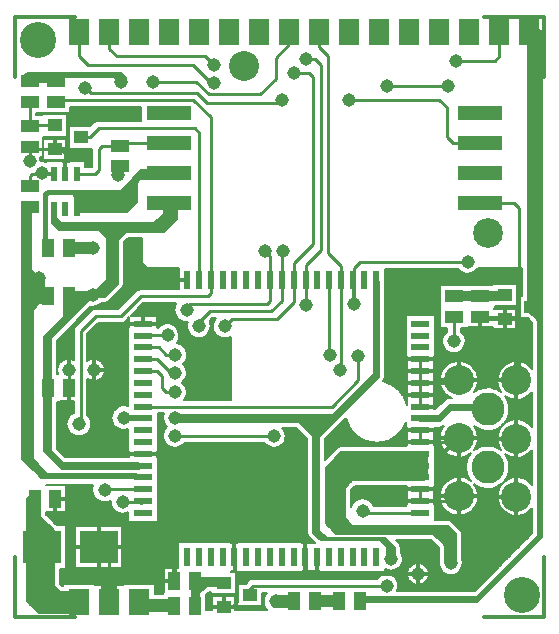
<source format=gbr>
%FSLAX23Y23*%
%MOIN*%
G04 EasyPC Gerber Version 13.0.2 Build 2807 *
%ADD22R,0.02000X0.05000*%
%ADD24R,0.02362X0.06299*%
%ADD70R,0.04000X0.06000*%
%ADD15R,0.07000X0.08500*%
%ADD25R,0.06299X0.02362*%
%ADD21R,0.04800X0.04000*%
%ADD20R,0.06000X0.04000*%
%ADD17R,0.15000X0.05000*%
%ADD10C,0.00500*%
%ADD27C,0.01100*%
%ADD11C,0.01200*%
%ADD28C,0.02300*%
%ADD26C,0.04500*%
%ADD19C,0.09900*%
%ADD18C,0.10000*%
%ADD23C,0.11000*%
%ADD16C,0.12000*%
%ADD71R,0.13000X0.11000*%
X0Y0D02*
D02*
D10*
X17081Y18376D02*
Y18165D01*
X17096Y18150*
X17113*
X17123Y18140*
Y18055*
X17122Y18054*
X17106*
X17085Y18032*
Y17534*
X17134Y17484*
X17433*
X17438Y17479*
Y17476*
X17434Y17472*
X17115*
X17051Y17536*
Y18373*
X17057Y18379*
X17081Y18376*
X17114Y17473D02*
X17435D01*
X17111Y17476D02*
X17438D01*
X17108Y17479D02*
X17438D01*
X17105Y17482D02*
X17436D01*
X17102Y17485D02*
X17134D01*
X17099Y17488D02*
X17131D01*
X17096Y17491D02*
X17128D01*
X17093Y17494D02*
X17125D01*
X17090Y17497D02*
X17122D01*
X17087Y17500D02*
X17119D01*
X17084Y17503D02*
X17116D01*
X17081Y17506D02*
X17113D01*
X17078Y17509D02*
X17110D01*
X17075Y17512D02*
X17107D01*
X17072Y17515D02*
X17104D01*
X17069Y17518D02*
X17101D01*
X17066Y17521D02*
X17098D01*
X17063Y17524D02*
X17095D01*
X17060Y17527D02*
X17092D01*
X17057Y17530D02*
X17089D01*
X17054Y17533D02*
X17086D01*
X17051Y17536D02*
X17085D01*
X17051Y17539D02*
X17085D01*
X17051Y17542D02*
X17085D01*
X17051Y17545D02*
X17085D01*
X17051Y17548D02*
X17085D01*
X17051Y17551D02*
X17085D01*
X17051Y17554D02*
X17085D01*
X17051Y17557D02*
X17085D01*
X17051Y17560D02*
X17085D01*
X17051Y17563D02*
X17085D01*
X17051Y17566D02*
X17085D01*
X17051Y17569D02*
X17085D01*
X17051Y17572D02*
X17085D01*
X17051Y17575D02*
X17085D01*
X17051Y17578D02*
X17085D01*
X17051Y17581D02*
X17085D01*
X17051Y17584D02*
X17085D01*
X17051Y17587D02*
X17085D01*
X17051Y17590D02*
X17085D01*
X17051Y17593D02*
X17085D01*
X17051Y17596D02*
X17085D01*
X17051Y17599D02*
X17085D01*
X17051Y17602D02*
X17085D01*
X17051Y17605D02*
X17085D01*
X17051Y17608D02*
X17085D01*
X17051Y17611D02*
X17085D01*
X17051Y17614D02*
X17085D01*
X17051Y17617D02*
X17085D01*
X17051Y17620D02*
X17085D01*
X17051Y17623D02*
X17085D01*
X17051Y17626D02*
X17085D01*
X17051Y17629D02*
X17085D01*
X17051Y17632D02*
X17085D01*
X17051Y17635D02*
X17085D01*
X17051Y17638D02*
X17085D01*
X17051Y17641D02*
X17085D01*
X17051Y17644D02*
X17085D01*
X17051Y17647D02*
X17085D01*
X17051Y17650D02*
X17085D01*
X17051Y17653D02*
X17085D01*
X17051Y17656D02*
X17085D01*
X17051Y17659D02*
X17085D01*
X17051Y17662D02*
X17085D01*
X17051Y17665D02*
X17085D01*
X17051Y17668D02*
X17085D01*
X17051Y17671D02*
X17085D01*
X17051Y17674D02*
X17085D01*
X17051Y17677D02*
X17085D01*
X17051Y17680D02*
X17085D01*
X17051Y17683D02*
X17085D01*
X17051Y17686D02*
X17085D01*
X17051Y17689D02*
X17085D01*
X17051Y17692D02*
X17085D01*
X17051Y17695D02*
X17085D01*
X17051Y17698D02*
X17085D01*
X17051Y17701D02*
X17085D01*
X17051Y17704D02*
X17085D01*
X17051Y17707D02*
X17085D01*
X17051Y17710D02*
X17085D01*
X17051Y17713D02*
X17085D01*
X17051Y17716D02*
X17085D01*
X17051Y17719D02*
X17085D01*
X17051Y17722D02*
X17085D01*
X17051Y17725D02*
X17085D01*
X17051Y17728D02*
X17085D01*
X17051Y17731D02*
X17085D01*
X17051Y17734D02*
X17085D01*
X17051Y17737D02*
X17085D01*
X17051Y17740D02*
X17085D01*
X17051Y17743D02*
X17085D01*
X17051Y17746D02*
X17085D01*
X17051Y17749D02*
X17085D01*
X17051Y17752D02*
X17085D01*
X17051Y17755D02*
X17085D01*
X17051Y17758D02*
X17085D01*
X17051Y17761D02*
X17085D01*
X17051Y17764D02*
X17085D01*
X17051Y17767D02*
X17085D01*
X17051Y17770D02*
X17085D01*
X17051Y17773D02*
X17085D01*
X17051Y17776D02*
X17085D01*
X17051Y17779D02*
X17085D01*
X17051Y17782D02*
X17085D01*
X17051Y17785D02*
X17085D01*
X17051Y17788D02*
X17085D01*
X17051Y17791D02*
X17085D01*
X17051Y17794D02*
X17085D01*
X17051Y17797D02*
X17085D01*
X17051Y17800D02*
X17085D01*
X17051Y17803D02*
X17085D01*
X17051Y17806D02*
X17085D01*
X17051Y17809D02*
X17085D01*
X17051Y17812D02*
X17085D01*
X17051Y17815D02*
X17085D01*
X17051Y17818D02*
X17085D01*
X17051Y17821D02*
X17085D01*
X17051Y17824D02*
X17085D01*
X17051Y17827D02*
X17085D01*
X17051Y17830D02*
X17085D01*
X17051Y17833D02*
X17085D01*
X17051Y17836D02*
X17085D01*
X17051Y17839D02*
X17085D01*
X17051Y17842D02*
X17085D01*
X17051Y17845D02*
X17085D01*
X17051Y17848D02*
X17085D01*
X17051Y17851D02*
X17085D01*
X17051Y17854D02*
X17085D01*
X17051Y17857D02*
X17085D01*
X17051Y17860D02*
X17085D01*
X17051Y17863D02*
X17085D01*
X17051Y17866D02*
X17085D01*
X17051Y17869D02*
X17085D01*
X17051Y17872D02*
X17085D01*
X17051Y17875D02*
X17085D01*
X17051Y17878D02*
X17085D01*
X17051Y17881D02*
X17085D01*
X17051Y17884D02*
X17085D01*
X17051Y17887D02*
X17085D01*
X17051Y17890D02*
X17085D01*
X17051Y17893D02*
X17085D01*
X17051Y17896D02*
X17085D01*
X17051Y17899D02*
X17085D01*
X17051Y17902D02*
X17085D01*
X17051Y17905D02*
X17085D01*
X17051Y17908D02*
X17085D01*
X17051Y17911D02*
X17085D01*
X17051Y17914D02*
X17085D01*
X17051Y17917D02*
X17085D01*
X17051Y17920D02*
X17085D01*
X17051Y17923D02*
X17085D01*
X17051Y17926D02*
X17085D01*
X17051Y17929D02*
X17085D01*
X17051Y17932D02*
X17085D01*
X17051Y17935D02*
X17085D01*
X17051Y17938D02*
X17085D01*
X17051Y17941D02*
X17085D01*
X17051Y17944D02*
X17085D01*
X17051Y17947D02*
X17085D01*
X17051Y17950D02*
X17085D01*
X17051Y17953D02*
X17085D01*
X17051Y17956D02*
X17085D01*
X17051Y17959D02*
X17085D01*
X17051Y17962D02*
X17085D01*
X17051Y17965D02*
X17085D01*
X17051Y17968D02*
X17085D01*
X17051Y17971D02*
X17085D01*
X17051Y17974D02*
X17085D01*
X17051Y17977D02*
X17085D01*
X17051Y17980D02*
X17085D01*
X17051Y17983D02*
X17085D01*
X17051Y17986D02*
X17085D01*
X17051Y17989D02*
X17085D01*
X17051Y17992D02*
X17085D01*
X17051Y17995D02*
X17085D01*
X17051Y17998D02*
X17085D01*
X17051Y18001D02*
X17085D01*
X17051Y18004D02*
X17085D01*
X17051Y18007D02*
X17085D01*
X17051Y18010D02*
X17085D01*
X17051Y18013D02*
X17085D01*
X17051Y18016D02*
X17085D01*
X17051Y18019D02*
X17085D01*
X17051Y18022D02*
X17085D01*
X17051Y18025D02*
X17085D01*
X17051Y18028D02*
X17085D01*
X17051Y18031D02*
X17085D01*
X17051Y18034D02*
X17086D01*
X17051Y18037D02*
X17089D01*
X17051Y18040D02*
X17092D01*
X17051Y18043D02*
X17095D01*
X17051Y18046D02*
X17098D01*
X17051Y18049D02*
X17101D01*
X17051Y18052D02*
X17104D01*
X17051Y18055D02*
X17123D01*
X17051Y18058D02*
X17123D01*
X17051Y18061D02*
X17123D01*
X17051Y18064D02*
X17123D01*
X17051Y18067D02*
X17123D01*
X17051Y18070D02*
X17123D01*
X17051Y18073D02*
X17123D01*
X17051Y18076D02*
X17123D01*
X17051Y18079D02*
X17123D01*
X17051Y18082D02*
X17123D01*
X17051Y18085D02*
X17123D01*
X17051Y18088D02*
X17123D01*
X17051Y18091D02*
X17123D01*
X17051Y18094D02*
X17123D01*
X17051Y18097D02*
X17123D01*
X17051Y18100D02*
X17123D01*
X17051Y18103D02*
X17123D01*
X17051Y18106D02*
X17123D01*
X17051Y18109D02*
X17123D01*
X17051Y18112D02*
X17123D01*
X17051Y18115D02*
X17123D01*
X17051Y18118D02*
X17123D01*
X17051Y18121D02*
X17123D01*
X17051Y18124D02*
X17123D01*
X17051Y18127D02*
X17123D01*
X17051Y18130D02*
X17123D01*
X17051Y18133D02*
X17123D01*
X17051Y18136D02*
X17123D01*
X17051Y18139D02*
X17123D01*
X17051Y18142D02*
X17121D01*
X17051Y18145D02*
X17118D01*
X17051Y18148D02*
X17115D01*
X17051Y18151D02*
X17095D01*
X17051Y18154D02*
X17092D01*
X17051Y18157D02*
X17089D01*
X17051Y18160D02*
X17086D01*
X17051Y18163D02*
X17083D01*
X17051Y18166D02*
X17081D01*
X17051Y18169D02*
X17081D01*
X17051Y18172D02*
X17081D01*
X17051Y18175D02*
X17081D01*
X17051Y18178D02*
X17081D01*
X17051Y18181D02*
X17081D01*
X17051Y18184D02*
X17081D01*
X17051Y18187D02*
X17081D01*
X17051Y18190D02*
X17081D01*
X17051Y18193D02*
X17081D01*
X17051Y18196D02*
X17081D01*
X17051Y18199D02*
X17081D01*
X17051Y18202D02*
X17081D01*
X17051Y18205D02*
X17081D01*
X17051Y18208D02*
X17081D01*
X17051Y18211D02*
X17081D01*
X17051Y18214D02*
X17081D01*
X17051Y18217D02*
X17081D01*
X17051Y18220D02*
X17081D01*
X17051Y18223D02*
X17081D01*
X17051Y18226D02*
X17081D01*
X17051Y18229D02*
X17081D01*
X17051Y18232D02*
X17081D01*
X17051Y18235D02*
X17081D01*
X17051Y18238D02*
X17081D01*
X17051Y18241D02*
X17081D01*
X17051Y18244D02*
X17081D01*
X17051Y18247D02*
X17081D01*
X17051Y18250D02*
X17081D01*
X17051Y18253D02*
X17081D01*
X17051Y18256D02*
X17081D01*
X17051Y18259D02*
X17081D01*
X17051Y18262D02*
X17081D01*
X17051Y18265D02*
X17081D01*
X17051Y18268D02*
X17081D01*
X17051Y18271D02*
X17081D01*
X17051Y18274D02*
X17081D01*
X17051Y18277D02*
X17081D01*
X17051Y18280D02*
X17081D01*
X17051Y18283D02*
X17081D01*
X17051Y18286D02*
X17081D01*
X17051Y18289D02*
X17081D01*
X17051Y18292D02*
X17081D01*
X17051Y18295D02*
X17081D01*
X17051Y18298D02*
X17081D01*
X17051Y18301D02*
X17081D01*
X17051Y18304D02*
X17081D01*
X17051Y18307D02*
X17081D01*
X17051Y18310D02*
X17081D01*
X17051Y18313D02*
X17081D01*
X17051Y18316D02*
X17081D01*
X17051Y18319D02*
X17081D01*
X17051Y18322D02*
X17081D01*
X17051Y18325D02*
X17081D01*
X17051Y18328D02*
X17081D01*
X17051Y18331D02*
X17081D01*
X17051Y18334D02*
X17081D01*
X17051Y18337D02*
X17081D01*
X17051Y18340D02*
X17081D01*
X17051Y18343D02*
X17081D01*
X17051Y18346D02*
X17081D01*
X17051Y18349D02*
X17081D01*
X17051Y18352D02*
X17081D01*
X17051Y18355D02*
X17081D01*
X17051Y18358D02*
X17081D01*
X17051Y18361D02*
X17081D01*
X17051Y18364D02*
X17081D01*
X17051Y18367D02*
X17081D01*
X17051Y18370D02*
X17081D01*
X17051Y18373D02*
X17081D01*
X17053Y18376D02*
X17081D01*
X17056Y18379D02*
X17062D01*
X17098Y18682D02*
X17118D01*
Y18685*
X17201*
Y18610*
X17123*
Y18607*
X17120*
Y18541*
X17109*
X17111Y18534*
X17112Y18528*
Y18527*
X17121Y18527*
X17130Y18525*
Y18528*
X17185*
Y18524*
X17205*
Y18528*
X17260*
Y18508*
X17282*
Y18567*
X17282Y18570*
X17205*
Y18645*
X17277*
X17287Y18655*
X17292Y18659*
X17298Y18661*
X17305Y18662*
X17448*
Y18710*
X17211*
Y18688*
X17098*
Y18682*
X17198Y18533D02*
X17121D01*
Y18602*
X17198*
Y18533*
X17260Y18511D02*
X17282D01*
X17260Y18514D02*
X17282D01*
X17260Y18517D02*
X17282D01*
X17260Y18520D02*
X17282D01*
X17260Y18523D02*
X17282D01*
X17126Y18526D02*
X17130D01*
X17185D02*
X17205D01*
X17260D02*
X17282D01*
X17112Y18529D02*
X17282D01*
X17111Y18532D02*
X17282D01*
X17111Y18535D02*
X17121D01*
X17198D02*
X17282D01*
X17110Y18538D02*
X17121D01*
X17198D02*
X17282D01*
X17109Y18541D02*
X17121D01*
X17198D02*
X17282D01*
X17120Y18544D02*
X17121D01*
X17198D02*
X17282D01*
X17120Y18547D02*
X17121D01*
X17198D02*
X17282D01*
X17120Y18550D02*
X17121D01*
X17198D02*
X17282D01*
X17120Y18553D02*
X17121D01*
X17198D02*
X17282D01*
X17120Y18556D02*
X17121D01*
X17198D02*
X17282D01*
X17120Y18559D02*
X17121D01*
X17198D02*
X17282D01*
X17120Y18562D02*
X17121D01*
X17198D02*
X17282D01*
X17120Y18565D02*
X17121D01*
X17198D02*
X17282D01*
X17120Y18568D02*
X17121D01*
X17198D02*
X17282D01*
X17120Y18571D02*
X17121D01*
X17198D02*
X17205D01*
X17120Y18574D02*
X17121D01*
X17198D02*
X17205D01*
X17120Y18577D02*
X17121D01*
X17198D02*
X17205D01*
X17120Y18580D02*
X17121D01*
X17198D02*
X17205D01*
X17120Y18583D02*
X17121D01*
X17198D02*
X17205D01*
X17120Y18586D02*
X17121D01*
X17198D02*
X17205D01*
X17120Y18589D02*
X17121D01*
X17198D02*
X17205D01*
X17120Y18592D02*
X17121D01*
X17198D02*
X17205D01*
X17120Y18595D02*
X17121D01*
X17198D02*
X17205D01*
X17120Y18598D02*
X17121D01*
X17198D02*
X17205D01*
X17120Y18601D02*
X17121D01*
X17198D02*
X17205D01*
X17120Y18604D02*
X17205D01*
X17123Y18607D02*
X17205D01*
X17123Y18610D02*
X17205D01*
X17201Y18613D02*
X17205D01*
X17201Y18616D02*
X17205D01*
X17201Y18619D02*
X17205D01*
X17201Y18622D02*
X17205D01*
X17201Y18625D02*
X17205D01*
X17201Y18628D02*
X17205D01*
X17201Y18631D02*
X17205D01*
X17201Y18634D02*
X17205D01*
X17201Y18637D02*
X17205D01*
X17201Y18640D02*
X17205D01*
X17201Y18643D02*
X17205D01*
X17201Y18646D02*
X17278D01*
X17201Y18649D02*
X17281D01*
X17201Y18652D02*
X17284D01*
X17201Y18655D02*
X17287D01*
X17201Y18658D02*
X17291D01*
X17201Y18661D02*
X17297D01*
X17201Y18664D02*
X17448D01*
X17201Y18667D02*
X17448D01*
X17201Y18670D02*
X17448D01*
X17201Y18673D02*
X17448D01*
X17201Y18676D02*
X17448D01*
X17201Y18679D02*
X17448D01*
X17098Y18682D02*
X17118D01*
X17201D02*
X17448D01*
X17098Y18685D02*
X17118D01*
X17201D02*
X17448D01*
X17098Y18688D02*
X17448D01*
X17211Y18691D02*
X17448D01*
X17211Y18694D02*
X17448D01*
X17211Y18697D02*
X17448D01*
X17211Y18700D02*
X17448D01*
X17211Y18703D02*
X17448D01*
X17211Y18706D02*
X17448D01*
X17211Y18709D02*
X17448D01*
X17130Y17356D02*
Y17351D01*
X17165Y17315*
X17197*
Y17170*
X17175*
Y17121*
X17183Y17113*
X17187*
Y17118*
X17292*
Y17115*
X17387*
Y17118*
X17492*
Y17085*
X17520*
Y17093*
X17523*
Y17173*
X17571*
Y17257*
X17748*
Y17254*
X17768*
Y17257*
X17984*
Y17254*
X18028*
X18006Y17276*
X18002Y17282*
X18001Y17290*
Y17603*
X17964Y17640*
X17918*
X17924Y17632*
X17928Y17623*
X17930Y17613*
X17928Y17602*
X17925Y17593*
X17919Y17585*
X17911Y17579*
X17902Y17574*
X17892Y17573*
X17882Y17573*
X17872Y17577*
X17864Y17582*
X17857Y17590*
X17592*
X17586Y17582*
X17577Y17577*
X17568Y17573*
X17557Y17573*
X17548Y17574*
X17538Y17579*
X17531Y17585*
X17525Y17593*
X17521Y17602*
X17520Y17613*
X17520Y17621*
X17523Y17629*
X17527Y17636*
X17533Y17642*
X17527Y17650*
X17522Y17658*
X17520Y17668*
X17520Y17678*
X17522Y17687*
X17502*
Y17563*
X17499*
Y17543*
X17502*
Y17503*
X17502*
Y17405*
X17502*
Y17326*
X17404*
Y17358*
X17395Y17354*
X17384Y17352*
X17374Y17354*
X17364Y17358*
X17356Y17364*
X17350Y17373*
X17346Y17382*
X17345Y17392*
X17345Y17396*
X17335Y17392*
X17325Y17391*
X17315Y17392*
X17305Y17396*
X17297Y17402*
X17290Y17410*
X17285Y17419*
X17283Y17429*
X17284Y17439*
X17287Y17449*
X17133*
X17130Y17449*
Y17448*
X17196*
Y17359*
X17130*
Y17356*
X17130*
X17384Y17173D02*
X17225D01*
Y17312*
X17384*
Y17173*
X17492Y17086D02*
X17520D01*
X17492Y17089D02*
X17520D01*
X17492Y17092D02*
X17520D01*
X17492Y17095D02*
X17523D01*
X17492Y17098D02*
X17523D01*
X17492Y17101D02*
X17523D01*
X17492Y17104D02*
X17523D01*
X17492Y17107D02*
X17523D01*
X17492Y17110D02*
X17523D01*
X17183Y17113D02*
X17187D01*
X17492D02*
X17523D01*
X17180Y17116D02*
X17187D01*
X17292D02*
X17387D01*
X17492D02*
X17523D01*
X17177Y17119D02*
X17523D01*
X17175Y17122D02*
X17523D01*
X17175Y17125D02*
X17523D01*
X17175Y17128D02*
X17523D01*
X17175Y17131D02*
X17523D01*
X17175Y17134D02*
X17523D01*
X17175Y17137D02*
X17523D01*
X17175Y17140D02*
X17523D01*
X17175Y17143D02*
X17523D01*
X17175Y17146D02*
X17523D01*
X17175Y17149D02*
X17523D01*
X17175Y17152D02*
X17523D01*
X17175Y17155D02*
X17523D01*
X17175Y17158D02*
X17523D01*
X17175Y17161D02*
X17523D01*
X17175Y17164D02*
X17523D01*
X17175Y17167D02*
X17523D01*
X17175Y17170D02*
X17523D01*
X17197Y17173D02*
X17571D01*
X17197Y17176D02*
X17225D01*
X17384D02*
X17571D01*
X17197Y17179D02*
X17225D01*
X17384D02*
X17571D01*
X17197Y17182D02*
X17225D01*
X17384D02*
X17571D01*
X17197Y17185D02*
X17225D01*
X17384D02*
X17571D01*
X17197Y17188D02*
X17225D01*
X17384D02*
X17571D01*
X17197Y17191D02*
X17225D01*
X17384D02*
X17571D01*
X17197Y17194D02*
X17225D01*
X17384D02*
X17571D01*
X17197Y17197D02*
X17225D01*
X17384D02*
X17571D01*
X17197Y17200D02*
X17225D01*
X17384D02*
X17571D01*
X17197Y17203D02*
X17225D01*
X17384D02*
X17571D01*
X17197Y17206D02*
X17225D01*
X17384D02*
X17571D01*
X17197Y17209D02*
X17225D01*
X17384D02*
X17571D01*
X17197Y17212D02*
X17225D01*
X17384D02*
X17571D01*
X17197Y17215D02*
X17225D01*
X17384D02*
X17571D01*
X17197Y17218D02*
X17225D01*
X17384D02*
X17571D01*
X17197Y17221D02*
X17225D01*
X17384D02*
X17571D01*
X17197Y17224D02*
X17225D01*
X17384D02*
X17571D01*
X17197Y17227D02*
X17225D01*
X17384D02*
X17571D01*
X17197Y17230D02*
X17225D01*
X17384D02*
X17571D01*
X17197Y17233D02*
X17225D01*
X17384D02*
X17571D01*
X17197Y17236D02*
X17225D01*
X17384D02*
X17571D01*
X17197Y17239D02*
X17225D01*
X17384D02*
X17571D01*
X17197Y17242D02*
X17225D01*
X17384D02*
X17571D01*
X17197Y17245D02*
X17225D01*
X17384D02*
X17571D01*
X17197Y17248D02*
X17225D01*
X17384D02*
X17571D01*
X17197Y17251D02*
X17225D01*
X17384D02*
X17571D01*
X17197Y17254D02*
X17225D01*
X17384D02*
X17571D01*
X17197Y17257D02*
X17225D01*
X17384D02*
X17571D01*
X17748D02*
X17768D01*
X17984D02*
X18025D01*
X17197Y17260D02*
X17225D01*
X17384D02*
X18022D01*
X17197Y17263D02*
X17225D01*
X17384D02*
X18019D01*
X17197Y17266D02*
X17225D01*
X17384D02*
X18016D01*
X17197Y17269D02*
X17225D01*
X17384D02*
X18013D01*
X17197Y17272D02*
X17225D01*
X17384D02*
X18010D01*
X17197Y17275D02*
X17225D01*
X17384D02*
X18007D01*
X17197Y17278D02*
X17225D01*
X17384D02*
X18005D01*
X17197Y17281D02*
X17225D01*
X17384D02*
X18003D01*
X17197Y17284D02*
X17225D01*
X17384D02*
X18002D01*
X17197Y17287D02*
X17225D01*
X17384D02*
X18001D01*
X17197Y17290D02*
X17225D01*
X17384D02*
X18001D01*
X17197Y17293D02*
X17225D01*
X17384D02*
X18001D01*
X17197Y17296D02*
X17225D01*
X17384D02*
X18001D01*
X17197Y17299D02*
X17225D01*
X17384D02*
X18001D01*
X17197Y17302D02*
X17225D01*
X17384D02*
X18001D01*
X17197Y17305D02*
X17225D01*
X17384D02*
X18001D01*
X17197Y17308D02*
X17225D01*
X17384D02*
X18001D01*
X17197Y17311D02*
X17225D01*
X17384D02*
X18001D01*
X17197Y17314D02*
X18001D01*
X17164Y17317D02*
X18001D01*
X17161Y17320D02*
X18001D01*
X17158Y17323D02*
X18001D01*
X17155Y17326D02*
X18001D01*
X17152Y17329D02*
X17404D01*
X17502D02*
X18001D01*
X17149Y17332D02*
X17404D01*
X17502D02*
X18001D01*
X17146Y17335D02*
X17404D01*
X17502D02*
X18001D01*
X17143Y17338D02*
X17404D01*
X17502D02*
X18001D01*
X17140Y17341D02*
X17404D01*
X17502D02*
X18001D01*
X17137Y17344D02*
X17404D01*
X17502D02*
X18001D01*
X17134Y17347D02*
X17404D01*
X17502D02*
X18001D01*
X17131Y17350D02*
X17404D01*
X17502D02*
X18001D01*
X17130Y17353D02*
X17381D01*
X17388D02*
X17404D01*
X17502D02*
X18001D01*
X17130Y17356D02*
X17369D01*
X17400D02*
X17404D01*
X17502D02*
X18001D01*
X17196Y17359D02*
X17363D01*
X17502D02*
X18001D01*
X17196Y17362D02*
X17359D01*
X17502D02*
X18001D01*
X17196Y17365D02*
X17356D01*
X17502D02*
X18001D01*
X17196Y17368D02*
X17353D01*
X17502D02*
X18001D01*
X17196Y17371D02*
X17351D01*
X17502D02*
X18001D01*
X17196Y17374D02*
X17349D01*
X17502D02*
X18001D01*
X17196Y17377D02*
X17348D01*
X17502D02*
X18001D01*
X17196Y17380D02*
X17347D01*
X17502D02*
X18001D01*
X17196Y17383D02*
X17346D01*
X17502D02*
X18001D01*
X17196Y17386D02*
X17345D01*
X17502D02*
X18001D01*
X17196Y17389D02*
X17345D01*
X17502D02*
X18001D01*
X17196Y17392D02*
X17317D01*
X17332D02*
X17345D01*
X17502D02*
X18001D01*
X17196Y17395D02*
X17307D01*
X17342D02*
X17345D01*
X17502D02*
X18001D01*
X17196Y17398D02*
X17302D01*
X17502D02*
X18001D01*
X17196Y17401D02*
X17298D01*
X17502D02*
X18001D01*
X17196Y17404D02*
X17295D01*
X17502D02*
X18001D01*
X17196Y17407D02*
X17292D01*
X17502D02*
X18001D01*
X17196Y17410D02*
X17290D01*
X17502D02*
X18001D01*
X17196Y17413D02*
X17288D01*
X17502D02*
X18001D01*
X17196Y17416D02*
X17287D01*
X17502D02*
X18001D01*
X17196Y17419D02*
X17285D01*
X17502D02*
X18001D01*
X17196Y17422D02*
X17284D01*
X17502D02*
X18001D01*
X17196Y17425D02*
X17284D01*
X17502D02*
X18001D01*
X17196Y17428D02*
X17283D01*
X17502D02*
X18001D01*
X17196Y17431D02*
X17283D01*
X17502D02*
X18001D01*
X17196Y17434D02*
X17283D01*
X17502D02*
X18001D01*
X17196Y17437D02*
X17283D01*
X17502D02*
X18001D01*
X17196Y17440D02*
X17284D01*
X17502D02*
X18001D01*
X17196Y17443D02*
X17284D01*
X17502D02*
X18001D01*
X17196Y17446D02*
X17285D01*
X17502D02*
X18001D01*
X17130Y17449D02*
X17286D01*
X17502D02*
X18001D01*
X17502Y17452D02*
X18001D01*
X17502Y17455D02*
X18001D01*
X17502Y17458D02*
X18001D01*
X17502Y17461D02*
X18001D01*
X17502Y17464D02*
X18001D01*
X17502Y17467D02*
X18001D01*
X17502Y17470D02*
X18001D01*
X17502Y17473D02*
X18001D01*
X17502Y17476D02*
X18001D01*
X17502Y17479D02*
X18001D01*
X17502Y17482D02*
X18001D01*
X17502Y17485D02*
X18001D01*
X17502Y17488D02*
X18001D01*
X17502Y17491D02*
X18001D01*
X17502Y17494D02*
X18001D01*
X17502Y17497D02*
X18001D01*
X17502Y17500D02*
X18001D01*
X17502Y17503D02*
X18001D01*
X17502Y17506D02*
X18001D01*
X17502Y17509D02*
X18001D01*
X17502Y17512D02*
X18001D01*
X17502Y17515D02*
X18001D01*
X17502Y17518D02*
X18001D01*
X17502Y17521D02*
X18001D01*
X17502Y17524D02*
X18001D01*
X17502Y17527D02*
X18001D01*
X17502Y17530D02*
X18001D01*
X17502Y17533D02*
X18001D01*
X17502Y17536D02*
X18001D01*
X17502Y17539D02*
X18001D01*
X17502Y17542D02*
X18001D01*
X17499Y17545D02*
X18001D01*
X17499Y17548D02*
X18001D01*
X17499Y17551D02*
X18001D01*
X17499Y17554D02*
X18001D01*
X17499Y17557D02*
X18001D01*
X17499Y17560D02*
X18001D01*
X17502Y17563D02*
X18001D01*
X17502Y17566D02*
X18001D01*
X17502Y17569D02*
X18001D01*
X17502Y17572D02*
X18001D01*
X17502Y17575D02*
X17547D01*
X17573D02*
X17877D01*
X17903D02*
X18001D01*
X17502Y17578D02*
X17540D01*
X17579D02*
X17870D01*
X17909D02*
X18001D01*
X17502Y17581D02*
X17535D01*
X17584D02*
X17865D01*
X17914D02*
X18001D01*
X17502Y17584D02*
X17532D01*
X17587D02*
X17862D01*
X17917D02*
X18001D01*
X17502Y17587D02*
X17529D01*
X17590D02*
X17859D01*
X17920D02*
X18001D01*
X17502Y17590D02*
X17527D01*
X17922D02*
X18001D01*
X17502Y17593D02*
X17525D01*
X17924D02*
X18001D01*
X17502Y17596D02*
X17523D01*
X17926D02*
X18001D01*
X17502Y17599D02*
X17522D01*
X17927D02*
X18001D01*
X17502Y17602D02*
X17521D01*
X17928D02*
X18001D01*
X17502Y17605D02*
X17520D01*
X17929D02*
X17999D01*
X17502Y17608D02*
X17520D01*
X17929D02*
X17996D01*
X17502Y17611D02*
X17520D01*
X17930D02*
X17993D01*
X17502Y17614D02*
X17520D01*
X17930D02*
X17990D01*
X17502Y17617D02*
X17520D01*
X17929D02*
X17987D01*
X17502Y17620D02*
X17520D01*
X17929D02*
X17984D01*
X17502Y17623D02*
X17521D01*
X17928D02*
X17981D01*
X17502Y17626D02*
X17522D01*
X17927D02*
X17978D01*
X17502Y17629D02*
X17523D01*
X17926D02*
X17975D01*
X17502Y17632D02*
X17524D01*
X17925D02*
X17972D01*
X17502Y17635D02*
X17526D01*
X17923D02*
X17969D01*
X17502Y17638D02*
X17528D01*
X17921D02*
X17966D01*
X17502Y17641D02*
X17531D01*
X17502Y17644D02*
X17532D01*
X17502Y17647D02*
X17529D01*
X17502Y17650D02*
X17527D01*
X17502Y17653D02*
X17525D01*
X17502Y17656D02*
X17523D01*
X17502Y17659D02*
X17522D01*
X17502Y17662D02*
X17521D01*
X17502Y17665D02*
X17520D01*
X17502Y17668D02*
X17520D01*
X17502Y17671D02*
X17520D01*
X17502Y17674D02*
X17520D01*
X17502Y17677D02*
X17520D01*
X17502Y17680D02*
X17520D01*
X17502Y17683D02*
X17521D01*
X17502Y17686D02*
X17522D01*
X17166Y17724D02*
Y17570D01*
X17195Y17541*
X17404*
Y17543*
X17407*
Y17563*
X17404*
Y17634*
X17394Y17631*
X17384Y17631*
X17375Y17634*
X17366Y17638*
X17358Y17645*
X17353Y17653*
X17349Y17663*
X17348Y17673*
X17349Y17682*
X17353Y17692*
X17358Y17700*
X17366Y17707*
X17375Y17711*
X17384Y17714*
X17394Y17714*
X17404Y17711*
Y17976*
X17407*
Y18008*
X17396Y17996*
X17391Y17993*
X17386Y17990*
X17380Y17990*
X17304*
X17268Y17953*
Y17862*
X17277Y17867*
X17286Y17869*
X17297Y17869*
X17306Y17866*
X17315Y17860*
X17321Y17852*
X17325Y17843*
X17327Y17833*
X17325Y17822*
X17321Y17813*
X17315Y17805*
X17306Y17799*
X17297Y17796*
X17286Y17796*
X17277Y17798*
X17268Y17803*
Y17683*
X17273Y17677*
X17278Y17669*
X17280Y17661*
X17281Y17653*
X17280Y17642*
X17276Y17632*
X17269Y17623*
X17260Y17616*
X17250Y17612*
X17240Y17611*
X17229Y17612*
X17219Y17616*
X17210Y17623*
X17204Y17632*
X17199Y17642*
X17198Y17653*
X17199Y17662*
X17202Y17671*
X17207Y17678*
X17214Y17685*
X17222Y17690*
Y17727*
X17175*
Y17724*
X17166*
X17194Y17541D02*
X17404D01*
X17191Y17544D02*
X17407D01*
X17188Y17547D02*
X17407D01*
X17185Y17550D02*
X17407D01*
X17182Y17553D02*
X17407D01*
X17179Y17556D02*
X17407D01*
X17176Y17559D02*
X17407D01*
X17173Y17562D02*
X17407D01*
X17170Y17565D02*
X17404D01*
X17167Y17568D02*
X17404D01*
X17166Y17571D02*
X17404D01*
X17166Y17574D02*
X17404D01*
X17166Y17577D02*
X17404D01*
X17166Y17580D02*
X17404D01*
X17166Y17583D02*
X17404D01*
X17166Y17586D02*
X17404D01*
X17166Y17589D02*
X17404D01*
X17166Y17592D02*
X17404D01*
X17166Y17595D02*
X17404D01*
X17166Y17598D02*
X17404D01*
X17166Y17601D02*
X17404D01*
X17166Y17604D02*
X17404D01*
X17166Y17607D02*
X17404D01*
X17166Y17610D02*
X17404D01*
X17166Y17613D02*
X17226D01*
X17254D02*
X17404D01*
X17166Y17616D02*
X17219D01*
X17260D02*
X17404D01*
X17166Y17619D02*
X17214D01*
X17265D02*
X17404D01*
X17166Y17622D02*
X17211D01*
X17268D02*
X17404D01*
X17166Y17625D02*
X17208D01*
X17271D02*
X17404D01*
X17166Y17628D02*
X17206D01*
X17273D02*
X17404D01*
X17166Y17631D02*
X17204D01*
X17275D02*
X17384D01*
X17396D02*
X17404D01*
X17166Y17634D02*
X17202D01*
X17277D02*
X17373D01*
X17166Y17637D02*
X17201D01*
X17278D02*
X17367D01*
X17166Y17640D02*
X17200D01*
X17279D02*
X17363D01*
X17166Y17643D02*
X17199D01*
X17280D02*
X17360D01*
X17166Y17646D02*
X17198D01*
X17281D02*
X17357D01*
X17166Y17649D02*
X17198D01*
X17281D02*
X17355D01*
X17166Y17652D02*
X17198D01*
X17281D02*
X17353D01*
X17166Y17655D02*
X17198D01*
X17281D02*
X17352D01*
X17166Y17658D02*
X17198D01*
X17281D02*
X17350D01*
X17166Y17661D02*
X17199D01*
X17280D02*
X17350D01*
X17166Y17664D02*
X17200D01*
X17279D02*
X17349D01*
X17166Y17667D02*
X17201D01*
X17278D02*
X17348D01*
X17166Y17670D02*
X17202D01*
X17277D02*
X17348D01*
X17166Y17673D02*
X17204D01*
X17276D02*
X17348D01*
X17166Y17676D02*
X17206D01*
X17274D02*
X17348D01*
X17166Y17679D02*
X17208D01*
X17271D02*
X17349D01*
X17166Y17682D02*
X17211D01*
X17269D02*
X17349D01*
X17166Y17685D02*
X17214D01*
X17268D02*
X17350D01*
X17166Y17688D02*
X17219D01*
X17268D02*
X17351D01*
X17166Y17691D02*
X17222D01*
X17268D02*
X17353D01*
X17166Y17694D02*
X17222D01*
X17268D02*
X17354D01*
X17166Y17697D02*
X17222D01*
X17268D02*
X17356D01*
X17166Y17700D02*
X17222D01*
X17268D02*
X17359D01*
X17166Y17703D02*
X17222D01*
X17268D02*
X17362D01*
X17166Y17706D02*
X17222D01*
X17268D02*
X17365D01*
X17166Y17709D02*
X17222D01*
X17268D02*
X17370D01*
X17166Y17712D02*
X17222D01*
X17268D02*
X17378D01*
X17401D02*
X17404D01*
X17166Y17715D02*
X17222D01*
X17268D02*
X17404D01*
X17166Y17718D02*
X17222D01*
X17268D02*
X17404D01*
X17166Y17721D02*
X17222D01*
X17268D02*
X17404D01*
X17175Y17724D02*
X17222D01*
X17268D02*
X17404D01*
X17268Y17727D02*
X17404D01*
X17268Y17730D02*
X17404D01*
X17268Y17733D02*
X17404D01*
X17268Y17736D02*
X17404D01*
X17268Y17739D02*
X17404D01*
X17268Y17742D02*
X17404D01*
X17268Y17745D02*
X17404D01*
X17268Y17748D02*
X17404D01*
X17268Y17751D02*
X17404D01*
X17268Y17754D02*
X17404D01*
X17268Y17757D02*
X17404D01*
X17268Y17760D02*
X17404D01*
X17268Y17763D02*
X17404D01*
X17268Y17766D02*
X17404D01*
X17268Y17769D02*
X17404D01*
X17268Y17772D02*
X17404D01*
X17268Y17775D02*
X17404D01*
X17268Y17778D02*
X17404D01*
X17268Y17781D02*
X17404D01*
X17268Y17784D02*
X17404D01*
X17268Y17787D02*
X17404D01*
X17268Y17790D02*
X17404D01*
X17268Y17793D02*
X17404D01*
X17268Y17796D02*
X17282D01*
X17297D02*
X17404D01*
X17268Y17799D02*
X17273D01*
X17306D02*
X17404D01*
X17268Y17802D02*
X17268D01*
X17311D02*
X17404D01*
X17315Y17805D02*
X17404D01*
X17318Y17808D02*
X17404D01*
X17320Y17811D02*
X17404D01*
X17322Y17814D02*
X17404D01*
X17323Y17817D02*
X17404D01*
X17325Y17820D02*
X17404D01*
X17325Y17823D02*
X17404D01*
X17326Y17826D02*
X17404D01*
X17326Y17829D02*
X17404D01*
X17327Y17832D02*
X17404D01*
X17326Y17835D02*
X17404D01*
X17326Y17838D02*
X17404D01*
X17326Y17841D02*
X17404D01*
X17325Y17844D02*
X17404D01*
X17323Y17847D02*
X17404D01*
X17322Y17850D02*
X17404D01*
X17320Y17853D02*
X17404D01*
X17318Y17856D02*
X17404D01*
X17315Y17859D02*
X17404D01*
X17268Y17862D02*
X17268D01*
X17311D02*
X17404D01*
X17268Y17865D02*
X17273D01*
X17307D02*
X17404D01*
X17268Y17868D02*
X17280D01*
X17299D02*
X17404D01*
X17268Y17871D02*
X17404D01*
X17268Y17874D02*
X17404D01*
X17268Y17877D02*
X17404D01*
X17268Y17880D02*
X17404D01*
X17268Y17883D02*
X17404D01*
X17268Y17886D02*
X17404D01*
X17268Y17889D02*
X17404D01*
X17268Y17892D02*
X17404D01*
X17268Y17895D02*
X17404D01*
X17268Y17898D02*
X17404D01*
X17268Y17901D02*
X17404D01*
X17268Y17904D02*
X17404D01*
X17268Y17907D02*
X17404D01*
X17268Y17910D02*
X17404D01*
X17268Y17913D02*
X17404D01*
X17268Y17916D02*
X17404D01*
X17268Y17919D02*
X17404D01*
X17268Y17922D02*
X17404D01*
X17268Y17925D02*
X17404D01*
X17268Y17928D02*
X17404D01*
X17268Y17931D02*
X17404D01*
X17268Y17934D02*
X17404D01*
X17268Y17937D02*
X17404D01*
X17268Y17940D02*
X17404D01*
X17268Y17943D02*
X17404D01*
X17268Y17946D02*
X17404D01*
X17268Y17949D02*
X17404D01*
X17268Y17952D02*
X17404D01*
X17270Y17955D02*
X17404D01*
X17273Y17958D02*
X17404D01*
X17276Y17961D02*
X17404D01*
X17279Y17964D02*
X17404D01*
X17282Y17967D02*
X17404D01*
X17285Y17970D02*
X17404D01*
X17288Y17973D02*
X17404D01*
X17291Y17976D02*
X17407D01*
X17294Y17979D02*
X17407D01*
X17297Y17982D02*
X17407D01*
X17300Y17985D02*
X17407D01*
X17303Y17988D02*
X17407D01*
X17389Y17991D02*
X17407D01*
X17394Y17994D02*
X17407D01*
X17397Y17997D02*
X17407D01*
X17400Y18000D02*
X17407D01*
X17403Y18003D02*
X17407D01*
X17406Y18006D02*
X17407D01*
X17202Y18256D02*
X17276D01*
X17285Y18246*
Y18232*
X17277Y18223*
X17208*
X17201Y18231*
X17202Y18256*
X17206Y18226D02*
X17279D01*
X17203Y18229D02*
X17282D01*
X17201Y18232D02*
X17285D01*
X17201Y18235D02*
X17285D01*
X17201Y18238D02*
X17285D01*
X17201Y18241D02*
X17285D01*
X17201Y18244D02*
X17285D01*
X17201Y18247D02*
X17285D01*
X17202Y18250D02*
X17282D01*
X17202Y18253D02*
X17279D01*
X17260Y17023D02*
X17105D01*
X17065Y17063*
Y17403*
X17080Y17418*
X17100*
X17110Y17408*
Y17343*
X17155Y17298*
Y17113*
X17175Y17093*
X17230*
X17235Y17088*
X17260Y17023*
X17105D02*
X17260D01*
X17102Y17026D02*
X17258D01*
X17099Y17029D02*
X17257D01*
X17096Y17032D02*
X17256D01*
X17093Y17035D02*
X17255D01*
X17090Y17038D02*
X17254D01*
X17087Y17041D02*
X17253D01*
X17084Y17044D02*
X17252D01*
X17081Y17047D02*
X17250D01*
X17078Y17050D02*
X17249D01*
X17075Y17052D02*
X17248D01*
X17072Y17055D02*
X17247D01*
X17069Y17059D02*
X17246D01*
X17066Y17062D02*
X17245D01*
X17065Y17065D02*
X17243D01*
X17065Y17067D02*
X17242D01*
X17065Y17070D02*
X17241D01*
X17065Y17074D02*
X17240D01*
X17065Y17077D02*
X17239D01*
X17065Y17080D02*
X17238D01*
X17065Y17083D02*
X17237D01*
X17065Y17086D02*
X17235D01*
X17065Y17089D02*
X17234D01*
X17065Y17092D02*
X17231D01*
X17065Y17095D02*
X17173D01*
X17065Y17098D02*
X17170D01*
X17065Y17101D02*
X17167D01*
X17065Y17104D02*
X17164D01*
X17065Y17107D02*
X17161D01*
X17065Y17110D02*
X17158D01*
X17065Y17113D02*
X17155D01*
X17065Y17116D02*
X17155D01*
X17065Y17119D02*
X17155D01*
X17065Y17122D02*
X17155D01*
X17065Y17125D02*
X17155D01*
X17065Y17128D02*
X17155D01*
X17065Y17131D02*
X17155D01*
X17065Y17134D02*
X17155D01*
X17065Y17137D02*
X17155D01*
X17065Y17140D02*
X17155D01*
X17065Y17142D02*
X17155D01*
X17065Y17145D02*
X17155D01*
X17065Y17149D02*
X17155D01*
X17065Y17152D02*
X17155D01*
X17065Y17155D02*
X17155D01*
X17065Y17158D02*
X17155D01*
X17065Y17161D02*
X17155D01*
X17065Y17164D02*
X17155D01*
X17065Y17167D02*
X17155D01*
X17065Y17170D02*
X17155D01*
X17065Y17173D02*
X17155D01*
X17065Y17176D02*
X17155D01*
X17065Y17179D02*
X17155D01*
X17065Y17182D02*
X17155D01*
X17065Y17185D02*
X17155D01*
X17065Y17188D02*
X17155D01*
X17065Y17191D02*
X17155D01*
X17065Y17194D02*
X17155D01*
X17065Y17197D02*
X17155D01*
X17065Y17200D02*
X17155D01*
X17065Y17203D02*
X17155D01*
X17065Y17206D02*
X17155D01*
X17065Y17209D02*
X17155D01*
X17065Y17212D02*
X17155D01*
X17065Y17215D02*
X17155D01*
X17065Y17218D02*
X17155D01*
X17065Y17221D02*
X17155D01*
X17065Y17224D02*
X17155D01*
X17065Y17227D02*
X17155D01*
X17065Y17230D02*
X17155D01*
X17065Y17233D02*
X17155D01*
X17065Y17236D02*
X17155D01*
X17065Y17239D02*
X17155D01*
X17065Y17242D02*
X17155D01*
X17065Y17245D02*
X17155D01*
X17065Y17248D02*
X17155D01*
X17065Y17251D02*
X17155D01*
X17065Y17254D02*
X17155D01*
X17065Y17257D02*
X17155D01*
X17065Y17260D02*
X17155D01*
X17065Y17263D02*
X17155D01*
X17065Y17266D02*
X17155D01*
X17065Y17269D02*
X17155D01*
X17065Y17272D02*
X17155D01*
X17065Y17275D02*
X17155D01*
X17065Y17278D02*
X17155D01*
X17065Y17281D02*
X17155D01*
X17065Y17284D02*
X17155D01*
X17065Y17287D02*
X17155D01*
X17065Y17290D02*
X17155D01*
X17065Y17293D02*
X17155D01*
X17065Y17296D02*
X17155D01*
X17065Y17299D02*
X17154D01*
X17065Y17302D02*
X17151D01*
X17065Y17305D02*
X17148D01*
X17065Y17308D02*
X17145D01*
X17065Y17311D02*
X17142D01*
X17065Y17314D02*
X17139D01*
X17065Y17317D02*
X17136D01*
X17065Y17320D02*
X17133D01*
X17065Y17323D02*
X17130D01*
X17065Y17326D02*
X17127D01*
X17065Y17328D02*
X17124D01*
X17065Y17332D02*
X17121D01*
X17065Y17335D02*
X17118D01*
X17065Y17338D02*
X17115D01*
X17065Y17340D02*
X17112D01*
X17065Y17344D02*
X17110D01*
X17065Y17346D02*
X17110D01*
X17065Y17350D02*
X17110D01*
X17065Y17352D02*
X17110D01*
X17065Y17356D02*
X17110D01*
X17065Y17359D02*
X17110D01*
X17065Y17362D02*
X17110D01*
X17065Y17365D02*
X17110D01*
X17065Y17368D02*
X17110D01*
X17065Y17370D02*
X17110D01*
X17065Y17374D02*
X17110D01*
X17065Y17377D02*
X17110D01*
X17065Y17380D02*
X17110D01*
X17065Y17383D02*
X17110D01*
X17065Y17386D02*
X17110D01*
X17065Y17389D02*
X17110D01*
X17065Y17392D02*
X17110D01*
X17065Y17395D02*
X17110D01*
X17065Y17398D02*
X17110D01*
X17065Y17401D02*
X17110D01*
X17066Y17404D02*
X17110D01*
X17069Y17407D02*
X17110D01*
X17072Y17410D02*
X17108D01*
X17075Y17413D02*
X17105D01*
X17078Y17416D02*
X17102D01*
X17364Y17056D02*
Y17115D01*
X17378Y17129*
X17320*
X17317Y17125*
Y17074*
X17324Y17066*
X17364Y17056*
X17352Y17059D02*
X17364D01*
X17340Y17062D02*
X17364D01*
X17328Y17065D02*
X17364D01*
X17322Y17068D02*
X17364D01*
X17319Y17071D02*
X17364D01*
X17317Y17074D02*
X17364D01*
X17317Y17077D02*
X17364D01*
X17317Y17080D02*
X17364D01*
X17317Y17083D02*
X17364D01*
X17317Y17086D02*
X17364D01*
X17317Y17089D02*
X17364D01*
X17317Y17092D02*
X17364D01*
X17317Y17095D02*
X17364D01*
X17317Y17098D02*
X17364D01*
X17317Y17101D02*
X17364D01*
X17317Y17104D02*
X17364D01*
X17317Y17107D02*
X17364D01*
X17317Y17110D02*
X17364D01*
X17317Y17113D02*
X17364D01*
X17317Y17116D02*
X17365D01*
X17317Y17119D02*
X17368D01*
X17317Y17122D02*
X17371D01*
X17317Y17125D02*
X17374D01*
X17320Y17128D02*
X17377D01*
X17397Y18796D02*
Y18806D01*
X17380Y18822*
X17067*
X17056Y18811*
Y18809*
X17063Y18801*
X17179*
X17186Y18807*
X17359*
X17378Y18789*
X17397Y18796*
X17376Y18790D02*
X17382D01*
X17373Y18793D02*
X17389D01*
X17370Y18796D02*
X17397D01*
X17367Y18799D02*
X17397D01*
X17062Y18802D02*
X17180D01*
X17364D02*
X17397D01*
X17059Y18805D02*
X17183D01*
X17361D02*
X17397D01*
X17056Y18808D02*
X17395D01*
X17056Y18811D02*
X17392D01*
X17059Y18814D02*
X17389D01*
X17062Y18817D02*
X17386D01*
X17065Y18820D02*
X17383D01*
X17412Y18012D02*
X17499D01*
Y17976*
X17502*
Y17972*
X17503*
X17510Y17979*
X17519Y17985*
X17529Y17987*
X17540Y17987*
X17550Y17984*
X17559Y17979*
X17566Y17972*
X17571Y17963*
X17574Y17953*
X17574Y17943*
X17572Y17933*
X17567Y17923*
X17576Y17920*
X17585Y17915*
X17593Y17908*
X17598Y17899*
X17601Y17889*
X17601Y17879*
X17599Y17868*
X17594Y17859*
X17587Y17851*
X17594Y17844*
X17598Y17835*
X17600Y17825*
X17599Y17815*
X17596Y17805*
X17590Y17797*
X17583Y17790*
X17591Y17783*
X17596Y17774*
X17599Y17763*
X17599Y17753*
X17597Y17742*
X17591Y17733*
X17745*
Y17943*
X17735Y17939*
X17725Y17938*
X17715Y17939*
X17705Y17943*
X17697Y17949*
X17690Y17957*
X17686Y17966*
X17685Y17976*
X17686Y17986*
X17689Y17996*
X17695Y18005*
X17684*
X17675Y17996*
X17678Y17987*
X17680Y17977*
X17678Y17967*
X17674Y17958*
X17668Y17949*
X17660Y17943*
X17650Y17939*
X17640Y17938*
X17629Y17939*
X17620Y17943*
X17611Y17949*
X17605Y17958*
X17601Y17967*
X17600Y17977*
X17600Y17984*
X17602Y17991*
X17591Y17992*
X17580Y17996*
X17571Y18002*
X17564Y18011*
X17559Y18022*
X17558Y18033*
X17560Y18044*
X17564Y18055*
X17454*
X17412Y18012*
X17593Y17736D02*
X17745D01*
X17595Y17739D02*
X17745D01*
X17596Y17742D02*
X17745D01*
X17598Y17745D02*
X17745D01*
X17598Y17748D02*
X17745D01*
X17599Y17751D02*
X17745D01*
X17599Y17754D02*
X17745D01*
X17600Y17757D02*
X17745D01*
X17600Y17760D02*
X17745D01*
X17599Y17763D02*
X17745D01*
X17599Y17766D02*
X17745D01*
X17598Y17769D02*
X17745D01*
X17597Y17772D02*
X17745D01*
X17596Y17775D02*
X17745D01*
X17594Y17778D02*
X17745D01*
X17592Y17781D02*
X17745D01*
X17590Y17784D02*
X17745D01*
X17587Y17787D02*
X17745D01*
X17583Y17790D02*
X17745D01*
X17587Y17793D02*
X17745D01*
X17590Y17796D02*
X17745D01*
X17592Y17799D02*
X17745D01*
X17594Y17802D02*
X17745D01*
X17596Y17805D02*
X17745D01*
X17597Y17808D02*
X17745D01*
X17598Y17811D02*
X17745D01*
X17599Y17814D02*
X17745D01*
X17599Y17817D02*
X17745D01*
X17600Y17820D02*
X17745D01*
X17600Y17823D02*
X17745D01*
X17599Y17826D02*
X17745D01*
X17599Y17829D02*
X17745D01*
X17598Y17832D02*
X17745D01*
X17598Y17835D02*
X17745D01*
X17596Y17838D02*
X17745D01*
X17595Y17841D02*
X17745D01*
X17593Y17844D02*
X17745D01*
X17591Y17847D02*
X17745D01*
X17589Y17850D02*
X17745D01*
X17589Y17853D02*
X17745D01*
X17592Y17856D02*
X17745D01*
X17594Y17859D02*
X17745D01*
X17596Y17862D02*
X17745D01*
X17597Y17865D02*
X17745D01*
X17599Y17868D02*
X17745D01*
X17600Y17871D02*
X17745D01*
X17600Y17874D02*
X17745D01*
X17601Y17877D02*
X17745D01*
X17601Y17880D02*
X17745D01*
X17601Y17883D02*
X17745D01*
X17601Y17886D02*
X17745D01*
X17601Y17889D02*
X17745D01*
X17600Y17892D02*
X17745D01*
X17599Y17895D02*
X17745D01*
X17598Y17898D02*
X17745D01*
X17597Y17901D02*
X17745D01*
X17595Y17904D02*
X17745D01*
X17593Y17907D02*
X17745D01*
X17591Y17910D02*
X17745D01*
X17588Y17913D02*
X17745D01*
X17584Y17916D02*
X17745D01*
X17580Y17919D02*
X17745D01*
X17573Y17922D02*
X17745D01*
X17568Y17925D02*
X17745D01*
X17569Y17928D02*
X17745D01*
X17571Y17931D02*
X17745D01*
X17572Y17934D02*
X17745D01*
X17573Y17937D02*
X17745D01*
X17574Y17940D02*
X17626D01*
X17653D02*
X17711D01*
X17738D02*
X17745D01*
X17574Y17943D02*
X17619D01*
X17660D02*
X17704D01*
X17575Y17946D02*
X17615D01*
X17664D02*
X17700D01*
X17575Y17949D02*
X17612D01*
X17668D02*
X17697D01*
X17574Y17952D02*
X17609D01*
X17670D02*
X17694D01*
X17574Y17955D02*
X17607D01*
X17673D02*
X17692D01*
X17573Y17958D02*
X17605D01*
X17674D02*
X17690D01*
X17572Y17961D02*
X17603D01*
X17676D02*
X17688D01*
X17571Y17964D02*
X17602D01*
X17677D02*
X17687D01*
X17570Y17967D02*
X17601D01*
X17678D02*
X17686D01*
X17568Y17970D02*
X17600D01*
X17679D02*
X17685D01*
X17502Y17973D02*
X17504D01*
X17565D02*
X17600D01*
X17679D02*
X17685D01*
X17499Y17976D02*
X17506D01*
X17563D02*
X17600D01*
X17680D02*
X17685D01*
X17499Y17979D02*
X17510D01*
X17559D02*
X17600D01*
X17680D02*
X17685D01*
X17499Y17982D02*
X17514D01*
X17555D02*
X17600D01*
X17679D02*
X17685D01*
X17499Y17985D02*
X17521D01*
X17549D02*
X17600D01*
X17679D02*
X17685D01*
X17499Y17988D02*
X17601D01*
X17678D02*
X17686D01*
X17499Y17991D02*
X17598D01*
X17601D02*
X17602D01*
X17677D02*
X17687D01*
X17499Y17994D02*
X17584D01*
X17676D02*
X17688D01*
X17499Y17997D02*
X17578D01*
X17677D02*
X17690D01*
X17499Y18000D02*
X17574D01*
X17680D02*
X17691D01*
X17499Y18003D02*
X17570D01*
X17683D02*
X17694D01*
X17499Y18006D02*
X17568D01*
X17499Y18009D02*
X17565D01*
X17412Y18012D02*
X17563D01*
X17415Y18015D02*
X17562D01*
X17418Y18018D02*
X17561D01*
X17421Y18021D02*
X17560D01*
X17424Y18024D02*
X17559D01*
X17427Y18027D02*
X17558D01*
X17430Y18030D02*
X17558D01*
X17433Y18033D02*
X17558D01*
X17436Y18036D02*
X17558D01*
X17439Y18039D02*
X17559D01*
X17442Y18042D02*
X17559D01*
X17445Y18045D02*
X17560D01*
X17448Y18048D02*
X17561D01*
X17451Y18051D02*
X17562D01*
X17454Y18054D02*
X17564D01*
X17450Y18271D02*
X17402D01*
X17389Y18257*
Y18120*
X17388Y18112*
X17383Y18106*
X17340Y18062*
X17333Y18058*
X17325Y18056*
X17315*
X17307Y18049*
X17298Y18045*
X17288Y18043*
X17278Y18043*
X17166Y17930*
Y17819*
X17170*
X17168Y17829*
X17168Y17839*
X17171Y17848*
X17176Y17857*
X17184Y17863*
X17193Y17868*
X17202Y17869*
X17212Y17869*
X17222Y17865*
Y17963*
X17222Y17968*
X17225Y17974*
X17228Y17979*
X17278Y18029*
X17283Y18032*
X17289Y18035*
X17295Y18036*
X17370*
X17428Y18094*
X17433Y18097*
X17439Y18100*
X17445Y18101*
X17574*
Y18173*
X17465*
X17450Y18188*
Y18271*
X17166Y17821D02*
X17170D01*
X17166Y17824D02*
X17169D01*
X17166Y17827D02*
X17168D01*
X17166Y17830D02*
X17168D01*
X17166Y17833D02*
X17168D01*
X17166Y17836D02*
X17168D01*
X17166Y17839D02*
X17168D01*
X17166Y17842D02*
X17169D01*
X17166Y17845D02*
X17170D01*
X17166Y17848D02*
X17171D01*
X17166Y17851D02*
X17172D01*
X17166Y17854D02*
X17174D01*
X17166Y17857D02*
X17177D01*
X17166Y17860D02*
X17179D01*
X17166Y17863D02*
X17183D01*
X17166Y17866D02*
X17188D01*
X17221D02*
X17222D01*
X17166Y17869D02*
X17197D01*
X17212D02*
X17222D01*
X17166Y17872D02*
X17222D01*
X17166Y17875D02*
X17222D01*
X17166Y17878D02*
X17222D01*
X17166Y17881D02*
X17222D01*
X17166Y17884D02*
X17222D01*
X17166Y17887D02*
X17222D01*
X17166Y17890D02*
X17222D01*
X17166Y17893D02*
X17222D01*
X17166Y17896D02*
X17222D01*
X17166Y17899D02*
X17222D01*
X17166Y17902D02*
X17222D01*
X17166Y17905D02*
X17222D01*
X17166Y17908D02*
X17222D01*
X17166Y17911D02*
X17222D01*
X17166Y17914D02*
X17222D01*
X17166Y17917D02*
X17222D01*
X17166Y17920D02*
X17222D01*
X17166Y17923D02*
X17222D01*
X17166Y17926D02*
X17222D01*
X17166Y17929D02*
X17222D01*
X17167Y17932D02*
X17222D01*
X17170Y17935D02*
X17222D01*
X17173Y17938D02*
X17222D01*
X17176Y17941D02*
X17222D01*
X17179Y17944D02*
X17222D01*
X17182Y17947D02*
X17222D01*
X17185Y17950D02*
X17222D01*
X17188Y17953D02*
X17222D01*
X17191Y17956D02*
X17222D01*
X17194Y17959D02*
X17222D01*
X17197Y17962D02*
X17222D01*
X17200Y17965D02*
X17222D01*
X17203Y17968D02*
X17222D01*
X17206Y17971D02*
X17223D01*
X17209Y17974D02*
X17224D01*
X17212Y17977D02*
X17226D01*
X17215Y17980D02*
X17229D01*
X17218Y17983D02*
X17232D01*
X17221Y17986D02*
X17235D01*
X17224Y17989D02*
X17238D01*
X17227Y17992D02*
X17241D01*
X17230Y17995D02*
X17244D01*
X17233Y17998D02*
X17247D01*
X17236Y18001D02*
X17250D01*
X17239Y18004D02*
X17253D01*
X17242Y18007D02*
X17256D01*
X17245Y18010D02*
X17259D01*
X17248Y18013D02*
X17262D01*
X17251Y18016D02*
X17265D01*
X17254Y18019D02*
X17268D01*
X17257Y18022D02*
X17271D01*
X17260Y18025D02*
X17274D01*
X17263Y18028D02*
X17277D01*
X17266Y18031D02*
X17280D01*
X17269Y18034D02*
X17286D01*
X17272Y18037D02*
X17371D01*
X17275Y18040D02*
X17374D01*
X17278Y18043D02*
X17281D01*
X17288D02*
X17377D01*
X17300Y18046D02*
X17380D01*
X17306Y18049D02*
X17383D01*
X17310Y18052D02*
X17386D01*
X17313Y18055D02*
X17389D01*
X17333Y18058D02*
X17392D01*
X17338Y18061D02*
X17395D01*
X17341Y18064D02*
X17398D01*
X17344Y18067D02*
X17401D01*
X17347Y18070D02*
X17404D01*
X17350Y18073D02*
X17407D01*
X17353Y18076D02*
X17410D01*
X17356Y18079D02*
X17413D01*
X17359Y18082D02*
X17416D01*
X17362Y18085D02*
X17419D01*
X17365Y18088D02*
X17422D01*
X17368Y18091D02*
X17425D01*
X17371Y18094D02*
X17428D01*
X17374Y18097D02*
X17432D01*
X17377Y18100D02*
X17438D01*
X17380Y18103D02*
X17574D01*
X17383Y18106D02*
X17574D01*
X17386Y18109D02*
X17574D01*
X17387Y18112D02*
X17574D01*
X17388Y18115D02*
X17574D01*
X17389Y18118D02*
X17574D01*
X17389Y18121D02*
X17574D01*
X17389Y18124D02*
X17574D01*
X17389Y18127D02*
X17574D01*
X17389Y18130D02*
X17574D01*
X17389Y18133D02*
X17574D01*
X17389Y18136D02*
X17574D01*
X17389Y18139D02*
X17574D01*
X17389Y18142D02*
X17574D01*
X17389Y18145D02*
X17574D01*
X17389Y18148D02*
X17574D01*
X17389Y18151D02*
X17574D01*
X17389Y18154D02*
X17574D01*
X17389Y18157D02*
X17574D01*
X17389Y18160D02*
X17574D01*
X17389Y18163D02*
X17574D01*
X17389Y18166D02*
X17574D01*
X17389Y18169D02*
X17574D01*
X17389Y18172D02*
X17574D01*
X17389Y18175D02*
X17462D01*
X17389Y18178D02*
X17459D01*
X17389Y18181D02*
X17456D01*
X17389Y18184D02*
X17453D01*
X17389Y18187D02*
X17450D01*
X17389Y18190D02*
X17450D01*
X17389Y18193D02*
X17450D01*
X17389Y18196D02*
X17450D01*
X17389Y18199D02*
X17450D01*
X17389Y18202D02*
X17450D01*
X17389Y18205D02*
X17450D01*
X17389Y18208D02*
X17450D01*
X17389Y18211D02*
X17450D01*
X17389Y18214D02*
X17450D01*
X17389Y18217D02*
X17450D01*
X17389Y18220D02*
X17450D01*
X17389Y18223D02*
X17450D01*
X17389Y18226D02*
X17450D01*
X17389Y18229D02*
X17450D01*
X17389Y18232D02*
X17450D01*
X17389Y18235D02*
X17450D01*
X17389Y18238D02*
X17450D01*
X17389Y18241D02*
X17450D01*
X17389Y18244D02*
X17450D01*
X17389Y18247D02*
X17450D01*
X17389Y18250D02*
X17450D01*
X17389Y18253D02*
X17450D01*
X17389Y18256D02*
X17450D01*
X17390Y18259D02*
X17450D01*
X17393Y18262D02*
X17450D01*
X17396Y18265D02*
X17450D01*
X17399Y18268D02*
X17450D01*
X17461Y17664D02*
X17397D01*
X17392Y17669*
Y17675*
X17395Y17679*
X17451*
X17454Y17677*
X17461Y17664*
X17397D02*
X17461D01*
X17394Y17667D02*
X17460D01*
X17392Y17670D02*
X17458D01*
X17392Y17673D02*
X17456D01*
X17392Y17676D02*
X17454D01*
X17504Y18467D02*
X17444D01*
X17433Y18455*
Y18392*
X17400Y18359*
X17233*
X17228Y18364*
Y18410*
X17219Y18419*
X17141*
X17134Y18413*
Y18257*
X17131Y18253*
X17126*
X17122Y18257*
Y18418*
X17134Y18430*
X17380*
X17446Y18497*
X17493*
X17499Y18490*
X17504Y18467*
X17125Y18254D02*
X17131D01*
X17122Y18257D02*
X17134D01*
X17122Y18260D02*
X17134D01*
X17122Y18263D02*
X17134D01*
X17122Y18266D02*
X17134D01*
X17122Y18269D02*
X17134D01*
X17122Y18272D02*
X17134D01*
X17122Y18275D02*
X17134D01*
X17122Y18278D02*
X17134D01*
X17122Y18281D02*
X17134D01*
X17122Y18284D02*
X17134D01*
X17122Y18287D02*
X17134D01*
X17122Y18290D02*
X17134D01*
X17122Y18293D02*
X17134D01*
X17122Y18296D02*
X17134D01*
X17122Y18299D02*
X17134D01*
X17122Y18302D02*
X17134D01*
X17122Y18305D02*
X17134D01*
X17122Y18308D02*
X17134D01*
X17122Y18311D02*
X17134D01*
X17122Y18314D02*
X17134D01*
X17122Y18317D02*
X17134D01*
X17122Y18320D02*
X17134D01*
X17122Y18323D02*
X17134D01*
X17122Y18326D02*
X17134D01*
X17122Y18329D02*
X17134D01*
X17122Y18332D02*
X17134D01*
X17122Y18335D02*
X17134D01*
X17122Y18338D02*
X17134D01*
X17122Y18341D02*
X17134D01*
X17122Y18344D02*
X17134D01*
X17122Y18347D02*
X17134D01*
X17122Y18350D02*
X17134D01*
X17122Y18353D02*
X17134D01*
X17122Y18356D02*
X17134D01*
X17122Y18359D02*
X17134D01*
X17122Y18362D02*
X17134D01*
X17231D02*
X17403D01*
X17122Y18365D02*
X17134D01*
X17228D02*
X17406D01*
X17122Y18368D02*
X17134D01*
X17228D02*
X17409D01*
X17122Y18371D02*
X17134D01*
X17228D02*
X17412D01*
X17122Y18374D02*
X17134D01*
X17228D02*
X17415D01*
X17122Y18377D02*
X17134D01*
X17228D02*
X17418D01*
X17122Y18380D02*
X17134D01*
X17228D02*
X17421D01*
X17122Y18383D02*
X17134D01*
X17228D02*
X17424D01*
X17122Y18386D02*
X17134D01*
X17228D02*
X17427D01*
X17122Y18389D02*
X17134D01*
X17228D02*
X17430D01*
X17122Y18392D02*
X17134D01*
X17228D02*
X17433D01*
X17122Y18395D02*
X17134D01*
X17228D02*
X17433D01*
X17122Y18398D02*
X17134D01*
X17228D02*
X17433D01*
X17122Y18401D02*
X17134D01*
X17228D02*
X17433D01*
X17122Y18404D02*
X17134D01*
X17228D02*
X17433D01*
X17122Y18407D02*
X17134D01*
X17228D02*
X17433D01*
X17122Y18410D02*
X17134D01*
X17228D02*
X17433D01*
X17122Y18413D02*
X17134D01*
X17226D02*
X17433D01*
X17122Y18416D02*
X17137D01*
X17223D02*
X17433D01*
X17123Y18419D02*
X17140D01*
X17220D02*
X17433D01*
X17126Y18422D02*
X17433D01*
X17129Y18425D02*
X17433D01*
X17132Y18428D02*
X17433D01*
X17381Y18431D02*
X17433D01*
X17384Y18434D02*
X17433D01*
X17387Y18437D02*
X17433D01*
X17390Y18440D02*
X17433D01*
X17393Y18443D02*
X17433D01*
X17396Y18446D02*
X17433D01*
X17399Y18449D02*
X17433D01*
X17402Y18452D02*
X17433D01*
X17405Y18455D02*
X17433D01*
X17408Y18458D02*
X17435D01*
X17411Y18461D02*
X17438D01*
X17414Y18464D02*
X17441D01*
X17417Y18467D02*
X17504D01*
X17420Y18470D02*
X17503D01*
X17423Y18473D02*
X17503D01*
X17426Y18476D02*
X17502D01*
X17429Y18479D02*
X17501D01*
X17432Y18482D02*
X17501D01*
X17435Y18485D02*
X17500D01*
X17438Y18488D02*
X17499D01*
X17441Y18491D02*
X17499D01*
X17444Y18494D02*
X17496D01*
X17548Y17065D02*
X17439D01*
X17430Y17056*
Y17039*
X17440Y17029*
X17546*
X17555Y17038*
X17548Y17065*
X17440Y17029D02*
X17547D01*
X17437Y17032D02*
X17550D01*
X17434Y17035D02*
X17553D01*
X17431Y17038D02*
X17555D01*
X17430Y17041D02*
X17554D01*
X17430Y17044D02*
X17553D01*
X17430Y17047D02*
X17552D01*
X17430Y17050D02*
X17552D01*
X17430Y17053D02*
X17551D01*
X17430Y17056D02*
X17550D01*
X17433Y17059D02*
X17549D01*
X17436Y17062D02*
X17548D01*
X17565Y18384D02*
Y18334D01*
X17521Y18291*
X17394*
X17369Y18266*
Y18120*
X17325Y18076*
X17283*
X17146Y17939*
Y17562*
X17187Y17521*
X17438*
X17443Y17516*
Y17504*
X17441Y17503*
X17184*
X17124Y17563*
Y17942*
X17191Y18009*
Y18081*
X17201Y18091*
X17293*
X17333Y18131*
Y18272*
X17307Y18298*
X17174*
X17149Y18323*
Y18377*
X17156Y18383*
X17162*
X17164Y18381*
Y18337*
X17179Y18322*
X17491*
X17523Y18353*
Y18388*
X17565Y18384*
X17182Y17505D02*
X17443D01*
X17179Y17508D02*
X17443D01*
X17176Y17511D02*
X17443D01*
X17173Y17514D02*
X17443D01*
X17170Y17517D02*
X17441D01*
X17167Y17520D02*
X17438D01*
X17164Y17523D02*
X17184D01*
X17161Y17526D02*
X17181D01*
X17158Y17529D02*
X17178D01*
X17155Y17532D02*
X17175D01*
X17152Y17535D02*
X17172D01*
X17149Y17538D02*
X17169D01*
X17146Y17541D02*
X17166D01*
X17143Y17544D02*
X17163D01*
X17140Y17547D02*
X17160D01*
X17137Y17550D02*
X17157D01*
X17134Y17553D02*
X17154D01*
X17131Y17556D02*
X17151D01*
X17128Y17559D02*
X17148D01*
X17125Y17562D02*
X17146D01*
X17124Y17565D02*
X17146D01*
X17124Y17568D02*
X17146D01*
X17124Y17571D02*
X17146D01*
X17124Y17574D02*
X17146D01*
X17124Y17577D02*
X17146D01*
X17124Y17580D02*
X17146D01*
X17124Y17583D02*
X17146D01*
X17124Y17586D02*
X17146D01*
X17124Y17589D02*
X17146D01*
X17124Y17592D02*
X17146D01*
X17124Y17595D02*
X17146D01*
X17124Y17598D02*
X17146D01*
X17124Y17601D02*
X17146D01*
X17124Y17604D02*
X17146D01*
X17124Y17607D02*
X17146D01*
X17124Y17610D02*
X17146D01*
X17124Y17613D02*
X17146D01*
X17124Y17616D02*
X17146D01*
X17124Y17619D02*
X17146D01*
X17124Y17622D02*
X17146D01*
X17124Y17625D02*
X17146D01*
X17124Y17628D02*
X17146D01*
X17124Y17631D02*
X17146D01*
X17124Y17634D02*
X17146D01*
X17124Y17637D02*
X17146D01*
X17124Y17640D02*
X17146D01*
X17124Y17643D02*
X17146D01*
X17124Y17646D02*
X17146D01*
X17124Y17649D02*
X17146D01*
X17124Y17652D02*
X17146D01*
X17124Y17655D02*
X17146D01*
X17124Y17658D02*
X17146D01*
X17124Y17661D02*
X17146D01*
X17124Y17664D02*
X17146D01*
X17124Y17667D02*
X17146D01*
X17124Y17670D02*
X17146D01*
X17124Y17673D02*
X17146D01*
X17124Y17676D02*
X17146D01*
X17124Y17679D02*
X17146D01*
X17124Y17682D02*
X17146D01*
X17124Y17685D02*
X17146D01*
X17124Y17688D02*
X17146D01*
X17124Y17691D02*
X17146D01*
X17124Y17694D02*
X17146D01*
X17124Y17697D02*
X17146D01*
X17124Y17700D02*
X17146D01*
X17124Y17703D02*
X17146D01*
X17124Y17706D02*
X17146D01*
X17124Y17709D02*
X17146D01*
X17124Y17712D02*
X17146D01*
X17124Y17715D02*
X17146D01*
X17124Y17718D02*
X17146D01*
X17124Y17721D02*
X17146D01*
X17124Y17724D02*
X17146D01*
X17124Y17727D02*
X17146D01*
X17124Y17730D02*
X17146D01*
X17124Y17733D02*
X17146D01*
X17124Y17736D02*
X17146D01*
X17124Y17739D02*
X17146D01*
X17124Y17742D02*
X17146D01*
X17124Y17745D02*
X17146D01*
X17124Y17748D02*
X17146D01*
X17124Y17751D02*
X17146D01*
X17124Y17754D02*
X17146D01*
X17124Y17757D02*
X17146D01*
X17124Y17760D02*
X17146D01*
X17124Y17763D02*
X17146D01*
X17124Y17766D02*
X17146D01*
X17124Y17769D02*
X17146D01*
X17124Y17772D02*
X17146D01*
X17124Y17775D02*
X17146D01*
X17124Y17778D02*
X17146D01*
X17124Y17781D02*
X17146D01*
X17124Y17784D02*
X17146D01*
X17124Y17787D02*
X17146D01*
X17124Y17790D02*
X17146D01*
X17124Y17793D02*
X17146D01*
X17124Y17796D02*
X17146D01*
X17124Y17799D02*
X17146D01*
X17124Y17802D02*
X17146D01*
X17124Y17805D02*
X17146D01*
X17124Y17808D02*
X17146D01*
X17124Y17811D02*
X17146D01*
X17124Y17814D02*
X17146D01*
X17124Y17817D02*
X17146D01*
X17124Y17820D02*
X17146D01*
X17124Y17823D02*
X17146D01*
X17124Y17826D02*
X17146D01*
X17124Y17829D02*
X17146D01*
X17124Y17832D02*
X17146D01*
X17124Y17835D02*
X17146D01*
X17124Y17838D02*
X17146D01*
X17124Y17841D02*
X17146D01*
X17124Y17844D02*
X17146D01*
X17124Y17847D02*
X17146D01*
X17124Y17850D02*
X17146D01*
X17124Y17853D02*
X17146D01*
X17124Y17856D02*
X17146D01*
X17124Y17859D02*
X17146D01*
X17124Y17862D02*
X17146D01*
X17124Y17865D02*
X17146D01*
X17124Y17868D02*
X17146D01*
X17124Y17871D02*
X17146D01*
X17124Y17874D02*
X17146D01*
X17124Y17877D02*
X17146D01*
X17124Y17880D02*
X17146D01*
X17124Y17883D02*
X17146D01*
X17124Y17886D02*
X17146D01*
X17124Y17889D02*
X17146D01*
X17124Y17892D02*
X17146D01*
X17124Y17895D02*
X17146D01*
X17124Y17898D02*
X17146D01*
X17124Y17901D02*
X17146D01*
X17124Y17904D02*
X17146D01*
X17124Y17907D02*
X17146D01*
X17124Y17910D02*
X17146D01*
X17124Y17913D02*
X17146D01*
X17124Y17916D02*
X17146D01*
X17124Y17919D02*
X17146D01*
X17124Y17922D02*
X17146D01*
X17124Y17925D02*
X17146D01*
X17124Y17928D02*
X17146D01*
X17124Y17931D02*
X17146D01*
X17124Y17934D02*
X17146D01*
X17124Y17937D02*
X17146D01*
X17124Y17940D02*
X17147D01*
X17125Y17943D02*
X17150D01*
X17128Y17946D02*
X17153D01*
X17131Y17949D02*
X17156D01*
X17134Y17952D02*
X17159D01*
X17137Y17955D02*
X17162D01*
X17140Y17958D02*
X17165D01*
X17143Y17961D02*
X17168D01*
X17146Y17964D02*
X17171D01*
X17149Y17967D02*
X17174D01*
X17152Y17970D02*
X17177D01*
X17155Y17973D02*
X17180D01*
X17158Y17976D02*
X17183D01*
X17161Y17979D02*
X17186D01*
X17164Y17982D02*
X17189D01*
X17167Y17985D02*
X17192D01*
X17170Y17988D02*
X17195D01*
X17173Y17991D02*
X17198D01*
X17176Y17994D02*
X17201D01*
X17179Y17997D02*
X17204D01*
X17182Y18000D02*
X17207D01*
X17185Y18003D02*
X17210D01*
X17188Y18006D02*
X17213D01*
X17191Y18009D02*
X17216D01*
X17191Y18012D02*
X17219D01*
X17191Y18015D02*
X17222D01*
X17191Y18018D02*
X17225D01*
X17191Y18021D02*
X17228D01*
X17191Y18024D02*
X17231D01*
X17191Y18027D02*
X17234D01*
X17191Y18030D02*
X17237D01*
X17191Y18033D02*
X17240D01*
X17191Y18036D02*
X17243D01*
X17191Y18039D02*
X17246D01*
X17191Y18042D02*
X17249D01*
X17191Y18045D02*
X17252D01*
X17191Y18048D02*
X17255D01*
X17191Y18051D02*
X17258D01*
X17191Y18054D02*
X17261D01*
X17191Y18057D02*
X17264D01*
X17191Y18060D02*
X17267D01*
X17191Y18063D02*
X17270D01*
X17191Y18066D02*
X17273D01*
X17191Y18069D02*
X17276D01*
X17191Y18072D02*
X17279D01*
X17191Y18075D02*
X17282D01*
X17191Y18078D02*
X17328D01*
X17191Y18081D02*
X17331D01*
X17194Y18084D02*
X17334D01*
X17197Y18087D02*
X17337D01*
X17200Y18090D02*
X17340D01*
X17295Y18093D02*
X17343D01*
X17298Y18096D02*
X17346D01*
X17301Y18099D02*
X17349D01*
X17304Y18102D02*
X17352D01*
X17307Y18105D02*
X17355D01*
X17310Y18108D02*
X17358D01*
X17313Y18111D02*
X17361D01*
X17316Y18114D02*
X17364D01*
X17319Y18117D02*
X17367D01*
X17322Y18120D02*
X17369D01*
X17325Y18123D02*
X17369D01*
X17328Y18126D02*
X17369D01*
X17331Y18129D02*
X17369D01*
X17333Y18132D02*
X17369D01*
X17333Y18135D02*
X17369D01*
X17333Y18138D02*
X17369D01*
X17333Y18141D02*
X17369D01*
X17333Y18144D02*
X17369D01*
X17333Y18147D02*
X17369D01*
X17333Y18150D02*
X17369D01*
X17333Y18153D02*
X17369D01*
X17333Y18156D02*
X17369D01*
X17333Y18159D02*
X17369D01*
X17333Y18162D02*
X17369D01*
X17333Y18165D02*
X17369D01*
X17333Y18168D02*
X17369D01*
X17333Y18171D02*
X17369D01*
X17333Y18174D02*
X17369D01*
X17333Y18177D02*
X17369D01*
X17333Y18180D02*
X17369D01*
X17333Y18183D02*
X17369D01*
X17333Y18186D02*
X17369D01*
X17333Y18189D02*
X17369D01*
X17333Y18192D02*
X17369D01*
X17333Y18195D02*
X17369D01*
X17333Y18198D02*
X17369D01*
X17333Y18201D02*
X17369D01*
X17333Y18204D02*
X17369D01*
X17333Y18207D02*
X17369D01*
X17333Y18210D02*
X17369D01*
X17333Y18213D02*
X17369D01*
X17333Y18216D02*
X17369D01*
X17333Y18219D02*
X17369D01*
X17333Y18222D02*
X17369D01*
X17333Y18225D02*
X17369D01*
X17333Y18228D02*
X17369D01*
X17333Y18231D02*
X17369D01*
X17333Y18234D02*
X17369D01*
X17333Y18237D02*
X17369D01*
X17333Y18240D02*
X17369D01*
X17333Y18243D02*
X17369D01*
X17333Y18246D02*
X17369D01*
X17333Y18249D02*
X17369D01*
X17333Y18252D02*
X17369D01*
X17333Y18255D02*
X17369D01*
X17333Y18258D02*
X17369D01*
X17333Y18261D02*
X17369D01*
X17333Y18264D02*
X17369D01*
X17333Y18267D02*
X17371D01*
X17333Y18270D02*
X17374D01*
X17332Y18273D02*
X17377D01*
X17329Y18276D02*
X17380D01*
X17326Y18279D02*
X17383D01*
X17323Y18282D02*
X17386D01*
X17320Y18285D02*
X17389D01*
X17317Y18288D02*
X17392D01*
X17314Y18291D02*
X17522D01*
X17311Y18294D02*
X17525D01*
X17308Y18297D02*
X17528D01*
X17172Y18300D02*
X17531D01*
X17169Y18303D02*
X17534D01*
X17166Y18306D02*
X17537D01*
X17163Y18309D02*
X17540D01*
X17160Y18312D02*
X17543D01*
X17157Y18315D02*
X17546D01*
X17154Y18318D02*
X17549D01*
X17151Y18321D02*
X17552D01*
X17149Y18324D02*
X17177D01*
X17494D02*
X17555D01*
X17149Y18327D02*
X17174D01*
X17497D02*
X17558D01*
X17149Y18330D02*
X17171D01*
X17500D02*
X17561D01*
X17149Y18333D02*
X17168D01*
X17503D02*
X17564D01*
X17149Y18336D02*
X17165D01*
X17506D02*
X17565D01*
X17149Y18339D02*
X17164D01*
X17509D02*
X17565D01*
X17149Y18342D02*
X17164D01*
X17512D02*
X17565D01*
X17149Y18345D02*
X17164D01*
X17515D02*
X17565D01*
X17149Y18348D02*
X17164D01*
X17518D02*
X17565D01*
X17149Y18351D02*
X17164D01*
X17521D02*
X17565D01*
X17149Y18354D02*
X17164D01*
X17523D02*
X17565D01*
X17149Y18357D02*
X17164D01*
X17523D02*
X17565D01*
X17149Y18360D02*
X17164D01*
X17523D02*
X17565D01*
X17149Y18363D02*
X17164D01*
X17523D02*
X17565D01*
X17149Y18366D02*
X17164D01*
X17523D02*
X17565D01*
X17149Y18369D02*
X17164D01*
X17523D02*
X17565D01*
X17149Y18372D02*
X17164D01*
X17523D02*
X17565D01*
X17149Y18375D02*
X17164D01*
X17523D02*
X17565D01*
X17151Y18378D02*
X17164D01*
X17523D02*
X17565D01*
X17154Y18381D02*
X17164D01*
X17523D02*
X17565D01*
X17523Y18384D02*
X17565D01*
X17523Y18387D02*
X17531D01*
X17664Y17033D02*
X17683D01*
Y17077*
X17760*
Y17033*
X17868*
X17861Y17040*
X17857Y17050*
X17855Y17060*
X17855Y17071*
X17859Y17081*
X17865Y17090*
X17850*
Y17045*
X17767*
Y17120*
X17795*
X17803Y17129*
X17808Y17132*
X17814Y17135*
X17820Y17136*
X18232*
X18239Y17143*
X18248Y17149*
X18258Y17152*
X18269Y17152*
X18279Y17150*
X18289Y17144*
X18296Y17137*
X18302Y17128*
X18304Y17117*
X18304Y17107*
X18301Y17096*
X18559*
X18749Y17287*
Y17371*
X18740Y17361*
X18729Y17353*
X18717Y17348*
X18704Y17346*
X18691Y17346*
X18677Y17349*
X18665Y17355*
X18655Y17362*
X18646Y17372*
X18639Y17384*
X18635Y17397*
X18634Y17410*
X18635Y17423*
X18639Y17436*
X18646Y17448*
X18655Y17458*
X18665Y17466*
X18677Y17471*
X18690Y17474*
X18704Y17474*
X18717Y17472*
X18729Y17467*
X18740Y17459*
X18749Y17449*
Y17564*
X18741Y17555*
X18731Y17548*
X18719Y17543*
X18707Y17540*
X18695Y17539*
X18682Y17541*
X18670Y17545*
X18660Y17552*
X18667Y17539*
X18672Y17525*
X18674Y17510*
X18673Y17495*
X18669Y17481*
X18662Y17468*
X18653Y17456*
X18641Y17447*
X18627Y17440*
X18613Y17436*
X18598Y17436*
X18583Y17438*
X18569Y17443*
X18557Y17451*
X18563Y17442*
X18567Y17432*
X18570Y17422*
X18571Y17411*
X18569Y17398*
X18565Y17385*
X18558Y17373*
X18549Y17363*
X18538Y17355*
X18526Y17350*
X18513Y17347*
X18499*
X18486Y17350*
X18474Y17355*
X18463Y17363*
X18454Y17373*
X18447Y17385*
X18443Y17398*
X18442Y17411*
X18443Y17424*
X18447Y17437*
X18453Y17448*
X18462Y17458*
X18472Y17466*
X18484Y17472*
X18496Y17475*
X18509Y17476*
X18522Y17474*
X18535Y17469*
X18546Y17462*
X18538Y17474*
X18532Y17487*
X18530Y17501*
X18530Y17515*
X18533Y17529*
X18538Y17542*
X18546Y17554*
X18535Y17547*
X18522Y17542*
X18509Y17540*
X18496Y17541*
X18483Y17544*
X18471Y17550*
X18461Y17559*
X18452Y17569*
X18446Y17581*
X18443Y17593*
X18442Y17607*
X18443Y17620*
X18448Y17632*
X18455Y17644*
X18448Y17641*
X18440Y17640*
X18424*
Y17582*
X18427*
Y17445*
X18424*
Y17385*
X18427*
Y17332*
X18469*
X18476Y17331*
X18483Y17326*
X18511Y17298*
X18516Y17291*
X18517Y17284*
Y17201*
X18519Y17194*
X18520Y17188*
X18518Y17177*
X18514Y17168*
X18508Y17159*
X18500Y17153*
X18490Y17149*
X18480Y17148*
X18469Y17149*
X18460Y17153*
X18451Y17159*
X18445Y17168*
X18441Y17177*
X18440Y17188*
X18440Y17192*
Y17239*
X18413Y17266*
X18295*
X18307Y17254*
X18311Y17247*
X18313Y17240*
Y17225*
X18317Y17215*
X18320Y17205*
X18319Y17194*
X18315Y17184*
X18309Y17175*
X18301Y17169*
X18291Y17164*
X18281Y17163*
X18270Y17164*
X18260Y17168*
Y17159*
X18162*
Y17159*
X18103*
Y17159*
X18044*
Y17162*
X17984*
Y17159*
X17768*
Y17162*
X17748*
Y17160*
X17763*
Y17085*
X17680*
Y17093*
X17674*
X17664Y17082*
Y17033*
X18333Y17153D02*
X18334Y17163D01*
X18338Y17173*
X18345Y17180*
X18354Y17186*
X18364Y17189*
X18375*
X18385Y17186*
X18394Y17180*
X18401Y17173*
X18405Y17163*
X18407Y17153*
X18405Y17142*
X18401Y17132*
X18394Y17125*
X18385Y17119*
X18375Y17116*
X18364*
X18354Y17119*
X18345Y17125*
X18338Y17132*
X18334Y17142*
X18333Y17153*
X17664Y17033D02*
X17683D01*
X17760D02*
X17868D01*
X17664Y17036D02*
X17683D01*
X17760D02*
X17865D01*
X17664Y17039D02*
X17683D01*
X17760D02*
X17863D01*
X17664Y17042D02*
X17683D01*
X17760D02*
X17861D01*
X17664Y17045D02*
X17683D01*
X17760D02*
X17859D01*
X17664Y17048D02*
X17683D01*
X17760D02*
X17767D01*
X17850D02*
X17858D01*
X17664Y17051D02*
X17683D01*
X17760D02*
X17767D01*
X17850D02*
X17856D01*
X17664Y17054D02*
X17683D01*
X17760D02*
X17767D01*
X17850D02*
X17856D01*
X17664Y17057D02*
X17683D01*
X17760D02*
X17767D01*
X17850D02*
X17855D01*
X17664Y17060D02*
X17683D01*
X17760D02*
X17767D01*
X17850D02*
X17855D01*
X17664Y17063D02*
X17683D01*
X17760D02*
X17767D01*
X17850D02*
X17855D01*
X17664Y17066D02*
X17683D01*
X17760D02*
X17767D01*
X17850D02*
X17855D01*
X17664Y17069D02*
X17683D01*
X17760D02*
X17767D01*
X17850D02*
X17855D01*
X17664Y17072D02*
X17683D01*
X17760D02*
X17767D01*
X17850D02*
X17856D01*
X17664Y17075D02*
X17683D01*
X17760D02*
X17767D01*
X17850D02*
X17856D01*
X17664Y17078D02*
X17767D01*
X17850D02*
X17858D01*
X17664Y17081D02*
X17767D01*
X17850D02*
X17859D01*
X17665Y17084D02*
X17767D01*
X17850D02*
X17861D01*
X17668Y17087D02*
X17680D01*
X17763D02*
X17767D01*
X17850D02*
X17863D01*
X17671Y17090D02*
X17680D01*
X17763D02*
X17767D01*
X17674Y17093D02*
X17680D01*
X17763D02*
X17767D01*
X17763Y17096D02*
X17767D01*
X17763Y17099D02*
X17767D01*
X18302D02*
X18561D01*
X17763Y17102D02*
X17767D01*
X18303D02*
X18564D01*
X17763Y17105D02*
X17767D01*
X18304D02*
X18567D01*
X17763Y17108D02*
X17767D01*
X18304D02*
X18570D01*
X17763Y17111D02*
X17767D01*
X18305D02*
X18573D01*
X17763Y17114D02*
X17767D01*
X18305D02*
X18576D01*
X17763Y17117D02*
X17767D01*
X18304D02*
X18361D01*
X18378D02*
X18579D01*
X17763Y17120D02*
X17767D01*
X18304D02*
X18353D01*
X18386D02*
X18582D01*
X17763Y17123D02*
X17797D01*
X18303D02*
X18348D01*
X18391D02*
X18585D01*
X17763Y17126D02*
X17800D01*
X18302D02*
X18344D01*
X18395D02*
X18588D01*
X17763Y17129D02*
X17803D01*
X18301D02*
X18341D01*
X18398D02*
X18591D01*
X17763Y17132D02*
X17807D01*
X18300D02*
X18339D01*
X18400D02*
X18594D01*
X17763Y17135D02*
X17813D01*
X18298D02*
X18337D01*
X18402D02*
X18597D01*
X17763Y17138D02*
X18233D01*
X18296D02*
X18336D01*
X18403D02*
X18600D01*
X17763Y17141D02*
X18236D01*
X18293D02*
X18335D01*
X18405D02*
X18603D01*
X17763Y17144D02*
X18239D01*
X18290D02*
X18334D01*
X18405D02*
X18606D01*
X17763Y17147D02*
X18244D01*
X18286D02*
X18333D01*
X18406D02*
X18609D01*
X17763Y17150D02*
X18249D01*
X18280D02*
X18333D01*
X18406D02*
X18467D01*
X18492D02*
X18612D01*
X17763Y17153D02*
X18333D01*
X18407D02*
X18460D01*
X18499D02*
X18615D01*
X17763Y17156D02*
X18333D01*
X18406D02*
X18456D01*
X18504D02*
X18618D01*
X17763Y17159D02*
X18333D01*
X18406D02*
X18452D01*
X18507D02*
X18621D01*
X17748Y17162D02*
X17768D01*
X17984D02*
X18044D01*
X18260D02*
X18334D01*
X18405D02*
X18449D01*
X18510D02*
X18624D01*
X18260Y17165D02*
X18267D01*
X18292D02*
X18335D01*
X18405D02*
X18447D01*
X18512D02*
X18627D01*
X18260Y17168D02*
X18260D01*
X18299D02*
X18336D01*
X18403D02*
X18445D01*
X18514D02*
X18630D01*
X18304Y17171D02*
X18337D01*
X18402D02*
X18443D01*
X18516D02*
X18633D01*
X18307Y17174D02*
X18339D01*
X18400D02*
X18442D01*
X18517D02*
X18636D01*
X18310Y17177D02*
X18341D01*
X18398D02*
X18441D01*
X18518D02*
X18639D01*
X18312Y17180D02*
X18344D01*
X18395D02*
X18440D01*
X18519D02*
X18642D01*
X18314Y17183D02*
X18348D01*
X18391D02*
X18440D01*
X18519D02*
X18645D01*
X18316Y17186D02*
X18353D01*
X18386D02*
X18440D01*
X18520D02*
X18648D01*
X18317Y17189D02*
X18361D01*
X18378D02*
X18440D01*
X18520D02*
X18651D01*
X18318Y17192D02*
X18440D01*
X18519D02*
X18654D01*
X18319Y17195D02*
X18440D01*
X18519D02*
X18657D01*
X18319Y17198D02*
X18440D01*
X18518D02*
X18660D01*
X18320Y17201D02*
X18440D01*
X18517D02*
X18663D01*
X18320Y17203D02*
X18440D01*
X18517D02*
X18666D01*
X18319Y17207D02*
X18440D01*
X18517D02*
X18669D01*
X18319Y17210D02*
X18440D01*
X18517D02*
X18672D01*
X18318Y17213D02*
X18440D01*
X18517D02*
X18675D01*
X18317Y17215D02*
X18440D01*
X18517D02*
X18678D01*
X18316Y17219D02*
X18440D01*
X18517D02*
X18681D01*
X18315Y17221D02*
X18440D01*
X18517D02*
X18684D01*
X18313Y17225D02*
X18440D01*
X18517D02*
X18687D01*
X18313Y17227D02*
X18440D01*
X18517D02*
X18690D01*
X18313Y17231D02*
X18440D01*
X18517D02*
X18693D01*
X18313Y17234D02*
X18440D01*
X18517D02*
X18696D01*
X18313Y17237D02*
X18440D01*
X18517D02*
X18699D01*
X18313Y17240D02*
X18439D01*
X18517D02*
X18702D01*
X18312Y17243D02*
X18436D01*
X18517D02*
X18705D01*
X18312Y17245D02*
X18433D01*
X18517D02*
X18708D01*
X18311Y17249D02*
X18430D01*
X18517D02*
X18711D01*
X18309Y17252D02*
X18427D01*
X18517D02*
X18714D01*
X18306Y17255D02*
X18424D01*
X18517D02*
X18717D01*
X18303Y17258D02*
X18421D01*
X18517D02*
X18720D01*
X18300Y17261D02*
X18418D01*
X18517D02*
X18723D01*
X18297Y17264D02*
X18415D01*
X18517D02*
X18726D01*
X18517Y17267D02*
X18729D01*
X18517Y17270D02*
X18732D01*
X18517Y17273D02*
X18735D01*
X18517Y17276D02*
X18738D01*
X18517Y17279D02*
X18741D01*
X18517Y17282D02*
X18744D01*
X18517Y17285D02*
X18747D01*
X18517Y17288D02*
X18749D01*
X18516Y17291D02*
X18749D01*
X18515Y17294D02*
X18749D01*
X18513Y17297D02*
X18749D01*
X18510Y17300D02*
X18749D01*
X18507Y17302D02*
X18749D01*
X18504Y17305D02*
X18749D01*
X18501Y17309D02*
X18749D01*
X18498Y17312D02*
X18749D01*
X18495Y17315D02*
X18749D01*
X18492Y17317D02*
X18749D01*
X18489Y17320D02*
X18749D01*
X18486Y17324D02*
X18749D01*
X18483Y17327D02*
X18749D01*
X18479Y17330D02*
X18749D01*
X18427Y17333D02*
X18749D01*
X18427Y17336D02*
X18749D01*
X18427Y17339D02*
X18749D01*
X18427Y17342D02*
X18749D01*
X18427Y17345D02*
X18749D01*
X18427Y17348D02*
X18496D01*
X18516D02*
X18682D01*
X18714D02*
X18749D01*
X18427Y17351D02*
X18484D01*
X18528D02*
X18673D01*
X18723D02*
X18749D01*
X18427Y17354D02*
X18477D01*
X18535D02*
X18667D01*
X18729D02*
X18749D01*
X18427Y17357D02*
X18472D01*
X18540D02*
X18662D01*
X18734D02*
X18749D01*
X18427Y17360D02*
X18468D01*
X18544D02*
X18658D01*
X18738D02*
X18749D01*
X18427Y17363D02*
X18464D01*
X18548D02*
X18655D01*
X18742D02*
X18749D01*
X18427Y17366D02*
X18461D01*
X18551D02*
X18652D01*
X18745D02*
X18749D01*
X18427Y17369D02*
X18458D01*
X18554D02*
X18649D01*
X18748D02*
X18749D01*
X18427Y17372D02*
X18455D01*
X18557D02*
X18647D01*
X18427Y17375D02*
X18453D01*
X18559D02*
X18644D01*
X18427Y17378D02*
X18451D01*
X18561D02*
X18643D01*
X18427Y17381D02*
X18449D01*
X18563D02*
X18641D01*
X18427Y17384D02*
X18448D01*
X18564D02*
X18639D01*
X18424Y17387D02*
X18446D01*
X18566D02*
X18638D01*
X18424Y17390D02*
X18445D01*
X18567D02*
X18637D01*
X18424Y17392D02*
X18444D01*
X18568D02*
X18636D01*
X18424Y17395D02*
X18443D01*
X18569D02*
X18635D01*
X18424Y17399D02*
X18443D01*
X18569D02*
X18635D01*
X18424Y17402D02*
X18442D01*
X18570D02*
X18634D01*
X18424Y17405D02*
X18442D01*
X18570D02*
X18634D01*
X18424Y17408D02*
X18442D01*
X18570D02*
X18634D01*
X18424Y17411D02*
X18442D01*
X18571D02*
X18634D01*
X18424Y17414D02*
X18442D01*
X18570D02*
X18634D01*
X18424Y17417D02*
X18442D01*
X18570D02*
X18634D01*
X18424Y17420D02*
X18442D01*
X18570D02*
X18634D01*
X18424Y17423D02*
X18443D01*
X18570D02*
X18635D01*
X18424Y17426D02*
X18443D01*
X18569D02*
X18636D01*
X18424Y17429D02*
X18444D01*
X18568D02*
X18636D01*
X18424Y17432D02*
X18445D01*
X18567D02*
X18637D01*
X18424Y17435D02*
X18446D01*
X18566D02*
X18639D01*
X18424Y17438D02*
X18447D01*
X18565D02*
X18585D01*
X18619D02*
X18640D01*
X18424Y17441D02*
X18449D01*
X18564D02*
X18575D01*
X18629D02*
X18641D01*
X18424Y17444D02*
X18450D01*
X18562D02*
X18569D01*
X18635D02*
X18643D01*
X18427Y17447D02*
X18452D01*
X18560D02*
X18563D01*
X18640D02*
X18645D01*
X18427Y17450D02*
X18454D01*
X18558D02*
X18559D01*
X18645D02*
X18647D01*
X18749D02*
X18749D01*
X18427Y17453D02*
X18456D01*
X18649D02*
X18650D01*
X18747D02*
X18749D01*
X18427Y17456D02*
X18459D01*
X18652D02*
X18652D01*
X18744D02*
X18749D01*
X18427Y17459D02*
X18462D01*
X18655D02*
X18656D01*
X18741D02*
X18749D01*
X18427Y17462D02*
X18466D01*
X18658D02*
X18659D01*
X18737D02*
X18749D01*
X18427Y17465D02*
X18470D01*
X18542D02*
X18544D01*
X18660D02*
X18664D01*
X18733D02*
X18749D01*
X18427Y17468D02*
X18474D01*
X18538D02*
X18542D01*
X18662D02*
X18669D01*
X18728D02*
X18749D01*
X18427Y17471D02*
X18480D01*
X18532D02*
X18540D01*
X18664D02*
X18676D01*
X18721D02*
X18749D01*
X18427Y17474D02*
X18489D01*
X18523D02*
X18538D01*
X18666D02*
X18687D01*
X18710D02*
X18749D01*
X18427Y17477D02*
X18537D01*
X18667D02*
X18749D01*
X18427Y17480D02*
X18535D01*
X18669D02*
X18749D01*
X18427Y17483D02*
X18534D01*
X18670D02*
X18749D01*
X18427Y17486D02*
X18533D01*
X18671D02*
X18749D01*
X18427Y17489D02*
X18532D01*
X18672D02*
X18749D01*
X18427Y17492D02*
X18531D01*
X18673D02*
X18749D01*
X18427Y17495D02*
X18531D01*
X18673D02*
X18749D01*
X18427Y17498D02*
X18530D01*
X18674D02*
X18749D01*
X18427Y17501D02*
X18530D01*
X18674D02*
X18749D01*
X18427Y17504D02*
X18530D01*
X18674D02*
X18749D01*
X18427Y17507D02*
X18529D01*
X18674D02*
X18749D01*
X18427Y17510D02*
X18529D01*
X18674D02*
X18749D01*
X18427Y17513D02*
X18530D01*
X18674D02*
X18749D01*
X18427Y17516D02*
X18530D01*
X18674D02*
X18749D01*
X18427Y17519D02*
X18530D01*
X18674D02*
X18749D01*
X18427Y17522D02*
X18531D01*
X18673D02*
X18749D01*
X18427Y17525D02*
X18531D01*
X18673D02*
X18749D01*
X18427Y17528D02*
X18532D01*
X18672D02*
X18749D01*
X18427Y17531D02*
X18533D01*
X18671D02*
X18749D01*
X18427Y17534D02*
X18534D01*
X18670D02*
X18749D01*
X18427Y17537D02*
X18535D01*
X18669D02*
X18749D01*
X18427Y17540D02*
X18537D01*
X18667D02*
X18690D01*
X18706D02*
X18749D01*
X18427Y17543D02*
X18489D01*
X18523D02*
X18538D01*
X18666D02*
X18677D01*
X18719D02*
X18749D01*
X18427Y17546D02*
X18480D01*
X18532D02*
X18540D01*
X18664D02*
X18670D01*
X18726D02*
X18749D01*
X18427Y17549D02*
X18474D01*
X18538D02*
X18542D01*
X18662D02*
X18664D01*
X18732D02*
X18749D01*
X18427Y17552D02*
X18470D01*
X18542D02*
X18544D01*
X18660D02*
X18660D01*
X18736D02*
X18749D01*
X18427Y17555D02*
X18466D01*
X18740D02*
X18749D01*
X18427Y17558D02*
X18462D01*
X18743D02*
X18749D01*
X18427Y17561D02*
X18459D01*
X18746D02*
X18749D01*
X18427Y17564D02*
X18456D01*
X18749D02*
X18749D01*
X18427Y17567D02*
X18454D01*
X18427Y17570D02*
X18452D01*
X18427Y17573D02*
X18450D01*
X18427Y17576D02*
X18449D01*
X18427Y17578D02*
X18447D01*
X18427Y17582D02*
X18446D01*
X18424Y17585D02*
X18445D01*
X18424Y17588D02*
X18444D01*
X18424Y17590D02*
X18443D01*
X18424Y17594D02*
X18443D01*
X18424Y17596D02*
X18442D01*
X18424Y17600D02*
X18442D01*
X18424Y17602D02*
X18442D01*
X18424Y17606D02*
X18442D01*
X18424Y17609D02*
X18442D01*
X18424Y17612D02*
X18442D01*
X18424Y17615D02*
X18442D01*
X18424Y17618D02*
X18443D01*
X18424Y17620D02*
X18443D01*
X18424Y17624D02*
X18444D01*
X18424Y17627D02*
X18445D01*
X18424Y17630D02*
X18446D01*
X18424Y17633D02*
X18448D01*
X18424Y17636D02*
X18449D01*
X18424Y17639D02*
X18451D01*
X18449Y17642D02*
X18453D01*
X17717Y17139D02*
X17629D01*
X17615Y17125*
Y17040*
X17620Y17035*
X17634*
X17641Y17043*
Y17088*
X17666Y17113*
X17731*
X17739Y17120*
X17717Y17139*
X17618Y17037D02*
X17635D01*
X17615Y17040D02*
X17638D01*
X17615Y17043D02*
X17641D01*
X17615Y17046D02*
X17641D01*
X17615Y17049D02*
X17641D01*
X17615Y17052D02*
X17641D01*
X17615Y17055D02*
X17641D01*
X17615Y17058D02*
X17641D01*
X17615Y17061D02*
X17641D01*
X17615Y17064D02*
X17641D01*
X17615Y17067D02*
X17641D01*
X17615Y17070D02*
X17641D01*
X17615Y17073D02*
X17641D01*
X17615Y17076D02*
X17641D01*
X17615Y17079D02*
X17641D01*
X17615Y17082D02*
X17641D01*
X17615Y17085D02*
X17641D01*
X17615Y17088D02*
X17641D01*
X17615Y17091D02*
X17644D01*
X17615Y17094D02*
X17647D01*
X17615Y17097D02*
X17650D01*
X17615Y17100D02*
X17653D01*
X17615Y17103D02*
X17656D01*
X17615Y17106D02*
X17659D01*
X17615Y17109D02*
X17662D01*
X17615Y17112D02*
X17665D01*
X17615Y17115D02*
X17733D01*
X17615Y17118D02*
X17736D01*
X17615Y17121D02*
X17738D01*
X17615Y17124D02*
X17734D01*
X17617Y17127D02*
X17731D01*
X17620Y17130D02*
X17728D01*
X17623Y17133D02*
X17724D01*
X17626Y17136D02*
X17721D01*
X17965Y17043D02*
X17890D01*
X17885Y17048*
Y17073*
X17890Y17078*
X17955*
X17965Y17043*
X17890D02*
X17965D01*
X17887Y17046D02*
X17964D01*
X17885Y17049D02*
X17963D01*
X17885Y17052D02*
X17962D01*
X17885Y17055D02*
X17961D01*
X17885Y17058D02*
X17960D01*
X17885Y17061D02*
X17959D01*
X17885Y17064D02*
X17959D01*
X17885Y17067D02*
X17958D01*
X17885Y17070D02*
X17957D01*
X17885Y17073D02*
X17956D01*
X17888Y17076D02*
X17955D01*
X18023Y17078D02*
X18097D01*
X18104Y17070*
Y17049*
X18102Y17046*
X18029*
X18026Y17050*
X18023Y17078*
X18028Y17048D02*
X18103D01*
X18026Y17051D02*
X18104D01*
X18025Y17054D02*
X18104D01*
X18025Y17057D02*
X18104D01*
X18025Y17060D02*
X18104D01*
X18024Y17063D02*
X18104D01*
X18024Y17066D02*
X18104D01*
X18024Y17069D02*
X18104D01*
X18024Y17072D02*
X18103D01*
X18023Y17075D02*
X18100D01*
X18061Y17533D02*
X18099Y17571D01*
X18105Y17575*
X18113Y17577*
X18329*
Y17582*
X18332*
Y17641*
X18329*
Y17658*
X18322Y17642*
X18312Y17627*
X18299Y17614*
X18285Y17604*
X18269Y17596*
X18251Y17591*
X18234Y17589*
X18216Y17591*
X18198Y17595*
X18182Y17602*
X18167Y17612*
X18154Y17625*
X18144Y17639*
X18136Y17655*
X18131Y17673*
X18061Y17602*
Y17533*
Y17536D02*
X18064D01*
X18061Y17539D02*
X18067D01*
X18061Y17542D02*
X18070D01*
X18061Y17545D02*
X18073D01*
X18061Y17548D02*
X18076D01*
X18061Y17551D02*
X18079D01*
X18061Y17554D02*
X18082D01*
X18061Y17557D02*
X18085D01*
X18061Y17560D02*
X18088D01*
X18061Y17563D02*
X18091D01*
X18061Y17566D02*
X18094D01*
X18061Y17569D02*
X18097D01*
X18061Y17572D02*
X18100D01*
X18061Y17575D02*
X18104D01*
X18061Y17578D02*
X18329D01*
X18061Y17581D02*
X18329D01*
X18061Y17584D02*
X18332D01*
X18061Y17587D02*
X18332D01*
X18061Y17590D02*
X18224D01*
X18240D02*
X18332D01*
X18061Y17593D02*
X18206D01*
X18258D02*
X18332D01*
X18061Y17596D02*
X18197D01*
X18268D02*
X18332D01*
X18061Y17599D02*
X18189D01*
X18275D02*
X18332D01*
X18061Y17602D02*
X18183D01*
X18281D02*
X18332D01*
X18063Y17605D02*
X18178D01*
X18286D02*
X18332D01*
X18066Y17608D02*
X18173D01*
X18291D02*
X18332D01*
X18069Y17611D02*
X18169D01*
X18295D02*
X18332D01*
X18072Y17614D02*
X18166D01*
X18299D02*
X18332D01*
X18075Y17617D02*
X18162D01*
X18302D02*
X18332D01*
X18078Y17620D02*
X18159D01*
X18305D02*
X18332D01*
X18081Y17623D02*
X18156D01*
X18308D02*
X18332D01*
X18084Y17626D02*
X18154D01*
X18311D02*
X18332D01*
X18087Y17629D02*
X18151D01*
X18313D02*
X18332D01*
X18090Y17632D02*
X18149D01*
X18315D02*
X18332D01*
X18093Y17635D02*
X18147D01*
X18317D02*
X18332D01*
X18096Y17638D02*
X18145D01*
X18319D02*
X18332D01*
X18099Y17641D02*
X18143D01*
X18321D02*
X18332D01*
X18102Y17644D02*
X18141D01*
X18323D02*
X18329D01*
X18105Y17647D02*
X18140D01*
X18324D02*
X18329D01*
X18108Y17650D02*
X18138D01*
X18326D02*
X18329D01*
X18111Y17653D02*
X18137D01*
X18327D02*
X18329D01*
X18114Y17656D02*
X18136D01*
X18328D02*
X18329D01*
X18117Y17659D02*
X18135D01*
X18120Y17662D02*
X18134D01*
X18123Y17665D02*
X18133D01*
X18126Y17668D02*
X18132D01*
X18129Y17671D02*
X18131D01*
X18145Y17376D02*
X18150Y17386D01*
X18158Y17394*
X18167Y17400*
X18178Y17404*
X18189Y17404*
X18200Y17401*
X18209Y17396*
X18217Y17388*
X18223Y17379*
X18329*
Y17385*
X18332*
Y17444*
X18159*
X18145Y17431*
Y17376*
Y17379D02*
X18147D01*
X18223D02*
X18329D01*
X18145Y17382D02*
X18148D01*
X18221D02*
X18329D01*
X18145Y17385D02*
X18150D01*
X18219D02*
X18332D01*
X18145Y17388D02*
X18152D01*
X18217D02*
X18332D01*
X18145Y17391D02*
X18155D01*
X18214D02*
X18332D01*
X18145Y17394D02*
X18158D01*
X18211D02*
X18332D01*
X18145Y17397D02*
X18162D01*
X18207D02*
X18332D01*
X18145Y17400D02*
X18168D01*
X18202D02*
X18332D01*
X18145Y17403D02*
X18177D01*
X18192D02*
X18332D01*
X18145Y17406D02*
X18332D01*
X18145Y17409D02*
X18332D01*
X18145Y17412D02*
X18332D01*
X18145Y17415D02*
X18332D01*
X18145Y17418D02*
X18332D01*
X18145Y17421D02*
X18332D01*
X18145Y17424D02*
X18332D01*
X18145Y17427D02*
X18332D01*
X18145Y17430D02*
X18332D01*
X18148Y17433D02*
X18332D01*
X18151Y17436D02*
X18332D01*
X18154Y17439D02*
X18332D01*
X18157Y17442D02*
X18332D01*
X18175Y17058D02*
X18565D01*
X18782Y17275*
Y18958*
X18767Y18973*
X18746*
X18738Y18966*
Y18030*
X18769Y17999*
Y17279*
X18567Y17076*
X18179*
X18169Y17066*
X18175Y17058*
X18565*
X18173Y17061D02*
X18568D01*
X18171Y17064D02*
X18571D01*
X18169Y17067D02*
X18574D01*
X18172Y17070D02*
X18577D01*
X18175Y17073D02*
X18580D01*
X18178Y17076D02*
X18583D01*
X18569Y17079D02*
X18586D01*
X18572Y17082D02*
X18589D01*
X18575Y17085D02*
X18592D01*
X18578Y17088D02*
X18595D01*
X18581Y17091D02*
X18598D01*
X18584Y17094D02*
X18601D01*
X18587Y17097D02*
X18604D01*
X18590Y17100D02*
X18607D01*
X18593Y17103D02*
X18610D01*
X18596Y17106D02*
X18613D01*
X18599Y17109D02*
X18616D01*
X18602Y17112D02*
X18619D01*
X18605Y17115D02*
X18622D01*
X18608Y17118D02*
X18625D01*
X18611Y17121D02*
X18628D01*
X18614Y17124D02*
X18631D01*
X18617Y17127D02*
X18634D01*
X18620Y17130D02*
X18637D01*
X18623Y17133D02*
X18640D01*
X18626Y17136D02*
X18643D01*
X18629Y17139D02*
X18646D01*
X18632Y17142D02*
X18649D01*
X18635Y17145D02*
X18652D01*
X18638Y17148D02*
X18655D01*
X18641Y17151D02*
X18658D01*
X18644Y17154D02*
X18661D01*
X18647Y17157D02*
X18664D01*
X18650Y17160D02*
X18667D01*
X18653Y17163D02*
X18670D01*
X18656Y17166D02*
X18673D01*
X18659Y17169D02*
X18676D01*
X18662Y17172D02*
X18679D01*
X18665Y17175D02*
X18682D01*
X18668Y17178D02*
X18685D01*
X18671Y17181D02*
X18688D01*
X18674Y17184D02*
X18691D01*
X18677Y17187D02*
X18694D01*
X18680Y17190D02*
X18697D01*
X18683Y17193D02*
X18700D01*
X18686Y17196D02*
X18703D01*
X18689Y17199D02*
X18706D01*
X18692Y17202D02*
X18709D01*
X18695Y17205D02*
X18712D01*
X18698Y17208D02*
X18715D01*
X18701Y17211D02*
X18718D01*
X18704Y17214D02*
X18721D01*
X18707Y17217D02*
X18724D01*
X18710Y17220D02*
X18727D01*
X18713Y17223D02*
X18730D01*
X18716Y17226D02*
X18733D01*
X18719Y17229D02*
X18736D01*
X18722Y17232D02*
X18739D01*
X18725Y17235D02*
X18742D01*
X18728Y17238D02*
X18745D01*
X18731Y17241D02*
X18748D01*
X18734Y17244D02*
X18751D01*
X18737Y17247D02*
X18754D01*
X18740Y17250D02*
X18757D01*
X18743Y17253D02*
X18760D01*
X18746Y17256D02*
X18763D01*
X18749Y17259D02*
X18766D01*
X18752Y17262D02*
X18769D01*
X18755Y17265D02*
X18772D01*
X18758Y17268D02*
X18775D01*
X18761Y17271D02*
X18778D01*
X18764Y17274D02*
X18781D01*
X18767Y17277D02*
X18782D01*
X18769Y17280D02*
X18782D01*
X18769Y17283D02*
X18782D01*
X18769Y17286D02*
X18782D01*
X18769Y17289D02*
X18782D01*
X18769Y17292D02*
X18782D01*
X18769Y17295D02*
X18782D01*
X18769Y17298D02*
X18782D01*
X18769Y17301D02*
X18782D01*
X18769Y17304D02*
X18782D01*
X18769Y17307D02*
X18782D01*
X18769Y17310D02*
X18782D01*
X18769Y17313D02*
X18782D01*
X18769Y17316D02*
X18782D01*
X18769Y17319D02*
X18782D01*
X18769Y17322D02*
X18782D01*
X18769Y17325D02*
X18782D01*
X18769Y17328D02*
X18782D01*
X18769Y17331D02*
X18782D01*
X18769Y17334D02*
X18782D01*
X18769Y17337D02*
X18782D01*
X18769Y17340D02*
X18782D01*
X18769Y17343D02*
X18782D01*
X18769Y17346D02*
X18782D01*
X18769Y17349D02*
X18782D01*
X18769Y17352D02*
X18782D01*
X18769Y17355D02*
X18782D01*
X18769Y17358D02*
X18782D01*
X18769Y17361D02*
X18782D01*
X18769Y17364D02*
X18782D01*
X18769Y17367D02*
X18782D01*
X18769Y17370D02*
X18782D01*
X18769Y17373D02*
X18782D01*
X18769Y17376D02*
X18782D01*
X18769Y17379D02*
X18782D01*
X18769Y17382D02*
X18782D01*
X18769Y17385D02*
X18782D01*
X18769Y17388D02*
X18782D01*
X18769Y17391D02*
X18782D01*
X18769Y17394D02*
X18782D01*
X18769Y17397D02*
X18782D01*
X18769Y17400D02*
X18782D01*
X18769Y17403D02*
X18782D01*
X18769Y17406D02*
X18782D01*
X18769Y17409D02*
X18782D01*
X18769Y17412D02*
X18782D01*
X18769Y17415D02*
X18782D01*
X18769Y17418D02*
X18782D01*
X18769Y17421D02*
X18782D01*
X18769Y17424D02*
X18782D01*
X18769Y17427D02*
X18782D01*
X18769Y17430D02*
X18782D01*
X18769Y17433D02*
X18782D01*
X18769Y17436D02*
X18782D01*
X18769Y17439D02*
X18782D01*
X18769Y17442D02*
X18782D01*
X18769Y17445D02*
X18782D01*
X18769Y17448D02*
X18782D01*
X18769Y17451D02*
X18782D01*
X18769Y17454D02*
X18782D01*
X18769Y17457D02*
X18782D01*
X18769Y17460D02*
X18782D01*
X18769Y17463D02*
X18782D01*
X18769Y17466D02*
X18782D01*
X18769Y17469D02*
X18782D01*
X18769Y17472D02*
X18782D01*
X18769Y17475D02*
X18782D01*
X18769Y17478D02*
X18782D01*
X18769Y17481D02*
X18782D01*
X18769Y17484D02*
X18782D01*
X18769Y17487D02*
X18782D01*
X18769Y17490D02*
X18782D01*
X18769Y17493D02*
X18782D01*
X18769Y17496D02*
X18782D01*
X18769Y17499D02*
X18782D01*
X18769Y17502D02*
X18782D01*
X18769Y17505D02*
X18782D01*
X18769Y17508D02*
X18782D01*
X18769Y17511D02*
X18782D01*
X18769Y17514D02*
X18782D01*
X18769Y17517D02*
X18782D01*
X18769Y17520D02*
X18782D01*
X18769Y17523D02*
X18782D01*
X18769Y17526D02*
X18782D01*
X18769Y17529D02*
X18782D01*
X18769Y17532D02*
X18782D01*
X18769Y17535D02*
X18782D01*
X18769Y17538D02*
X18782D01*
X18769Y17541D02*
X18782D01*
X18769Y17544D02*
X18782D01*
X18769Y17547D02*
X18782D01*
X18769Y17550D02*
X18782D01*
X18769Y17553D02*
X18782D01*
X18769Y17556D02*
X18782D01*
X18769Y17559D02*
X18782D01*
X18769Y17562D02*
X18782D01*
X18769Y17565D02*
X18782D01*
X18769Y17568D02*
X18782D01*
X18769Y17571D02*
X18782D01*
X18769Y17574D02*
X18782D01*
X18769Y17577D02*
X18782D01*
X18769Y17580D02*
X18782D01*
X18769Y17583D02*
X18782D01*
X18769Y17586D02*
X18782D01*
X18769Y17589D02*
X18782D01*
X18769Y17592D02*
X18782D01*
X18769Y17595D02*
X18782D01*
X18769Y17598D02*
X18782D01*
X18769Y17601D02*
X18782D01*
X18769Y17604D02*
X18782D01*
X18769Y17607D02*
X18782D01*
X18769Y17610D02*
X18782D01*
X18769Y17613D02*
X18782D01*
X18769Y17616D02*
X18782D01*
X18769Y17619D02*
X18782D01*
X18769Y17622D02*
X18782D01*
X18769Y17625D02*
X18782D01*
X18769Y17628D02*
X18782D01*
X18769Y17631D02*
X18782D01*
X18769Y17634D02*
X18782D01*
X18769Y17637D02*
X18782D01*
X18769Y17640D02*
X18782D01*
X18769Y17643D02*
X18782D01*
X18769Y17646D02*
X18782D01*
X18769Y17649D02*
X18782D01*
X18769Y17652D02*
X18782D01*
X18769Y17655D02*
X18782D01*
X18769Y17658D02*
X18782D01*
X18769Y17661D02*
X18782D01*
X18769Y17664D02*
X18782D01*
X18769Y17667D02*
X18782D01*
X18769Y17670D02*
X18782D01*
X18769Y17673D02*
X18782D01*
X18769Y17676D02*
X18782D01*
X18769Y17679D02*
X18782D01*
X18769Y17682D02*
X18782D01*
X18769Y17685D02*
X18782D01*
X18769Y17688D02*
X18782D01*
X18769Y17691D02*
X18782D01*
X18769Y17694D02*
X18782D01*
X18769Y17697D02*
X18782D01*
X18769Y17700D02*
X18782D01*
X18769Y17703D02*
X18782D01*
X18769Y17706D02*
X18782D01*
X18769Y17709D02*
X18782D01*
X18769Y17712D02*
X18782D01*
X18769Y17715D02*
X18782D01*
X18769Y17718D02*
X18782D01*
X18769Y17721D02*
X18782D01*
X18769Y17724D02*
X18782D01*
X18769Y17727D02*
X18782D01*
X18769Y17730D02*
X18782D01*
X18769Y17733D02*
X18782D01*
X18769Y17736D02*
X18782D01*
X18769Y17739D02*
X18782D01*
X18769Y17742D02*
X18782D01*
X18769Y17745D02*
X18782D01*
X18769Y17748D02*
X18782D01*
X18769Y17751D02*
X18782D01*
X18769Y17754D02*
X18782D01*
X18769Y17757D02*
X18782D01*
X18769Y17760D02*
X18782D01*
X18769Y17763D02*
X18782D01*
X18769Y17766D02*
X18782D01*
X18769Y17769D02*
X18782D01*
X18769Y17772D02*
X18782D01*
X18769Y17775D02*
X18782D01*
X18769Y17778D02*
X18782D01*
X18769Y17781D02*
X18782D01*
X18769Y17784D02*
X18782D01*
X18769Y17787D02*
X18782D01*
X18769Y17790D02*
X18782D01*
X18769Y17793D02*
X18782D01*
X18769Y17796D02*
X18782D01*
X18769Y17799D02*
X18782D01*
X18769Y17802D02*
X18782D01*
X18769Y17805D02*
X18782D01*
X18769Y17808D02*
X18782D01*
X18769Y17811D02*
X18782D01*
X18769Y17814D02*
X18782D01*
X18769Y17817D02*
X18782D01*
X18769Y17820D02*
X18782D01*
X18769Y17823D02*
X18782D01*
X18769Y17826D02*
X18782D01*
X18769Y17829D02*
X18782D01*
X18769Y17832D02*
X18782D01*
X18769Y17835D02*
X18782D01*
X18769Y17838D02*
X18782D01*
X18769Y17841D02*
X18782D01*
X18769Y17844D02*
X18782D01*
X18769Y17847D02*
X18782D01*
X18769Y17850D02*
X18782D01*
X18769Y17853D02*
X18782D01*
X18769Y17856D02*
X18782D01*
X18769Y17859D02*
X18782D01*
X18769Y17862D02*
X18782D01*
X18769Y17865D02*
X18782D01*
X18769Y17868D02*
X18782D01*
X18769Y17871D02*
X18782D01*
X18769Y17874D02*
X18782D01*
X18769Y17877D02*
X18782D01*
X18769Y17880D02*
X18782D01*
X18769Y17883D02*
X18782D01*
X18769Y17886D02*
X18782D01*
X18769Y17889D02*
X18782D01*
X18769Y17892D02*
X18782D01*
X18769Y17895D02*
X18782D01*
X18769Y17898D02*
X18782D01*
X18769Y17901D02*
X18782D01*
X18769Y17904D02*
X18782D01*
X18769Y17907D02*
X18782D01*
X18769Y17910D02*
X18782D01*
X18769Y17913D02*
X18782D01*
X18769Y17916D02*
X18782D01*
X18769Y17919D02*
X18782D01*
X18769Y17922D02*
X18782D01*
X18769Y17925D02*
X18782D01*
X18769Y17928D02*
X18782D01*
X18769Y17931D02*
X18782D01*
X18769Y17934D02*
X18782D01*
X18769Y17937D02*
X18782D01*
X18769Y17940D02*
X18782D01*
X18769Y17943D02*
X18782D01*
X18769Y17946D02*
X18782D01*
X18769Y17949D02*
X18782D01*
X18769Y17952D02*
X18782D01*
X18769Y17955D02*
X18782D01*
X18769Y17958D02*
X18782D01*
X18769Y17961D02*
X18782D01*
X18769Y17964D02*
X18782D01*
X18769Y17967D02*
X18782D01*
X18769Y17970D02*
X18782D01*
X18769Y17973D02*
X18782D01*
X18769Y17976D02*
X18782D01*
X18769Y17979D02*
X18782D01*
X18769Y17982D02*
X18782D01*
X18769Y17985D02*
X18782D01*
X18769Y17988D02*
X18782D01*
X18769Y17991D02*
X18782D01*
X18769Y17994D02*
X18782D01*
X18769Y17997D02*
X18782D01*
X18768Y18000D02*
X18782D01*
X18765Y18003D02*
X18782D01*
X18762Y18006D02*
X18782D01*
X18759Y18009D02*
X18782D01*
X18756Y18012D02*
X18782D01*
X18753Y18015D02*
X18782D01*
X18750Y18018D02*
X18782D01*
X18747Y18021D02*
X18782D01*
X18744Y18024D02*
X18782D01*
X18741Y18027D02*
X18782D01*
X18738Y18030D02*
X18782D01*
X18738Y18033D02*
X18782D01*
X18738Y18036D02*
X18782D01*
X18738Y18039D02*
X18782D01*
X18738Y18042D02*
X18782D01*
X18738Y18045D02*
X18782D01*
X18738Y18048D02*
X18782D01*
X18738Y18051D02*
X18782D01*
X18738Y18054D02*
X18782D01*
X18738Y18057D02*
X18782D01*
X18738Y18060D02*
X18782D01*
X18738Y18063D02*
X18782D01*
X18738Y18066D02*
X18782D01*
X18738Y18069D02*
X18782D01*
X18738Y18072D02*
X18782D01*
X18738Y18075D02*
X18782D01*
X18738Y18078D02*
X18782D01*
X18738Y18081D02*
X18782D01*
X18738Y18084D02*
X18782D01*
X18738Y18087D02*
X18782D01*
X18738Y18090D02*
X18782D01*
X18738Y18093D02*
X18782D01*
X18738Y18096D02*
X18782D01*
X18738Y18099D02*
X18782D01*
X18738Y18102D02*
X18782D01*
X18738Y18105D02*
X18782D01*
X18738Y18108D02*
X18782D01*
X18738Y18111D02*
X18782D01*
X18738Y18114D02*
X18782D01*
X18738Y18117D02*
X18782D01*
X18738Y18120D02*
X18782D01*
X18738Y18123D02*
X18782D01*
X18738Y18126D02*
X18782D01*
X18738Y18129D02*
X18782D01*
X18738Y18132D02*
X18782D01*
X18738Y18135D02*
X18782D01*
X18738Y18138D02*
X18782D01*
X18738Y18141D02*
X18782D01*
X18738Y18144D02*
X18782D01*
X18738Y18147D02*
X18782D01*
X18738Y18150D02*
X18782D01*
X18738Y18153D02*
X18782D01*
X18738Y18156D02*
X18782D01*
X18738Y18159D02*
X18782D01*
X18738Y18162D02*
X18782D01*
X18738Y18165D02*
X18782D01*
X18738Y18168D02*
X18782D01*
X18738Y18171D02*
X18782D01*
X18738Y18174D02*
X18782D01*
X18738Y18177D02*
X18782D01*
X18738Y18180D02*
X18782D01*
X18738Y18183D02*
X18782D01*
X18738Y18186D02*
X18782D01*
X18738Y18189D02*
X18782D01*
X18738Y18192D02*
X18782D01*
X18738Y18195D02*
X18782D01*
X18738Y18198D02*
X18782D01*
X18738Y18201D02*
X18782D01*
X18738Y18204D02*
X18782D01*
X18738Y18207D02*
X18782D01*
X18738Y18210D02*
X18782D01*
X18738Y18213D02*
X18782D01*
X18738Y18216D02*
X18782D01*
X18738Y18219D02*
X18782D01*
X18738Y18222D02*
X18782D01*
X18738Y18225D02*
X18782D01*
X18738Y18228D02*
X18782D01*
X18738Y18231D02*
X18782D01*
X18738Y18234D02*
X18782D01*
X18738Y18237D02*
X18782D01*
X18738Y18240D02*
X18782D01*
X18738Y18243D02*
X18782D01*
X18738Y18246D02*
X18782D01*
X18738Y18249D02*
X18782D01*
X18738Y18252D02*
X18782D01*
X18738Y18255D02*
X18782D01*
X18738Y18258D02*
X18782D01*
X18738Y18261D02*
X18782D01*
X18738Y18264D02*
X18782D01*
X18738Y18267D02*
X18782D01*
X18738Y18270D02*
X18782D01*
X18738Y18273D02*
X18782D01*
X18738Y18276D02*
X18782D01*
X18738Y18279D02*
X18782D01*
X18738Y18282D02*
X18782D01*
X18738Y18285D02*
X18782D01*
X18738Y18288D02*
X18782D01*
X18738Y18291D02*
X18782D01*
X18738Y18294D02*
X18782D01*
X18738Y18297D02*
X18782D01*
X18738Y18300D02*
X18782D01*
X18738Y18303D02*
X18782D01*
X18738Y18306D02*
X18782D01*
X18738Y18309D02*
X18782D01*
X18738Y18312D02*
X18782D01*
X18738Y18315D02*
X18782D01*
X18738Y18318D02*
X18782D01*
X18738Y18321D02*
X18782D01*
X18738Y18324D02*
X18782D01*
X18738Y18327D02*
X18782D01*
X18738Y18330D02*
X18782D01*
X18738Y18333D02*
X18782D01*
X18738Y18336D02*
X18782D01*
X18738Y18339D02*
X18782D01*
X18738Y18342D02*
X18782D01*
X18738Y18345D02*
X18782D01*
X18738Y18348D02*
X18782D01*
X18738Y18351D02*
X18782D01*
X18738Y18354D02*
X18782D01*
X18738Y18357D02*
X18782D01*
X18738Y18360D02*
X18782D01*
X18738Y18363D02*
X18782D01*
X18738Y18366D02*
X18782D01*
X18738Y18369D02*
X18782D01*
X18738Y18372D02*
X18782D01*
X18738Y18375D02*
X18782D01*
X18738Y18378D02*
X18782D01*
X18738Y18381D02*
X18782D01*
X18738Y18384D02*
X18782D01*
X18738Y18387D02*
X18782D01*
X18738Y18390D02*
X18782D01*
X18738Y18393D02*
X18782D01*
X18738Y18396D02*
X18782D01*
X18738Y18399D02*
X18782D01*
X18738Y18402D02*
X18782D01*
X18738Y18405D02*
X18782D01*
X18738Y18408D02*
X18782D01*
X18738Y18411D02*
X18782D01*
X18738Y18414D02*
X18782D01*
X18738Y18417D02*
X18782D01*
X18738Y18420D02*
X18782D01*
X18738Y18423D02*
X18782D01*
X18738Y18426D02*
X18782D01*
X18738Y18429D02*
X18782D01*
X18738Y18432D02*
X18782D01*
X18738Y18435D02*
X18782D01*
X18738Y18438D02*
X18782D01*
X18738Y18441D02*
X18782D01*
X18738Y18444D02*
X18782D01*
X18738Y18447D02*
X18782D01*
X18738Y18450D02*
X18782D01*
X18738Y18453D02*
X18782D01*
X18738Y18456D02*
X18782D01*
X18738Y18459D02*
X18782D01*
X18738Y18462D02*
X18782D01*
X18738Y18465D02*
X18782D01*
X18738Y18468D02*
X18782D01*
X18738Y18471D02*
X18782D01*
X18738Y18474D02*
X18782D01*
X18738Y18477D02*
X18782D01*
X18738Y18480D02*
X18782D01*
X18738Y18483D02*
X18782D01*
X18738Y18486D02*
X18782D01*
X18738Y18489D02*
X18782D01*
X18738Y18492D02*
X18782D01*
X18738Y18495D02*
X18782D01*
X18738Y18498D02*
X18782D01*
X18738Y18501D02*
X18782D01*
X18738Y18504D02*
X18782D01*
X18738Y18507D02*
X18782D01*
X18738Y18510D02*
X18782D01*
X18738Y18513D02*
X18782D01*
X18738Y18516D02*
X18782D01*
X18738Y18519D02*
X18782D01*
X18738Y18522D02*
X18782D01*
X18738Y18525D02*
X18782D01*
X18738Y18528D02*
X18782D01*
X18738Y18531D02*
X18782D01*
X18738Y18534D02*
X18782D01*
X18738Y18537D02*
X18782D01*
X18738Y18540D02*
X18782D01*
X18738Y18543D02*
X18782D01*
X18738Y18546D02*
X18782D01*
X18738Y18549D02*
X18782D01*
X18738Y18552D02*
X18782D01*
X18738Y18555D02*
X18782D01*
X18738Y18558D02*
X18782D01*
X18738Y18561D02*
X18782D01*
X18738Y18564D02*
X18782D01*
X18738Y18567D02*
X18782D01*
X18738Y18570D02*
X18782D01*
X18738Y18573D02*
X18782D01*
X18738Y18576D02*
X18782D01*
X18738Y18579D02*
X18782D01*
X18738Y18582D02*
X18782D01*
X18738Y18585D02*
X18782D01*
X18738Y18588D02*
X18782D01*
X18738Y18591D02*
X18782D01*
X18738Y18594D02*
X18782D01*
X18738Y18597D02*
X18782D01*
X18738Y18600D02*
X18782D01*
X18738Y18603D02*
X18782D01*
X18738Y18606D02*
X18782D01*
X18738Y18609D02*
X18782D01*
X18738Y18612D02*
X18782D01*
X18738Y18615D02*
X18782D01*
X18738Y18618D02*
X18782D01*
X18738Y18621D02*
X18782D01*
X18738Y18624D02*
X18782D01*
X18738Y18627D02*
X18782D01*
X18738Y18630D02*
X18782D01*
X18738Y18633D02*
X18782D01*
X18738Y18636D02*
X18782D01*
X18738Y18639D02*
X18782D01*
X18738Y18642D02*
X18782D01*
X18738Y18645D02*
X18782D01*
X18738Y18648D02*
X18782D01*
X18738Y18651D02*
X18782D01*
X18738Y18654D02*
X18782D01*
X18738Y18657D02*
X18782D01*
X18738Y18660D02*
X18782D01*
X18738Y18663D02*
X18782D01*
X18738Y18666D02*
X18782D01*
X18738Y18669D02*
X18782D01*
X18738Y18672D02*
X18782D01*
X18738Y18675D02*
X18782D01*
X18738Y18678D02*
X18782D01*
X18738Y18681D02*
X18782D01*
X18738Y18684D02*
X18782D01*
X18738Y18687D02*
X18782D01*
X18738Y18690D02*
X18782D01*
X18738Y18693D02*
X18782D01*
X18738Y18696D02*
X18782D01*
X18738Y18699D02*
X18782D01*
X18738Y18702D02*
X18782D01*
X18738Y18705D02*
X18782D01*
X18738Y18708D02*
X18782D01*
X18738Y18711D02*
X18782D01*
X18738Y18714D02*
X18782D01*
X18738Y18717D02*
X18782D01*
X18738Y18720D02*
X18782D01*
X18738Y18723D02*
X18782D01*
X18738Y18726D02*
X18782D01*
X18738Y18729D02*
X18782D01*
X18738Y18732D02*
X18782D01*
X18738Y18735D02*
X18782D01*
X18738Y18738D02*
X18782D01*
X18738Y18741D02*
X18782D01*
X18738Y18744D02*
X18782D01*
X18738Y18747D02*
X18782D01*
X18738Y18750D02*
X18782D01*
X18738Y18753D02*
X18782D01*
X18738Y18756D02*
X18782D01*
X18738Y18759D02*
X18782D01*
X18738Y18762D02*
X18782D01*
X18738Y18765D02*
X18782D01*
X18738Y18768D02*
X18782D01*
X18738Y18771D02*
X18782D01*
X18738Y18774D02*
X18782D01*
X18738Y18777D02*
X18782D01*
X18738Y18780D02*
X18782D01*
X18738Y18783D02*
X18782D01*
X18738Y18786D02*
X18782D01*
X18738Y18789D02*
X18782D01*
X18738Y18792D02*
X18782D01*
X18738Y18795D02*
X18782D01*
X18738Y18798D02*
X18782D01*
X18738Y18801D02*
X18782D01*
X18738Y18804D02*
X18782D01*
X18738Y18807D02*
X18782D01*
X18738Y18810D02*
X18782D01*
X18738Y18813D02*
X18782D01*
X18738Y18816D02*
X18782D01*
X18738Y18819D02*
X18782D01*
X18738Y18822D02*
X18782D01*
X18738Y18825D02*
X18782D01*
X18738Y18828D02*
X18782D01*
X18738Y18831D02*
X18782D01*
X18738Y18834D02*
X18782D01*
X18738Y18837D02*
X18782D01*
X18738Y18840D02*
X18782D01*
X18738Y18843D02*
X18782D01*
X18738Y18846D02*
X18782D01*
X18738Y18849D02*
X18782D01*
X18738Y18852D02*
X18782D01*
X18738Y18855D02*
X18782D01*
X18738Y18858D02*
X18782D01*
X18738Y18861D02*
X18782D01*
X18738Y18864D02*
X18782D01*
X18738Y18867D02*
X18782D01*
X18738Y18870D02*
X18782D01*
X18738Y18873D02*
X18782D01*
X18738Y18876D02*
X18782D01*
X18738Y18879D02*
X18782D01*
X18738Y18882D02*
X18782D01*
X18738Y18885D02*
X18782D01*
X18738Y18888D02*
X18782D01*
X18738Y18891D02*
X18782D01*
X18738Y18894D02*
X18782D01*
X18738Y18897D02*
X18782D01*
X18738Y18900D02*
X18782D01*
X18738Y18903D02*
X18782D01*
X18738Y18906D02*
X18782D01*
X18738Y18909D02*
X18782D01*
X18738Y18912D02*
X18782D01*
X18738Y18915D02*
X18782D01*
X18738Y18918D02*
X18782D01*
X18738Y18921D02*
X18782D01*
X18738Y18924D02*
X18782D01*
X18738Y18927D02*
X18782D01*
X18738Y18930D02*
X18782D01*
X18738Y18933D02*
X18782D01*
X18738Y18936D02*
X18782D01*
X18738Y18939D02*
X18782D01*
X18738Y18942D02*
X18782D01*
X18738Y18945D02*
X18782D01*
X18738Y18948D02*
X18782D01*
X18738Y18951D02*
X18782D01*
X18738Y18954D02*
X18782D01*
X18738Y18957D02*
X18782D01*
X18738Y18960D02*
X18781D01*
X18738Y18963D02*
X18778D01*
X18738Y18966D02*
X18775D01*
X18741Y18969D02*
X18772D01*
X18744Y18972D02*
X18769D01*
X18293Y17210D02*
Y17240D01*
X18261Y17271*
X18066*
X18041Y17296*
Y17610*
X18239Y17809*
Y18125*
X18235Y18128*
X18228*
X18224Y18125*
Y17820*
X18087Y17683*
X17566*
X17559Y17675*
Y17667*
X17565Y17660*
X17972*
X18021Y17612*
Y17290*
X18046Y17265*
X18244*
X18265Y17244*
Y17215*
X18268Y17212*
X18266*
Y17207*
X18271Y17202*
X18293Y17210*
X18270Y17204D02*
X18276D01*
X18267Y17207D02*
X18284D01*
X18266Y17210D02*
X18293D01*
X18267Y17213D02*
X18293D01*
X18265Y17216D02*
X18293D01*
X18265Y17219D02*
X18293D01*
X18265Y17222D02*
X18293D01*
X18265Y17225D02*
X18293D01*
X18265Y17228D02*
X18293D01*
X18265Y17231D02*
X18293D01*
X18265Y17234D02*
X18293D01*
X18265Y17237D02*
X18293D01*
X18265Y17240D02*
X18293D01*
X18265Y17243D02*
X18290D01*
X18263Y17246D02*
X18287D01*
X18260Y17249D02*
X18284D01*
X18257Y17252D02*
X18281D01*
X18254Y17255D02*
X18278D01*
X18251Y17258D02*
X18275D01*
X18248Y17261D02*
X18272D01*
X18245Y17264D02*
X18269D01*
X18043Y17267D02*
X18266D01*
X18040Y17270D02*
X18263D01*
X18037Y17273D02*
X18064D01*
X18034Y17276D02*
X18061D01*
X18031Y17279D02*
X18058D01*
X18028Y17282D02*
X18055D01*
X18025Y17285D02*
X18052D01*
X18022Y17288D02*
X18049D01*
X18021Y17291D02*
X18046D01*
X18021Y17294D02*
X18043D01*
X18021Y17297D02*
X18041D01*
X18021Y17300D02*
X18041D01*
X18021Y17303D02*
X18041D01*
X18021Y17306D02*
X18041D01*
X18021Y17309D02*
X18041D01*
X18021Y17312D02*
X18041D01*
X18021Y17315D02*
X18041D01*
X18021Y17318D02*
X18041D01*
X18021Y17321D02*
X18041D01*
X18021Y17324D02*
X18041D01*
X18021Y17327D02*
X18041D01*
X18021Y17330D02*
X18041D01*
X18021Y17333D02*
X18041D01*
X18021Y17336D02*
X18041D01*
X18021Y17339D02*
X18041D01*
X18021Y17342D02*
X18041D01*
X18021Y17345D02*
X18041D01*
X18021Y17348D02*
X18041D01*
X18021Y17351D02*
X18041D01*
X18021Y17354D02*
X18041D01*
X18021Y17357D02*
X18041D01*
X18021Y17360D02*
X18041D01*
X18021Y17363D02*
X18041D01*
X18021Y17366D02*
X18041D01*
X18021Y17369D02*
X18041D01*
X18021Y17372D02*
X18041D01*
X18021Y17375D02*
X18041D01*
X18021Y17378D02*
X18041D01*
X18021Y17381D02*
X18041D01*
X18021Y17384D02*
X18041D01*
X18021Y17387D02*
X18041D01*
X18021Y17390D02*
X18041D01*
X18021Y17393D02*
X18041D01*
X18021Y17396D02*
X18041D01*
X18021Y17399D02*
X18041D01*
X18021Y17402D02*
X18041D01*
X18021Y17405D02*
X18041D01*
X18021Y17408D02*
X18041D01*
X18021Y17411D02*
X18041D01*
X18021Y17414D02*
X18041D01*
X18021Y17417D02*
X18041D01*
X18021Y17420D02*
X18041D01*
X18021Y17423D02*
X18041D01*
X18021Y17426D02*
X18041D01*
X18021Y17429D02*
X18041D01*
X18021Y17432D02*
X18041D01*
X18021Y17435D02*
X18041D01*
X18021Y17438D02*
X18041D01*
X18021Y17441D02*
X18041D01*
X18021Y17444D02*
X18041D01*
X18021Y17447D02*
X18041D01*
X18021Y17450D02*
X18041D01*
X18021Y17453D02*
X18041D01*
X18021Y17456D02*
X18041D01*
X18021Y17459D02*
X18041D01*
X18021Y17462D02*
X18041D01*
X18021Y17465D02*
X18041D01*
X18021Y17468D02*
X18041D01*
X18021Y17471D02*
X18041D01*
X18021Y17474D02*
X18041D01*
X18021Y17477D02*
X18041D01*
X18021Y17480D02*
X18041D01*
X18021Y17483D02*
X18041D01*
X18021Y17486D02*
X18041D01*
X18021Y17489D02*
X18041D01*
X18021Y17492D02*
X18041D01*
X18021Y17495D02*
X18041D01*
X18021Y17498D02*
X18041D01*
X18021Y17501D02*
X18041D01*
X18021Y17504D02*
X18041D01*
X18021Y17507D02*
X18041D01*
X18021Y17510D02*
X18041D01*
X18021Y17513D02*
X18041D01*
X18021Y17516D02*
X18041D01*
X18021Y17519D02*
X18041D01*
X18021Y17522D02*
X18041D01*
X18021Y17525D02*
X18041D01*
X18021Y17528D02*
X18041D01*
X18021Y17531D02*
X18041D01*
X18021Y17534D02*
X18041D01*
X18021Y17537D02*
X18041D01*
X18021Y17540D02*
X18041D01*
X18021Y17543D02*
X18041D01*
X18021Y17546D02*
X18041D01*
X18021Y17549D02*
X18041D01*
X18021Y17552D02*
X18041D01*
X18021Y17555D02*
X18041D01*
X18021Y17558D02*
X18041D01*
X18021Y17561D02*
X18041D01*
X18021Y17564D02*
X18041D01*
X18021Y17567D02*
X18041D01*
X18021Y17570D02*
X18041D01*
X18021Y17573D02*
X18041D01*
X18021Y17576D02*
X18041D01*
X18021Y17579D02*
X18041D01*
X18021Y17582D02*
X18041D01*
X18021Y17585D02*
X18041D01*
X18021Y17588D02*
X18041D01*
X18021Y17591D02*
X18041D01*
X18021Y17594D02*
X18041D01*
X18021Y17597D02*
X18041D01*
X18021Y17600D02*
X18041D01*
X18021Y17603D02*
X18041D01*
X18021Y17606D02*
X18041D01*
X18021Y17609D02*
X18041D01*
X18020Y17612D02*
X18042D01*
X18017Y17615D02*
X18045D01*
X18014Y17618D02*
X18048D01*
X18011Y17621D02*
X18051D01*
X18008Y17624D02*
X18054D01*
X18005Y17627D02*
X18057D01*
X18002Y17630D02*
X18060D01*
X17999Y17633D02*
X18063D01*
X17996Y17636D02*
X18066D01*
X17993Y17639D02*
X18069D01*
X17990Y17642D02*
X18072D01*
X17987Y17645D02*
X18075D01*
X17984Y17648D02*
X18078D01*
X17981Y17651D02*
X18081D01*
X17978Y17654D02*
X18084D01*
X17975Y17657D02*
X18087D01*
X17972Y17660D02*
X18090D01*
X17563Y17663D02*
X18093D01*
X17560Y17666D02*
X18096D01*
X17559Y17669D02*
X18099D01*
X17559Y17672D02*
X18102D01*
X17559Y17675D02*
X18105D01*
X17561Y17678D02*
X18108D01*
X17564Y17681D02*
X18111D01*
X18088Y17684D02*
X18114D01*
X18091Y17687D02*
X18117D01*
X18094Y17690D02*
X18120D01*
X18097Y17693D02*
X18123D01*
X18100Y17696D02*
X18126D01*
X18103Y17699D02*
X18129D01*
X18106Y17702D02*
X18132D01*
X18109Y17705D02*
X18135D01*
X18112Y17708D02*
X18138D01*
X18115Y17711D02*
X18141D01*
X18118Y17714D02*
X18144D01*
X18121Y17717D02*
X18147D01*
X18124Y17720D02*
X18150D01*
X18127Y17723D02*
X18153D01*
X18130Y17726D02*
X18156D01*
X18133Y17729D02*
X18159D01*
X18136Y17732D02*
X18162D01*
X18139Y17735D02*
X18165D01*
X18142Y17738D02*
X18168D01*
X18145Y17741D02*
X18171D01*
X18148Y17744D02*
X18174D01*
X18151Y17747D02*
X18177D01*
X18154Y17750D02*
X18180D01*
X18157Y17753D02*
X18183D01*
X18160Y17756D02*
X18186D01*
X18163Y17759D02*
X18189D01*
X18166Y17762D02*
X18192D01*
X18169Y17765D02*
X18195D01*
X18172Y17768D02*
X18198D01*
X18175Y17771D02*
X18201D01*
X18178Y17774D02*
X18204D01*
X18181Y17777D02*
X18207D01*
X18184Y17780D02*
X18210D01*
X18187Y17783D02*
X18213D01*
X18190Y17786D02*
X18216D01*
X18193Y17789D02*
X18219D01*
X18196Y17792D02*
X18222D01*
X18199Y17795D02*
X18225D01*
X18202Y17798D02*
X18228D01*
X18205Y17801D02*
X18231D01*
X18208Y17804D02*
X18234D01*
X18211Y17807D02*
X18237D01*
X18214Y17810D02*
X18239D01*
X18217Y17813D02*
X18239D01*
X18220Y17816D02*
X18239D01*
X18223Y17819D02*
X18239D01*
X18224Y17822D02*
X18239D01*
X18224Y17825D02*
X18239D01*
X18224Y17828D02*
X18239D01*
X18224Y17831D02*
X18239D01*
X18224Y17834D02*
X18239D01*
X18224Y17837D02*
X18239D01*
X18224Y17840D02*
X18239D01*
X18224Y17843D02*
X18239D01*
X18224Y17846D02*
X18239D01*
X18224Y17849D02*
X18239D01*
X18224Y17852D02*
X18239D01*
X18224Y17855D02*
X18239D01*
X18224Y17858D02*
X18239D01*
X18224Y17861D02*
X18239D01*
X18224Y17864D02*
X18239D01*
X18224Y17867D02*
X18239D01*
X18224Y17870D02*
X18239D01*
X18224Y17873D02*
X18239D01*
X18224Y17876D02*
X18239D01*
X18224Y17879D02*
X18239D01*
X18224Y17882D02*
X18239D01*
X18224Y17885D02*
X18239D01*
X18224Y17888D02*
X18239D01*
X18224Y17891D02*
X18239D01*
X18224Y17894D02*
X18239D01*
X18224Y17897D02*
X18239D01*
X18224Y17900D02*
X18239D01*
X18224Y17903D02*
X18239D01*
X18224Y17906D02*
X18239D01*
X18224Y17909D02*
X18239D01*
X18224Y17912D02*
X18239D01*
X18224Y17915D02*
X18239D01*
X18224Y17918D02*
X18239D01*
X18224Y17921D02*
X18239D01*
X18224Y17924D02*
X18239D01*
X18224Y17927D02*
X18239D01*
X18224Y17930D02*
X18239D01*
X18224Y17933D02*
X18239D01*
X18224Y17936D02*
X18239D01*
X18224Y17939D02*
X18239D01*
X18224Y17942D02*
X18239D01*
X18224Y17945D02*
X18239D01*
X18224Y17948D02*
X18239D01*
X18224Y17951D02*
X18239D01*
X18224Y17954D02*
X18239D01*
X18224Y17957D02*
X18239D01*
X18224Y17960D02*
X18239D01*
X18224Y17963D02*
X18239D01*
X18224Y17966D02*
X18239D01*
X18224Y17969D02*
X18239D01*
X18224Y17972D02*
X18239D01*
X18224Y17975D02*
X18239D01*
X18224Y17978D02*
X18239D01*
X18224Y17981D02*
X18239D01*
X18224Y17984D02*
X18239D01*
X18224Y17987D02*
X18239D01*
X18224Y17990D02*
X18239D01*
X18224Y17993D02*
X18239D01*
X18224Y17996D02*
X18239D01*
X18224Y17999D02*
X18239D01*
X18224Y18002D02*
X18239D01*
X18224Y18005D02*
X18239D01*
X18224Y18008D02*
X18239D01*
X18224Y18011D02*
X18239D01*
X18224Y18014D02*
X18239D01*
X18224Y18017D02*
X18239D01*
X18224Y18020D02*
X18239D01*
X18224Y18023D02*
X18239D01*
X18224Y18026D02*
X18239D01*
X18224Y18029D02*
X18239D01*
X18224Y18032D02*
X18239D01*
X18224Y18035D02*
X18239D01*
X18224Y18038D02*
X18239D01*
X18224Y18041D02*
X18239D01*
X18224Y18044D02*
X18239D01*
X18224Y18047D02*
X18239D01*
X18224Y18050D02*
X18239D01*
X18224Y18053D02*
X18239D01*
X18224Y18056D02*
X18239D01*
X18224Y18059D02*
X18239D01*
X18224Y18062D02*
X18239D01*
X18224Y18065D02*
X18239D01*
X18224Y18068D02*
X18239D01*
X18224Y18071D02*
X18239D01*
X18224Y18074D02*
X18239D01*
X18224Y18077D02*
X18239D01*
X18224Y18080D02*
X18239D01*
X18224Y18083D02*
X18239D01*
X18224Y18086D02*
X18239D01*
X18224Y18089D02*
X18239D01*
X18224Y18092D02*
X18239D01*
X18224Y18095D02*
X18239D01*
X18224Y18098D02*
X18239D01*
X18224Y18101D02*
X18239D01*
X18224Y18104D02*
X18239D01*
X18224Y18107D02*
X18239D01*
X18224Y18110D02*
X18239D01*
X18224Y18113D02*
X18239D01*
X18224Y18116D02*
X18239D01*
X18224Y18119D02*
X18239D01*
X18224Y18122D02*
X18239D01*
X18224Y18125D02*
X18239D01*
X18227Y18128D02*
X18236D01*
X18399Y17556D02*
Y17473D01*
X18390Y17464*
X18150*
X18125Y17440*
Y17337*
X18150Y17312*
X18469*
X18497Y17284*
Y17186*
X18489Y17177*
X18470*
X18460Y17187*
Y17247*
X18421Y17286*
X18098*
X18062Y17322*
Y17506*
X18113Y17557*
X18371*
X18373Y17558*
X18399Y17556*
X18470Y17178D02*
X18489D01*
X18467Y17181D02*
X18492D01*
X18464Y17184D02*
X18495D01*
X18461Y17187D02*
X18497D01*
X18460Y17190D02*
X18497D01*
X18460Y17193D02*
X18497D01*
X18460Y17196D02*
X18497D01*
X18460Y17199D02*
X18497D01*
X18460Y17202D02*
X18497D01*
X18460Y17205D02*
X18497D01*
X18460Y17208D02*
X18497D01*
X18460Y17211D02*
X18497D01*
X18460Y17214D02*
X18497D01*
X18460Y17217D02*
X18497D01*
X18460Y17220D02*
X18497D01*
X18460Y17223D02*
X18497D01*
X18460Y17226D02*
X18497D01*
X18460Y17229D02*
X18497D01*
X18460Y17232D02*
X18497D01*
X18460Y17235D02*
X18497D01*
X18460Y17238D02*
X18497D01*
X18460Y17241D02*
X18497D01*
X18460Y17244D02*
X18497D01*
X18460Y17247D02*
X18497D01*
X18458Y17250D02*
X18497D01*
X18455Y17253D02*
X18497D01*
X18452Y17256D02*
X18497D01*
X18449Y17259D02*
X18497D01*
X18446Y17262D02*
X18497D01*
X18443Y17265D02*
X18497D01*
X18440Y17268D02*
X18497D01*
X18437Y17271D02*
X18497D01*
X18434Y17274D02*
X18497D01*
X18431Y17277D02*
X18497D01*
X18428Y17280D02*
X18497D01*
X18425Y17283D02*
X18497D01*
X18422Y17286D02*
X18495D01*
X18095Y17289D02*
X18492D01*
X18092Y17292D02*
X18489D01*
X18089Y17295D02*
X18486D01*
X18086Y17298D02*
X18483D01*
X18083Y17301D02*
X18480D01*
X18080Y17304D02*
X18477D01*
X18077Y17307D02*
X18474D01*
X18074Y17310D02*
X18471D01*
X18071Y17313D02*
X18150D01*
X18068Y17316D02*
X18147D01*
X18065Y17319D02*
X18144D01*
X18062Y17322D02*
X18141D01*
X18062Y17325D02*
X18138D01*
X18062Y17328D02*
X18135D01*
X18062Y17331D02*
X18132D01*
X18062Y17334D02*
X18129D01*
X18062Y17337D02*
X18126D01*
X18062Y17340D02*
X18125D01*
X18062Y17343D02*
X18125D01*
X18062Y17346D02*
X18125D01*
X18062Y17349D02*
X18125D01*
X18062Y17352D02*
X18125D01*
X18062Y17355D02*
X18125D01*
X18062Y17358D02*
X18125D01*
X18062Y17361D02*
X18125D01*
X18062Y17364D02*
X18125D01*
X18062Y17367D02*
X18125D01*
X18062Y17370D02*
X18125D01*
X18062Y17373D02*
X18125D01*
X18062Y17376D02*
X18125D01*
X18062Y17379D02*
X18125D01*
X18062Y17382D02*
X18125D01*
X18062Y17385D02*
X18125D01*
X18062Y17388D02*
X18125D01*
X18062Y17391D02*
X18125D01*
X18062Y17394D02*
X18125D01*
X18062Y17397D02*
X18125D01*
X18062Y17400D02*
X18125D01*
X18062Y17403D02*
X18125D01*
X18062Y17406D02*
X18125D01*
X18062Y17409D02*
X18125D01*
X18062Y17412D02*
X18125D01*
X18062Y17415D02*
X18125D01*
X18062Y17418D02*
X18125D01*
X18062Y17421D02*
X18125D01*
X18062Y17424D02*
X18125D01*
X18062Y17427D02*
X18125D01*
X18062Y17430D02*
X18125D01*
X18062Y17433D02*
X18125D01*
X18062Y17436D02*
X18125D01*
X18062Y17439D02*
X18125D01*
X18062Y17442D02*
X18127D01*
X18062Y17445D02*
X18130D01*
X18062Y17448D02*
X18133D01*
X18062Y17451D02*
X18136D01*
X18062Y17454D02*
X18139D01*
X18062Y17457D02*
X18142D01*
X18062Y17460D02*
X18145D01*
X18062Y17463D02*
X18148D01*
X18062Y17466D02*
X18391D01*
X18062Y17469D02*
X18394D01*
X18062Y17472D02*
X18397D01*
X18062Y17475D02*
X18399D01*
X18062Y17478D02*
X18399D01*
X18062Y17481D02*
X18399D01*
X18062Y17484D02*
X18399D01*
X18062Y17487D02*
X18399D01*
X18062Y17490D02*
X18399D01*
X18062Y17493D02*
X18399D01*
X18062Y17496D02*
X18399D01*
X18062Y17499D02*
X18399D01*
X18062Y17502D02*
X18399D01*
X18062Y17505D02*
X18399D01*
X18064Y17508D02*
X18399D01*
X18067Y17511D02*
X18399D01*
X18070Y17514D02*
X18399D01*
X18073Y17517D02*
X18399D01*
X18076Y17520D02*
X18399D01*
X18079Y17523D02*
X18399D01*
X18082Y17526D02*
X18399D01*
X18085Y17529D02*
X18399D01*
X18088Y17532D02*
X18399D01*
X18091Y17535D02*
X18399D01*
X18094Y17538D02*
X18399D01*
X18097Y17541D02*
X18399D01*
X18100Y17544D02*
X18399D01*
X18103Y17547D02*
X18399D01*
X18106Y17550D02*
X18399D01*
X18109Y17553D02*
X18399D01*
X18112Y17556D02*
X18399D01*
X18556Y17564D02*
X18568Y17572D01*
X18581Y17577*
X18594Y17580*
X18608Y17580*
X18622Y17578*
X18635Y17573*
X18646Y17565*
X18639Y17577*
X18635Y17590*
X18634Y17603*
X18635Y17616*
X18639Y17629*
X18646Y17641*
X18654Y17651*
X18665Y17659*
X18677Y17664*
X18690Y17667*
X18704Y17668*
X18717Y17665*
X18729Y17660*
X18740Y17652*
X18749Y17643*
Y17758*
X18741Y17748*
X18731Y17741*
X18719Y17736*
X18707Y17733*
X18695Y17733*
X18682Y17734*
X18670Y17739*
X18660Y17745*
X18667Y17732*
X18672Y17718*
X18674Y17703*
X18673Y17689*
X18669Y17674*
X18662Y17661*
X18653Y17649*
X18641Y17640*
X18627Y17633*
X18613Y17630*
X18598Y17629*
X18583Y17631*
X18569Y17637*
X18557Y17645*
X18563Y17634*
X18568Y17623*
X18570Y17611*
X18570Y17598*
X18568Y17586*
X18563Y17575*
X18556Y17564*
X18558Y17567D02*
X18560D01*
X18644D02*
X18645D01*
X18560Y17570D02*
X18565D01*
X18639D02*
X18643D01*
X18562Y17573D02*
X18570D01*
X18634D02*
X18641D01*
X18564Y17576D02*
X18577D01*
X18626D02*
X18640D01*
X18565Y17579D02*
X18588D01*
X18615D02*
X18638D01*
X18566Y17582D02*
X18637D01*
X18567Y17585D02*
X18636D01*
X18568Y17588D02*
X18636D01*
X18569Y17591D02*
X18635D01*
X18570Y17594D02*
X18634D01*
X18570Y17597D02*
X18634D01*
X18570Y17600D02*
X18634D01*
X18571Y17603D02*
X18634D01*
X18571Y17606D02*
X18634D01*
X18570Y17609D02*
X18634D01*
X18570Y17612D02*
X18634D01*
X18570Y17615D02*
X18635D01*
X18569Y17618D02*
X18635D01*
X18568Y17621D02*
X18636D01*
X18568Y17624D02*
X18637D01*
X18567Y17627D02*
X18638D01*
X18565Y17630D02*
X18588D01*
X18616D02*
X18640D01*
X18564Y17633D02*
X18577D01*
X18627D02*
X18641D01*
X18562Y17636D02*
X18570D01*
X18634D02*
X18643D01*
X18561Y17639D02*
X18565D01*
X18639D02*
X18644D01*
X18559Y17642D02*
X18560D01*
X18644D02*
X18647D01*
X18648Y17645D02*
X18649D01*
X18747D02*
X18749D01*
X18651Y17648D02*
X18652D01*
X18745D02*
X18749D01*
X18654Y17651D02*
X18655D01*
X18742D02*
X18749D01*
X18657Y17654D02*
X18658D01*
X18738D02*
X18749D01*
X18659Y17657D02*
X18662D01*
X18734D02*
X18749D01*
X18662Y17660D02*
X18667D01*
X18729D02*
X18749D01*
X18664Y17663D02*
X18674D01*
X18723D02*
X18749D01*
X18665Y17666D02*
X18683D01*
X18713D02*
X18749D01*
X18667Y17669D02*
X18749D01*
X18668Y17672D02*
X18749D01*
X18670Y17675D02*
X18749D01*
X18671Y17678D02*
X18749D01*
X18672Y17681D02*
X18749D01*
X18672Y17684D02*
X18749D01*
X18673Y17687D02*
X18749D01*
X18674Y17690D02*
X18749D01*
X18674Y17693D02*
X18749D01*
X18674Y17696D02*
X18749D01*
X18674Y17699D02*
X18749D01*
X18674Y17702D02*
X18749D01*
X18674Y17705D02*
X18749D01*
X18674Y17708D02*
X18749D01*
X18674Y17711D02*
X18749D01*
X18673Y17714D02*
X18749D01*
X18673Y17717D02*
X18749D01*
X18672Y17720D02*
X18749D01*
X18671Y17723D02*
X18749D01*
X18670Y17726D02*
X18749D01*
X18669Y17729D02*
X18749D01*
X18668Y17732D02*
X18749D01*
X18666Y17735D02*
X18680D01*
X18717D02*
X18749D01*
X18664Y17738D02*
X18672D01*
X18725D02*
X18749D01*
X18663Y17741D02*
X18666D01*
X18731D02*
X18749D01*
X18660Y17744D02*
X18661D01*
X18735D02*
X18749D01*
X18739Y17747D02*
X18749D01*
X18743Y17750D02*
X18749D01*
X18746Y17753D02*
X18749D01*
X18748Y17756D02*
X18749D01*
X18569Y18173D02*
X18563Y18165D01*
X18555Y18158*
X18546Y18154*
X18536Y18153*
X18526Y18153*
X18517Y18157*
X18509Y18162*
X18502Y18170*
X18260*
Y18084*
X18259*
Y17809*
X18257Y17801*
X18253Y17795*
X18252Y17794*
X18268Y17789*
X18283Y17782*
X18297Y17772*
X18309Y17761*
X18319Y17747*
X18327Y17732*
X18332Y17716*
Y17841*
X18332*
Y17878*
X18329*
Y17936*
X18329*
Y18015*
X18427*
Y17917*
X18427*
Y17878*
X18424*
Y17854*
X18424*
Y17701*
X18428*
X18455Y17729*
X18462Y17734*
X18469Y17737*
X18477Y17738*
X18483*
X18471Y17744*
X18461Y17752*
X18453Y17762*
X18447Y17773*
X18443Y17785*
X18442Y17798*
X18443Y17812*
X18447Y17824*
X18454Y17836*
X18463Y17846*
X18474Y17854*
X18486Y17860*
X18499Y17862*
X18513*
X18526Y17860*
X18538Y17854*
X18549Y17846*
X18558Y17836*
X18565Y17824*
X18569Y17812*
X18571Y17798*
X18570Y17787*
X18567Y17777*
X18562Y17767*
X18556Y17758*
X18568Y17765*
X18581Y17771*
X18594Y17773*
X18608Y17774*
X18622Y17771*
X18635Y17766*
X18646Y17759*
X18639Y17770*
X18635Y17783*
X18634Y17796*
X18635Y17810*
X18639Y17822*
X18646Y17834*
X18654Y17844*
X18665Y17852*
X18677Y17858*
X18690Y17861*
X18704Y17861*
X18717Y17859*
X18729Y17854*
X18740Y17846*
X18749Y17836*
Y17990*
X18735Y18004*
X18704*
Y18079*
X18718*
Y18173*
X18569*
X18443Y18039D02*
Y18046D01*
Y18114*
X18530*
X18538*
X18617*
Y18119*
X18700*
Y18044*
X18625*
Y18039*
X18622*
Y18036*
X18697*
Y17967*
X18620*
Y17974*
X18538*
Y17971*
X18514*
Y17959*
X18521Y17953*
X18526Y17945*
X18529Y17937*
X18530Y17927*
X18528Y17917*
X18524Y17908*
X18518Y17899*
X18510Y17893*
X18500Y17889*
X18490Y17888*
X18479Y17889*
X18470Y17893*
X18461Y17899*
X18455Y17908*
X18451Y17917*
X18450Y17927*
X18451Y17937*
X18454Y17945*
X18459Y17953*
X18465Y17959*
Y17971*
X18443*
Y18039*
X18424Y17702D02*
X18428D01*
X18424Y17705D02*
X18431D01*
X18424Y17708D02*
X18434D01*
X18424Y17711D02*
X18437D01*
X18424Y17714D02*
X18440D01*
X18332Y17717D02*
X18332D01*
X18424D02*
X18443D01*
X18332Y17720D02*
X18332D01*
X18424D02*
X18446D01*
X18331Y17723D02*
X18332D01*
X18424D02*
X18449D01*
X18330Y17726D02*
X18332D01*
X18424D02*
X18452D01*
X18329Y17729D02*
X18332D01*
X18424D02*
X18455D01*
X18328Y17732D02*
X18332D01*
X18424D02*
X18458D01*
X18326Y17735D02*
X18332D01*
X18424D02*
X18463D01*
X18325Y17738D02*
X18332D01*
X18424D02*
X18471D01*
X18323Y17741D02*
X18332D01*
X18424D02*
X18477D01*
X18322Y17744D02*
X18332D01*
X18424D02*
X18472D01*
X18320Y17747D02*
X18332D01*
X18424D02*
X18467D01*
X18318Y17750D02*
X18332D01*
X18424D02*
X18464D01*
X18316Y17753D02*
X18332D01*
X18424D02*
X18460D01*
X18314Y17756D02*
X18332D01*
X18424D02*
X18458D01*
X18311Y17759D02*
X18332D01*
X18424D02*
X18455D01*
X18557D02*
X18557D01*
X18309Y17762D02*
X18332D01*
X18424D02*
X18453D01*
X18559D02*
X18561D01*
X18642D02*
X18644D01*
X18306Y17765D02*
X18332D01*
X18424D02*
X18451D01*
X18561D02*
X18566D01*
X18638D02*
X18642D01*
X18303Y17767D02*
X18332D01*
X18424D02*
X18449D01*
X18563D02*
X18572D01*
X18632D02*
X18641D01*
X18300Y17770D02*
X18332D01*
X18424D02*
X18448D01*
X18564D02*
X18580D01*
X18624D02*
X18639D01*
X18296Y17774D02*
X18332D01*
X18424D02*
X18446D01*
X18566D02*
X18595D01*
X18609D02*
X18638D01*
X18292Y17777D02*
X18332D01*
X18424D02*
X18445D01*
X18567D02*
X18637D01*
X18287Y17780D02*
X18332D01*
X18424D02*
X18444D01*
X18568D02*
X18636D01*
X18282Y17783D02*
X18332D01*
X18424D02*
X18443D01*
X18569D02*
X18635D01*
X18277Y17786D02*
X18332D01*
X18424D02*
X18443D01*
X18569D02*
X18635D01*
X18270Y17789D02*
X18332D01*
X18424D02*
X18442D01*
X18570D02*
X18634D01*
X18261Y17792D02*
X18332D01*
X18424D02*
X18442D01*
X18570D02*
X18634D01*
X18253Y17795D02*
X18332D01*
X18424D02*
X18442D01*
X18570D02*
X18634D01*
X18255Y17798D02*
X18332D01*
X18424D02*
X18442D01*
X18571D02*
X18634D01*
X18257Y17801D02*
X18332D01*
X18424D02*
X18442D01*
X18570D02*
X18634D01*
X18258Y17804D02*
X18332D01*
X18424D02*
X18442D01*
X18570D02*
X18634D01*
X18259Y17807D02*
X18332D01*
X18424D02*
X18442D01*
X18570D02*
X18634D01*
X18259Y17810D02*
X18332D01*
X18424D02*
X18443D01*
X18570D02*
X18635D01*
X18259Y17813D02*
X18332D01*
X18424D02*
X18443D01*
X18569D02*
X18636D01*
X18259Y17816D02*
X18332D01*
X18424D02*
X18444D01*
X18568D02*
X18636D01*
X18259Y17819D02*
X18332D01*
X18424D02*
X18445D01*
X18567D02*
X18637D01*
X18259Y17822D02*
X18332D01*
X18424D02*
X18446D01*
X18566D02*
X18639D01*
X18259Y17825D02*
X18332D01*
X18424D02*
X18447D01*
X18565D02*
X18640D01*
X18259Y17828D02*
X18332D01*
X18424D02*
X18449D01*
X18563D02*
X18641D01*
X18259Y17831D02*
X18332D01*
X18424D02*
X18450D01*
X18562D02*
X18643D01*
X18259Y17834D02*
X18332D01*
X18424D02*
X18452D01*
X18560D02*
X18645D01*
X18259Y17837D02*
X18332D01*
X18424D02*
X18454D01*
X18558D02*
X18647D01*
X18749D02*
X18749D01*
X18259Y17840D02*
X18332D01*
X18424D02*
X18457D01*
X18556D02*
X18650D01*
X18747D02*
X18749D01*
X18259Y17843D02*
X18332D01*
X18424D02*
X18459D01*
X18553D02*
X18653D01*
X18744D02*
X18749D01*
X18259Y17846D02*
X18332D01*
X18424D02*
X18462D01*
X18550D02*
X18656D01*
X18741D02*
X18749D01*
X18259Y17849D02*
X18332D01*
X18424D02*
X18466D01*
X18546D02*
X18659D01*
X18737D02*
X18749D01*
X18259Y17852D02*
X18332D01*
X18424D02*
X18470D01*
X18542D02*
X18664D01*
X18733D02*
X18749D01*
X18259Y17855D02*
X18332D01*
X18424D02*
X18475D01*
X18537D02*
X18669D01*
X18727D02*
X18749D01*
X18259Y17858D02*
X18332D01*
X18424D02*
X18481D01*
X18531D02*
X18676D01*
X18720D02*
X18749D01*
X18259Y17861D02*
X18332D01*
X18424D02*
X18489D01*
X18523D02*
X18687D01*
X18709D02*
X18749D01*
X18259Y17864D02*
X18332D01*
X18424D02*
X18749D01*
X18259Y17867D02*
X18332D01*
X18424D02*
X18749D01*
X18259Y17870D02*
X18332D01*
X18424D02*
X18749D01*
X18259Y17873D02*
X18332D01*
X18424D02*
X18749D01*
X18259Y17876D02*
X18332D01*
X18424D02*
X18749D01*
X18259Y17879D02*
X18329D01*
X18427D02*
X18749D01*
X18259Y17882D02*
X18329D01*
X18427D02*
X18749D01*
X18259Y17885D02*
X18329D01*
X18427D02*
X18749D01*
X18259Y17888D02*
X18329D01*
X18427D02*
X18749D01*
X18259Y17891D02*
X18329D01*
X18427D02*
X18474D01*
X18505D02*
X18749D01*
X18259Y17894D02*
X18329D01*
X18427D02*
X18469D01*
X18511D02*
X18749D01*
X18259Y17897D02*
X18329D01*
X18427D02*
X18464D01*
X18515D02*
X18749D01*
X18259Y17900D02*
X18329D01*
X18427D02*
X18461D01*
X18518D02*
X18749D01*
X18259Y17903D02*
X18329D01*
X18427D02*
X18458D01*
X18521D02*
X18749D01*
X18259Y17906D02*
X18329D01*
X18427D02*
X18456D01*
X18523D02*
X18749D01*
X18259Y17909D02*
X18329D01*
X18427D02*
X18454D01*
X18525D02*
X18749D01*
X18259Y17912D02*
X18329D01*
X18427D02*
X18453D01*
X18526D02*
X18749D01*
X18259Y17915D02*
X18329D01*
X18427D02*
X18452D01*
X18527D02*
X18749D01*
X18259Y17918D02*
X18329D01*
X18427D02*
X18451D01*
X18528D02*
X18749D01*
X18259Y17921D02*
X18329D01*
X18427D02*
X18450D01*
X18529D02*
X18749D01*
X18259Y17924D02*
X18329D01*
X18427D02*
X18450D01*
X18529D02*
X18749D01*
X18259Y17927D02*
X18329D01*
X18427D02*
X18450D01*
X18530D02*
X18749D01*
X18259Y17930D02*
X18329D01*
X18427D02*
X18450D01*
X18530D02*
X18749D01*
X18259Y17933D02*
X18329D01*
X18427D02*
X18450D01*
X18529D02*
X18749D01*
X18259Y17936D02*
X18329D01*
X18427D02*
X18450D01*
X18529D02*
X18749D01*
X18259Y17939D02*
X18329D01*
X18427D02*
X18451D01*
X18528D02*
X18749D01*
X18259Y17942D02*
X18329D01*
X18427D02*
X18452D01*
X18527D02*
X18749D01*
X18259Y17945D02*
X18329D01*
X18427D02*
X18453D01*
X18526D02*
X18749D01*
X18259Y17948D02*
X18329D01*
X18427D02*
X18455D01*
X18524D02*
X18749D01*
X18259Y17951D02*
X18329D01*
X18427D02*
X18457D01*
X18522D02*
X18749D01*
X18259Y17953D02*
X18329D01*
X18427D02*
X18459D01*
X18520D02*
X18749D01*
X18259Y17957D02*
X18329D01*
X18427D02*
X18462D01*
X18517D02*
X18749D01*
X18259Y17960D02*
X18329D01*
X18427D02*
X18465D01*
X18514D02*
X18749D01*
X18259Y17963D02*
X18329D01*
X18427D02*
X18465D01*
X18514D02*
X18749D01*
X18259Y17965D02*
X18329D01*
X18427D02*
X18465D01*
X18514D02*
X18749D01*
X18259Y17969D02*
X18329D01*
X18427D02*
X18465D01*
X18514D02*
X18620D01*
X18697D02*
X18749D01*
X18259Y17971D02*
X18329D01*
X18427D02*
X18443D01*
X18538D02*
X18620D01*
X18697D02*
X18749D01*
X18259Y17975D02*
X18329D01*
X18427D02*
X18443D01*
X18697D02*
X18749D01*
X18259Y17977D02*
X18329D01*
X18427D02*
X18443D01*
X18697D02*
X18749D01*
X18259Y17981D02*
X18329D01*
X18427D02*
X18443D01*
X18697D02*
X18749D01*
X18259Y17984D02*
X18329D01*
X18427D02*
X18443D01*
X18697D02*
X18749D01*
X18259Y17987D02*
X18329D01*
X18427D02*
X18443D01*
X18697D02*
X18749D01*
X18259Y17990D02*
X18329D01*
X18427D02*
X18443D01*
X18697D02*
X18749D01*
X18259Y17993D02*
X18329D01*
X18427D02*
X18443D01*
X18697D02*
X18747D01*
X18259Y17995D02*
X18329D01*
X18427D02*
X18443D01*
X18697D02*
X18744D01*
X18259Y17999D02*
X18329D01*
X18427D02*
X18443D01*
X18697D02*
X18741D01*
X18259Y18002D02*
X18329D01*
X18427D02*
X18443D01*
X18697D02*
X18738D01*
X18259Y18005D02*
X18329D01*
X18427D02*
X18443D01*
X18697D02*
X18704D01*
X18259Y18008D02*
X18329D01*
X18427D02*
X18443D01*
X18697D02*
X18704D01*
X18259Y18011D02*
X18329D01*
X18427D02*
X18443D01*
X18697D02*
X18704D01*
X18259Y18014D02*
X18329D01*
X18427D02*
X18443D01*
X18697D02*
X18704D01*
X18259Y18017D02*
X18443D01*
X18697D02*
X18704D01*
X18259Y18020D02*
X18443D01*
X18697D02*
X18704D01*
X18259Y18023D02*
X18443D01*
X18697D02*
X18704D01*
X18259Y18026D02*
X18443D01*
X18697D02*
X18704D01*
X18259Y18029D02*
X18443D01*
X18697D02*
X18704D01*
X18259Y18032D02*
X18443D01*
X18697D02*
X18704D01*
X18259Y18035D02*
X18443D01*
X18697D02*
X18704D01*
X18259Y18038D02*
X18443D01*
X18622D02*
X18704D01*
X18259Y18041D02*
X18443D01*
X18625D02*
X18704D01*
X18259Y18044D02*
X18443D01*
X18625D02*
X18704D01*
X18259Y18047D02*
X18443D01*
X18700D02*
X18704D01*
X18259Y18050D02*
X18443D01*
X18700D02*
X18704D01*
X18259Y18052D02*
X18443D01*
X18700D02*
X18704D01*
X18259Y18055D02*
X18443D01*
X18700D02*
X18704D01*
X18259Y18059D02*
X18443D01*
X18700D02*
X18704D01*
X18259Y18062D02*
X18443D01*
X18700D02*
X18704D01*
X18259Y18065D02*
X18443D01*
X18700D02*
X18704D01*
X18259Y18067D02*
X18443D01*
X18700D02*
X18704D01*
X18259Y18070D02*
X18443D01*
X18700D02*
X18704D01*
X18259Y18074D02*
X18443D01*
X18700D02*
X18704D01*
X18259Y18077D02*
X18443D01*
X18700D02*
X18704D01*
X18259Y18080D02*
X18443D01*
X18700D02*
X18718D01*
X18259Y18083D02*
X18443D01*
X18700D02*
X18718D01*
X18260Y18086D02*
X18443D01*
X18700D02*
X18718D01*
X18260Y18089D02*
X18443D01*
X18700D02*
X18718D01*
X18260Y18092D02*
X18443D01*
X18700D02*
X18718D01*
X18260Y18095D02*
X18443D01*
X18700D02*
X18718D01*
X18260Y18098D02*
X18443D01*
X18700D02*
X18718D01*
X18260Y18101D02*
X18443D01*
X18700D02*
X18718D01*
X18260Y18104D02*
X18443D01*
X18700D02*
X18718D01*
X18260Y18107D02*
X18443D01*
X18700D02*
X18718D01*
X18260Y18110D02*
X18443D01*
X18700D02*
X18718D01*
X18260Y18113D02*
X18443D01*
X18700D02*
X18718D01*
X18260Y18116D02*
X18617D01*
X18700D02*
X18718D01*
X18260Y18119D02*
X18617D01*
X18700D02*
X18718D01*
X18260Y18122D02*
X18718D01*
X18260Y18125D02*
X18718D01*
X18260Y18128D02*
X18718D01*
X18260Y18131D02*
X18718D01*
X18260Y18134D02*
X18718D01*
X18260Y18137D02*
X18718D01*
X18260Y18140D02*
X18718D01*
X18260Y18142D02*
X18718D01*
X18260Y18145D02*
X18718D01*
X18260Y18149D02*
X18718D01*
X18260Y18152D02*
X18718D01*
X18260Y18155D02*
X18522D01*
X18547D02*
X18718D01*
X18260Y18158D02*
X18515D01*
X18554D02*
X18718D01*
X18260Y18161D02*
X18511D01*
X18559D02*
X18718D01*
X18260Y18164D02*
X18507D01*
X18562D02*
X18718D01*
X18260Y18167D02*
X18504D01*
X18565D02*
X18718D01*
X18567Y18170D02*
X18718D01*
X18657Y18066D02*
X18495D01*
X18490Y18071*
Y18086*
X18496Y18092*
X18652*
X18655Y18090*
X18657Y18066*
X18495D02*
X18657D01*
X18492Y18069D02*
X18657D01*
X18490Y18072D02*
X18656D01*
X18490Y18075D02*
X18656D01*
X18490Y18078D02*
X18656D01*
X18490Y18081D02*
X18655D01*
X18490Y18084D02*
X18655D01*
X18491Y18087D02*
X18655D01*
X18494Y18090D02*
X18654D01*
D02*
D11*
X17027Y17208D02*
Y17008D01*
X17227*
X17159Y18582D02*
Y18606D01*
X17161Y17379D02*
Y17355D01*
X17175Y17403D02*
X17199D01*
X17177Y18567D02*
X17201D01*
X17193Y18504D02*
Y18528D01*
X17205Y17849D02*
Y17873D01*
X17206Y17748D02*
Y17724D01*
X17227Y19008D02*
X17027D01*
Y18808*
X17246Y17243D02*
X17222D01*
X17290Y17816D02*
Y17792D01*
Y17849D02*
Y17873D01*
X17305Y17194D02*
Y17170D01*
Y17292D02*
Y17316D01*
X17306Y17833D02*
X17330D01*
X17340Y17094D02*
Y17118D01*
X17364Y17243D02*
X17388D01*
X17428Y17553D02*
X17404D01*
X17428Y17986D02*
X17404D01*
X17453Y17991D02*
Y18015D01*
X17479Y17553D02*
X17503D01*
X17479Y17986D02*
X17503D01*
X17544Y17128D02*
X17520D01*
X17558Y17152D02*
Y17176D01*
X17595Y18133D02*
X17571D01*
X17704Y17043D02*
X17680D01*
X17722Y17057D02*
Y17081D01*
X17740Y17043D02*
X17764D01*
X17758Y17234D02*
Y17258D01*
X17994Y17183D02*
Y17159D01*
Y17234D02*
Y17258D01*
X18034Y17183D02*
Y17159D01*
X18353Y17868D02*
X18329D01*
X18353Y17395D02*
X18329D01*
X18353Y17434D02*
X18329D01*
X18353Y17592D02*
X18329D01*
X18353Y17631D02*
X18329D01*
X18353Y17749D02*
X18329D01*
X18353Y17789D02*
X18329D01*
X18353Y17828D02*
X18329D01*
X18353Y17153D02*
X18329D01*
X18370Y17136D02*
Y17112D01*
Y17169D02*
Y17193D01*
X18386Y17153D02*
X18410D01*
X18404Y17868D02*
X18428D01*
X18404Y17395D02*
X18428D01*
X18404Y17434D02*
X18428D01*
X18404Y17592D02*
X18428D01*
X18404Y17631D02*
X18428D01*
X18404Y17710D02*
X18428D01*
X18404Y17749D02*
X18428D01*
X18404Y17789D02*
X18428D01*
X18404Y17828D02*
X18428D01*
X18462Y17411D02*
X18438D01*
X18462Y17605D02*
X18438D01*
X18462Y17798D02*
X18438D01*
X18475Y17574D02*
X18458Y17557D01*
X18506Y17367D02*
Y17343D01*
Y17455D02*
Y17479D01*
Y17561D02*
Y17537D01*
Y17842D02*
Y17866D01*
X18550Y17411D02*
X18574D01*
X18550Y17605D02*
X18574D01*
X18550Y17798D02*
X18574D01*
X18578Y17994D02*
Y17970D01*
X18590Y17008D02*
X18790D01*
Y17208*
X18654Y17410D02*
X18630D01*
X18654Y17603D02*
X18630D01*
X18654Y17797D02*
X18630D01*
X18659Y17988D02*
Y17964D01*
Y18016D02*
Y18040D01*
X18677Y18002D02*
X18701D01*
X18698Y17366D02*
Y17342D01*
Y17454D02*
Y17478D01*
Y17559D02*
Y17535D01*
Y17647D02*
Y17671D01*
Y17647D02*
Y17671D01*
Y17753D02*
Y17729D01*
Y17841D02*
Y17865D01*
X18790Y18808D02*
Y19008D01*
X18590*
D02*
D15*
X17240Y18958D03*
X17240Y17058D03*
X17340D03*
X17340Y18958D03*
X17440D03*
X17440Y17058D03*
X17540Y18958D03*
X17640D03*
X17740D03*
X17840D03*
X17940D03*
X18040D03*
X18140D03*
X18240D03*
X18340D03*
X18440D03*
X18540D03*
X18640D03*
X18740D03*
D02*
D16*
X17102Y18933D03*
X18715Y17083D03*
D02*
D17*
X17540Y18387D03*
Y18487D03*
Y18587D03*
Y18687D03*
X18578Y18387D03*
Y18487D03*
Y18587D03*
Y18687D03*
D02*
D18*
X17791Y18844D03*
X18506Y17411D03*
Y17605D03*
D03*
Y17798D03*
X18698Y17410D03*
Y17603D03*
D03*
Y17797D03*
D02*
D19*
X18603Y18287D03*
D02*
D70*
X17093Y17403D03*
X17138Y18238D03*
X17138Y17772D03*
Y18077D03*
X17161Y17403D03*
X17206Y18238D03*
X17206Y17772D03*
Y18077D03*
X17558Y17046D03*
Y17128D03*
X17626Y17046D03*
Y17128D03*
X17958Y17062D03*
X18026D03*
X18108Y17063D03*
X18176D03*
D02*
D71*
X17115Y17243D03*
X17305D03*
D02*
D20*
X17075Y18376D03*
Y18444D03*
Y18576D03*
Y18644D03*
X17076Y18726D03*
Y18794D03*
X17164Y18726D03*
Y18794D03*
X17375Y18511D03*
Y18579D03*
X18490Y18008D03*
Y18077D03*
X18578Y18008D03*
Y18077D03*
D02*
D21*
X17159Y18567D03*
Y18648D03*
X17246Y18608D03*
X17722Y17043D03*
Y17123D03*
X17809Y17083D03*
X18659Y18002D03*
Y18082D03*
X18746Y18042D03*
D02*
D22*
X17157Y18370D03*
Y18485D03*
X17193Y18370D03*
X17193Y18485D03*
X17232Y18370D03*
Y18485D03*
D02*
D23*
X18602Y17508D03*
Y17701D03*
D02*
D24*
X17601Y17208D03*
Y18133D03*
X17640Y17208D03*
X17640Y18133D03*
X17680Y17208D03*
X17680Y18133D03*
X17719Y17208D03*
X17719Y18133D03*
X17758Y17208D03*
X17758Y18133D03*
X17798Y17208D03*
X17798Y18133D03*
X17837Y17208D03*
X17837Y18133D03*
X17876Y17208D03*
X17876Y18133D03*
X17916Y17208D03*
X17916Y18133D03*
X17955Y17208D03*
X17955Y18133D03*
X17994Y17208D03*
X17995Y18133D03*
X18034Y17208D03*
X18034Y18133D03*
X18073Y17208D03*
X18073Y18133D03*
X18113Y17208D03*
X18113Y18133D03*
X18152Y17208D03*
X18152Y18133D03*
X18191Y17208D03*
Y18133D03*
X18231Y17208D03*
X18231Y18133D03*
D02*
D25*
X17453Y17356D03*
Y17395D03*
Y17513D03*
Y17553D03*
Y17592D03*
Y17631D03*
Y17671D03*
Y17710D03*
Y17749D03*
Y17789D03*
Y17828D03*
Y17868D03*
Y17907D03*
Y17946D03*
Y17986D03*
X17453Y17434D03*
Y17474D03*
X18378Y17868D03*
Y17907D03*
X18378Y17356D03*
Y17395D03*
Y17434D03*
Y17474D03*
Y17513D03*
Y17553D03*
Y17592D03*
Y17631D03*
Y17671D03*
Y17710D03*
Y17749D03*
Y17789D03*
Y17828D03*
Y17946D03*
Y17986D03*
D02*
D26*
X17075Y18528D03*
X17105Y18138D03*
X17115Y18488D03*
X17205Y17833D03*
X17240Y17653D03*
X17260Y18773D03*
X17285Y18083D03*
Y18238D03*
X17290Y17833D03*
X17325Y17433D03*
X17370Y18483D03*
X17380Y18793D03*
X17385Y17392D03*
X17390Y17673D03*
X17485Y18793D03*
X17535Y17948D03*
X17560Y17613D03*
Y17673D03*
Y17758D03*
Y17823D03*
Y17883D03*
X17600Y18033D03*
X17640Y17977D03*
X17690Y18788D03*
Y18848D03*
X17725Y17977D03*
X17860Y18227D03*
X17890Y17613D03*
X17895Y17063D03*
X17915Y18733D03*
X17920Y18227D03*
X17957Y18822D03*
X17995Y18048D03*
Y18868D03*
X18075Y17883D03*
X18100Y17383D03*
X18110Y17833D03*
X18140Y18733D03*
X18155Y18052D03*
X18170Y17878D03*
X18185Y17363D03*
X18265Y17113D03*
Y18778D03*
X18280Y17203D03*
X18370Y17153D03*
X18470Y18778D03*
X18480Y17188D03*
X18490Y17927D03*
X18495Y18863D03*
X18535Y18192D03*
D02*
D27*
X17075Y18576D02*
Y18528D01*
X17075Y18528*
X17075Y18644D02*
Y18718D01*
X17080Y18723*
X17076Y18726*
X17093Y17403D02*
Y17274D01*
X17115Y17253*
Y17243*
X17105Y18138D02*
X17065D01*
Y18368*
X17075Y18378*
X17075Y18376*
X17115Y18488D02*
X17155D01*
X17157Y18485*
X17138Y18077D02*
Y18078D01*
X17065*
Y18138*
X17105*
X17138Y18077D02*
X17150Y18078D01*
X17065*
Y17543*
X17133Y17474*
X17453*
X17157Y18370D02*
Y18330D01*
X17175Y18313*
X17350*
Y18128*
X17305Y18083*
X17285*
X17157Y18485D02*
X17082D01*
X17075Y18477*
Y18453*
X17080Y18448*
X17075Y18444*
X17159Y18567D02*
X17080D01*
X17075Y18573*
X17075Y18576*
X17159Y18648D02*
X17080D01*
X17075Y18644*
X17164Y18794D02*
X17081D01*
X17080Y18793*
X17076Y18794*
X17193Y18485D02*
Y18554D01*
X17180Y18567*
X17159*
X17206Y18238D02*
X17284D01*
X17285Y18238*
X17206Y17772D02*
Y17831D01*
X17205Y17833*
X17206Y18077D02*
Y18083D01*
X17285*
X17206Y18077D02*
Y18009D01*
X17135Y17938*
Y17773*
X17140Y17767*
X17138Y17772*
X17232Y18370D02*
Y18415D01*
X17220Y18427*
X17140*
X17130Y18418*
Y18248*
X17138Y18238*
X17232Y18370D02*
X17392D01*
X17415Y18392*
Y18458*
X17445Y18488*
X17540Y18487*
X17232Y18485D02*
X17292D01*
X17305Y18498*
Y18567*
X17316Y18579*
X17375*
X17240Y17058D02*
X17160D01*
X17115Y17102*
Y17243*
X17260Y18773D02*
X17263D01*
X17280Y18756*
X17632*
X17666Y18722*
X17895*
X17905Y18733*
X17915*
X17290Y17833D02*
Y17958D01*
X17320Y17988*
X17455*
X17453Y17986*
X17305Y17243D02*
Y17313D01*
X17215Y17403*
X17190*
X17161Y17403*
X17340Y17058D02*
Y17208D01*
X17305Y17243*
X17340Y18958D02*
Y18903D01*
X17365Y18878*
X17660*
X17690Y18848*
X17375Y18511D02*
Y18488D01*
X17370Y18483*
X17380Y18793D02*
X17376Y18794D01*
Y18809*
X17380Y18813*
X17175*
X17165Y18802*
X17164Y18794*
X17385Y17392D02*
X17440D01*
X17445Y17388*
X17453Y17395*
Y17513D02*
X17184D01*
X17135Y17563*
Y17773*
X17138Y17772*
X17453Y17553D02*
X17534D01*
X17560Y17528*
Y17293*
X17510Y17243*
X17305*
X17453Y17671D02*
X17391D01*
X17390Y17673*
X17453Y17710D02*
X18082D01*
X18170Y17798*
Y17878*
X17453Y17907D02*
X17505D01*
X17530Y17883*
X17560*
X17564Y17887*
Y17883*
X17565Y17883*
X17560*
X17453Y17986D02*
X17318D01*
X17290Y17958*
Y17578*
X17314Y17553*
X17453*
X17453Y17434D02*
X17327D01*
X17325Y17433*
X17485Y18793D02*
Y18792D01*
X17631*
X17673Y18751*
X17844*
X17895Y18801*
Y18873*
X17940Y18918*
Y18958*
X17535Y17948D02*
X17465D01*
X17453Y17946*
X17540Y18387D02*
Y18348D01*
X17505Y18313*
X17175*
X17157Y18330*
Y18370*
X17540Y18587D02*
X17375D01*
X17375Y18588*
X17375Y18579*
X17558Y17046D02*
X17441D01*
X17440Y17048*
Y17058*
X17558Y17128D02*
X17340D01*
Y17048*
X17340Y17058*
X17560Y17673D02*
X18030D01*
Y17288*
X18050Y17267*
X18255*
X18280Y17243*
Y17203*
X17560Y17758D02*
X17530D01*
X17515Y17773*
Y17813*
X17499Y17828*
X17453*
X17560Y17823D02*
X17545D01*
X17500Y17868*
X17465*
X17453Y17868*
X17601Y18133D02*
Y18133D01*
X17460*
X17370Y18043*
X17285*
X17205Y17963*
Y17833*
X17626Y17046D02*
Y17114D01*
X17630Y17118*
X17626Y17128*
X17714*
X17720Y17123*
X17722*
X17640Y17977D02*
Y17993D01*
X17675Y18028*
X17880*
X17915Y18063*
Y18123*
X17920Y18128*
X17916Y18133*
X17640D02*
Y18622D01*
X17625Y18638*
X17305*
X17275Y18608*
X17250*
X17245Y18602*
X17246Y18608*
X17680Y18133D02*
Y18087D01*
X17670Y18078*
X17445*
X17380Y18013*
X17295*
X17245Y17963*
Y17658*
X17240Y17653*
X17680Y18133D02*
Y18674D01*
X17621Y18733*
X17170*
X17164Y18726*
X17690Y18788D02*
X17685D01*
Y18783*
X17620Y18848*
X17270*
X17240Y18878*
X17240Y18958*
X17725Y17977D02*
X17750Y18003D01*
X17900*
X17955Y18058*
Y18133*
X17955Y18133*
X17758Y17208D02*
Y17264D01*
X17740Y17283*
X17591*
X17560Y17251*
Y17128*
X17558*
X17758Y17208D02*
X17760D01*
Y17163*
X17765Y17158*
Y17058*
X17750Y17043*
X17722*
X17876Y18133D02*
Y18211D01*
X17860Y18227*
X17876Y18133D02*
X17875Y18133D01*
Y18063*
X17865Y18052*
X17610*
X17600Y18043*
Y18033*
X17890Y17613D02*
X17560D01*
X17895Y17063D02*
X17950D01*
X17958Y17062*
X17916Y18133D02*
Y18224D01*
X17920Y18227*
X17955Y18133D02*
Y18188D01*
X18020Y18253*
Y18808*
X18005Y18823*
X17965*
X17955Y18818*
Y18821*
X17957Y18822*
X17994Y17208D02*
Y17153D01*
X17995Y17153*
X17770*
X17758Y17164*
Y17208*
X17995Y18133D02*
X17995D01*
Y18183*
X18045Y18233*
Y18848*
X18025Y18868*
X17995*
X17995Y18133D02*
Y18048D01*
X17995Y18048*
X18034Y17208D02*
Y17153D01*
X18035Y17153*
X18370*
X18034Y17208D02*
Y17153D01*
X17995*
Y17213*
X17994Y17208*
X18073Y18133D02*
Y17884D01*
X18075Y17883*
X18108Y17063D02*
X18029D01*
X18025Y17067*
X18026Y17062*
X18113Y18133D02*
Y17836D01*
X18110Y17833*
X18113Y18133D02*
Y18179D01*
X18070Y18223*
Y18878*
X18040Y18908*
Y18958*
X18152Y18133D02*
Y18055D01*
X18155Y18052*
Y18173*
X18175Y18192*
X18535*
X18231Y18133D02*
Y17814D01*
X18090Y17673*
X18030*
Y17288*
X18050Y17267*
X18255*
X18280Y17243*
Y17203*
X18265Y17113D02*
X17820D01*
X17805Y17098*
X17809Y17083*
X18378Y17356D02*
X18191D01*
X18185Y17363*
X18378Y17395D02*
X18502D01*
X18510Y17403*
X18506Y17411*
X18378Y17395D02*
Y17431D01*
X18377Y17433*
X18378Y17434*
Y17474D02*
X18126D01*
X18100Y17448*
Y17383*
X18378Y17513D02*
Y17544D01*
X18377Y17545*
X18378Y17553*
Y17513D02*
Y17484D01*
X18377Y17483*
X18378Y17474*
Y17592D02*
X18499D01*
X18502Y17595*
X18506Y17605*
X18378Y17592D02*
Y17631D01*
X18377Y17633*
X18378Y17631*
Y17749D02*
Y17789D01*
Y17749D02*
Y17709D01*
X18377Y17708*
X18378Y17710*
Y17789D02*
X18508D01*
X18515Y17795*
X18506Y17798*
X18378Y17789D02*
Y17794D01*
X18377Y17795*
Y17833*
X18378Y17828*
Y17831*
X18377Y17833*
Y17870*
X18378Y17868*
X18470Y18778D02*
X18265D01*
X18480Y17188D02*
Y17263D01*
X18450Y17293*
X18125*
X18100Y17317*
Y17383*
X18490Y17927D02*
Y18003D01*
X18490Y18008*
Y18077D02*
X18570D01*
X18577Y18070*
X18578Y18077*
X18495Y18863D02*
X18625D01*
X18640Y18878*
Y18958*
X18578Y18387D02*
X18690D01*
X18705Y18373*
Y18008*
X18570*
X18578Y18008*
X18578Y18587D02*
X18485D01*
X18465Y18608*
Y18708*
X18440Y18733*
X18140*
X18578Y18077D02*
X18646D01*
X18652Y18083*
X18659Y18082*
Y18002D02*
X18705D01*
Y17795*
X18698Y17797*
X18659Y18002D02*
X18585D01*
X18580Y18008*
X18578Y18008*
X18746Y18042D02*
X18750D01*
X18775Y18017*
Y17278*
X18565Y17067*
X18170*
X18176Y17063*
X18746Y18042D02*
Y18939D01*
X18752Y18945*
X18740Y18958*
D02*
D28*
X18378Y17671D02*
X18440D01*
X18477Y17708*
X18602*
X18602Y17701*
X0Y0D02*
M02*

</source>
